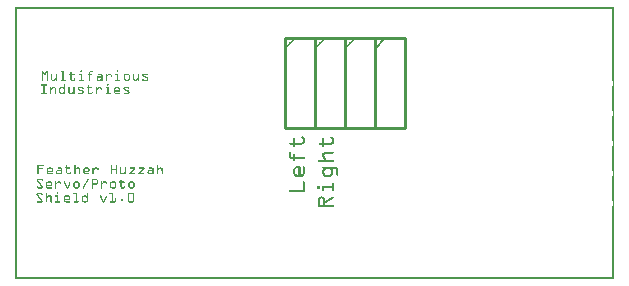
<source format=gto>
G04 MADE WITH FRITZING*
G04 WWW.FRITZING.ORG*
G04 DOUBLE SIDED*
G04 HOLES PLATED*
G04 CONTOUR ON CENTER OF CONTOUR VECTOR*
%ASAXBY*%
%FSLAX23Y23*%
%MOIN*%
%OFA0B0*%
%SFA1.0B1.0*%
%ADD10C,0.010000*%
%ADD11C,0.005000*%
%ADD12R,0.001000X0.001000*%
%LNSILK1*%
G90*
G70*
G54D10*
X999Y803D02*
X999Y503D01*
D02*
X999Y503D02*
X1099Y503D01*
D02*
X1099Y503D02*
X1099Y803D01*
D02*
X1099Y803D02*
X999Y803D01*
D02*
X899Y803D02*
X899Y503D01*
D02*
X899Y503D02*
X999Y503D01*
D02*
X999Y503D02*
X999Y803D01*
D02*
X999Y803D02*
X899Y803D01*
D02*
X1099Y803D02*
X1099Y503D01*
D02*
X1099Y503D02*
X1199Y503D01*
D02*
X1199Y503D02*
X1199Y803D01*
D02*
X1199Y803D02*
X1099Y803D01*
D02*
X1199Y803D02*
X1199Y503D01*
D02*
X1199Y503D02*
X1299Y503D01*
D02*
X1299Y503D02*
X1299Y803D01*
D02*
X1299Y803D02*
X1199Y803D01*
G54D11*
D02*
X1199Y768D02*
X1234Y803D01*
G54D12*
X0Y907D02*
X1996Y907D01*
X0Y906D02*
X1996Y906D01*
X0Y905D02*
X1996Y905D01*
X0Y904D02*
X1996Y904D01*
X0Y903D02*
X1996Y903D01*
X0Y902D02*
X1996Y902D01*
X0Y901D02*
X1996Y901D01*
X0Y900D02*
X1996Y900D01*
X0Y899D02*
X7Y899D01*
X1989Y899D02*
X1996Y899D01*
X0Y898D02*
X7Y898D01*
X1989Y898D02*
X1996Y898D01*
X0Y897D02*
X7Y897D01*
X1989Y897D02*
X1996Y897D01*
X0Y896D02*
X7Y896D01*
X1989Y896D02*
X1996Y896D01*
X0Y895D02*
X7Y895D01*
X1989Y895D02*
X1996Y895D01*
X0Y894D02*
X7Y894D01*
X1989Y894D02*
X1996Y894D01*
X0Y893D02*
X7Y893D01*
X1989Y893D02*
X1996Y893D01*
X0Y892D02*
X7Y892D01*
X1989Y892D02*
X1996Y892D01*
X0Y891D02*
X7Y891D01*
X1989Y891D02*
X1996Y891D01*
X0Y890D02*
X7Y890D01*
X1989Y890D02*
X1996Y890D01*
X0Y889D02*
X7Y889D01*
X1989Y889D02*
X1996Y889D01*
X0Y888D02*
X7Y888D01*
X1989Y888D02*
X1996Y888D01*
X0Y887D02*
X7Y887D01*
X1989Y887D02*
X1996Y887D01*
X0Y886D02*
X7Y886D01*
X1989Y886D02*
X1996Y886D01*
X0Y885D02*
X7Y885D01*
X1989Y885D02*
X1996Y885D01*
X0Y884D02*
X7Y884D01*
X1989Y884D02*
X1996Y884D01*
X0Y883D02*
X7Y883D01*
X1989Y883D02*
X1996Y883D01*
X0Y882D02*
X7Y882D01*
X1989Y882D02*
X1996Y882D01*
X0Y881D02*
X7Y881D01*
X1989Y881D02*
X1996Y881D01*
X0Y880D02*
X7Y880D01*
X1989Y880D02*
X1996Y880D01*
X0Y879D02*
X7Y879D01*
X1989Y879D02*
X1996Y879D01*
X0Y878D02*
X7Y878D01*
X1989Y878D02*
X1996Y878D01*
X0Y877D02*
X7Y877D01*
X1989Y877D02*
X1996Y877D01*
X0Y876D02*
X7Y876D01*
X1989Y876D02*
X1996Y876D01*
X0Y875D02*
X7Y875D01*
X1989Y875D02*
X1996Y875D01*
X0Y874D02*
X7Y874D01*
X1989Y874D02*
X1996Y874D01*
X0Y873D02*
X7Y873D01*
X1989Y873D02*
X1996Y873D01*
X0Y872D02*
X7Y872D01*
X1989Y872D02*
X1996Y872D01*
X0Y871D02*
X7Y871D01*
X1989Y871D02*
X1996Y871D01*
X0Y870D02*
X7Y870D01*
X1989Y870D02*
X1996Y870D01*
X0Y869D02*
X7Y869D01*
X1989Y869D02*
X1996Y869D01*
X0Y868D02*
X7Y868D01*
X1989Y868D02*
X1996Y868D01*
X0Y867D02*
X7Y867D01*
X1989Y867D02*
X1996Y867D01*
X0Y866D02*
X7Y866D01*
X1989Y866D02*
X1996Y866D01*
X0Y865D02*
X7Y865D01*
X1989Y865D02*
X1996Y865D01*
X0Y864D02*
X7Y864D01*
X1989Y864D02*
X1996Y864D01*
X0Y863D02*
X7Y863D01*
X1989Y863D02*
X1996Y863D01*
X0Y862D02*
X7Y862D01*
X1989Y862D02*
X1996Y862D01*
X0Y861D02*
X7Y861D01*
X1989Y861D02*
X1996Y861D01*
X0Y860D02*
X7Y860D01*
X1989Y860D02*
X1996Y860D01*
X0Y859D02*
X7Y859D01*
X1989Y859D02*
X1996Y859D01*
X0Y858D02*
X7Y858D01*
X1989Y858D02*
X1996Y858D01*
X0Y857D02*
X7Y857D01*
X1989Y857D02*
X1996Y857D01*
X0Y856D02*
X7Y856D01*
X1989Y856D02*
X1996Y856D01*
X0Y855D02*
X7Y855D01*
X1989Y855D02*
X1996Y855D01*
X0Y854D02*
X7Y854D01*
X1989Y854D02*
X1996Y854D01*
X0Y853D02*
X7Y853D01*
X1989Y853D02*
X1996Y853D01*
X0Y852D02*
X7Y852D01*
X1989Y852D02*
X1996Y852D01*
X0Y851D02*
X7Y851D01*
X1989Y851D02*
X1996Y851D01*
X0Y850D02*
X7Y850D01*
X1989Y850D02*
X1996Y850D01*
X0Y849D02*
X7Y849D01*
X1989Y849D02*
X1996Y849D01*
X0Y848D02*
X7Y848D01*
X1989Y848D02*
X1996Y848D01*
X0Y847D02*
X7Y847D01*
X1989Y847D02*
X1996Y847D01*
X0Y846D02*
X7Y846D01*
X1989Y846D02*
X1996Y846D01*
X0Y845D02*
X7Y845D01*
X1989Y845D02*
X1996Y845D01*
X0Y844D02*
X7Y844D01*
X1989Y844D02*
X1996Y844D01*
X0Y843D02*
X7Y843D01*
X1989Y843D02*
X1996Y843D01*
X0Y842D02*
X7Y842D01*
X1989Y842D02*
X1996Y842D01*
X0Y841D02*
X7Y841D01*
X1989Y841D02*
X1996Y841D01*
X0Y840D02*
X7Y840D01*
X1989Y840D02*
X1996Y840D01*
X0Y839D02*
X7Y839D01*
X1989Y839D02*
X1996Y839D01*
X0Y838D02*
X7Y838D01*
X1989Y838D02*
X1996Y838D01*
X0Y837D02*
X7Y837D01*
X1989Y837D02*
X1996Y837D01*
X0Y836D02*
X7Y836D01*
X1989Y836D02*
X1996Y836D01*
X0Y835D02*
X7Y835D01*
X1989Y835D02*
X1996Y835D01*
X0Y834D02*
X7Y834D01*
X1989Y834D02*
X1996Y834D01*
X0Y833D02*
X7Y833D01*
X1989Y833D02*
X1996Y833D01*
X0Y832D02*
X7Y832D01*
X1989Y832D02*
X1996Y832D01*
X0Y831D02*
X7Y831D01*
X1989Y831D02*
X1996Y831D01*
X0Y830D02*
X7Y830D01*
X1989Y830D02*
X1996Y830D01*
X0Y829D02*
X7Y829D01*
X1989Y829D02*
X1996Y829D01*
X0Y828D02*
X7Y828D01*
X1989Y828D02*
X1996Y828D01*
X0Y827D02*
X7Y827D01*
X1989Y827D02*
X1996Y827D01*
X0Y826D02*
X7Y826D01*
X1989Y826D02*
X1996Y826D01*
X0Y825D02*
X7Y825D01*
X1989Y825D02*
X1996Y825D01*
X0Y824D02*
X7Y824D01*
X1989Y824D02*
X1996Y824D01*
X0Y823D02*
X7Y823D01*
X1989Y823D02*
X1996Y823D01*
X0Y822D02*
X7Y822D01*
X1989Y822D02*
X1996Y822D01*
X0Y821D02*
X7Y821D01*
X1989Y821D02*
X1996Y821D01*
X0Y820D02*
X7Y820D01*
X1989Y820D02*
X1996Y820D01*
X0Y819D02*
X7Y819D01*
X1989Y819D02*
X1996Y819D01*
X0Y818D02*
X7Y818D01*
X1989Y818D02*
X1996Y818D01*
X0Y817D02*
X7Y817D01*
X1989Y817D02*
X1996Y817D01*
X0Y816D02*
X7Y816D01*
X1989Y816D02*
X1996Y816D01*
X0Y815D02*
X7Y815D01*
X1989Y815D02*
X1996Y815D01*
X0Y814D02*
X7Y814D01*
X1989Y814D02*
X1996Y814D01*
X0Y813D02*
X7Y813D01*
X1989Y813D02*
X1996Y813D01*
X0Y812D02*
X7Y812D01*
X1989Y812D02*
X1996Y812D01*
X0Y811D02*
X7Y811D01*
X1989Y811D02*
X1996Y811D01*
X0Y810D02*
X7Y810D01*
X1989Y810D02*
X1996Y810D01*
X0Y809D02*
X7Y809D01*
X1989Y809D02*
X1996Y809D01*
X0Y808D02*
X7Y808D01*
X1989Y808D02*
X1996Y808D01*
X0Y807D02*
X7Y807D01*
X1989Y807D02*
X1996Y807D01*
X0Y806D02*
X7Y806D01*
X1989Y806D02*
X1996Y806D01*
X0Y805D02*
X7Y805D01*
X1989Y805D02*
X1996Y805D01*
X0Y804D02*
X7Y804D01*
X930Y804D02*
X932Y804D01*
X1030Y804D02*
X1032Y804D01*
X1130Y804D02*
X1132Y804D01*
X1989Y804D02*
X1996Y804D01*
X0Y803D02*
X7Y803D01*
X929Y803D02*
X933Y803D01*
X1029Y803D02*
X1033Y803D01*
X1129Y803D02*
X1133Y803D01*
X1989Y803D02*
X1996Y803D01*
X0Y802D02*
X7Y802D01*
X928Y802D02*
X934Y802D01*
X1028Y802D02*
X1034Y802D01*
X1128Y802D02*
X1134Y802D01*
X1989Y802D02*
X1996Y802D01*
X0Y801D02*
X7Y801D01*
X927Y801D02*
X934Y801D01*
X1027Y801D02*
X1034Y801D01*
X1127Y801D02*
X1134Y801D01*
X1989Y801D02*
X1996Y801D01*
X0Y800D02*
X7Y800D01*
X926Y800D02*
X933Y800D01*
X1026Y800D02*
X1033Y800D01*
X1126Y800D02*
X1133Y800D01*
X1989Y800D02*
X1996Y800D01*
X0Y799D02*
X7Y799D01*
X925Y799D02*
X932Y799D01*
X1025Y799D02*
X1032Y799D01*
X1125Y799D02*
X1132Y799D01*
X1989Y799D02*
X1996Y799D01*
X0Y798D02*
X7Y798D01*
X924Y798D02*
X931Y798D01*
X1024Y798D02*
X1031Y798D01*
X1124Y798D02*
X1131Y798D01*
X1989Y798D02*
X1996Y798D01*
X0Y797D02*
X7Y797D01*
X923Y797D02*
X930Y797D01*
X1023Y797D02*
X1030Y797D01*
X1123Y797D02*
X1130Y797D01*
X1989Y797D02*
X1996Y797D01*
X0Y796D02*
X7Y796D01*
X922Y796D02*
X929Y796D01*
X1022Y796D02*
X1029Y796D01*
X1122Y796D02*
X1129Y796D01*
X1989Y796D02*
X1996Y796D01*
X0Y795D02*
X7Y795D01*
X921Y795D02*
X928Y795D01*
X1021Y795D02*
X1028Y795D01*
X1121Y795D02*
X1128Y795D01*
X1989Y795D02*
X1996Y795D01*
X0Y794D02*
X7Y794D01*
X920Y794D02*
X927Y794D01*
X1020Y794D02*
X1027Y794D01*
X1120Y794D02*
X1127Y794D01*
X1989Y794D02*
X1996Y794D01*
X0Y793D02*
X7Y793D01*
X919Y793D02*
X926Y793D01*
X1019Y793D02*
X1026Y793D01*
X1119Y793D02*
X1126Y793D01*
X1989Y793D02*
X1996Y793D01*
X0Y792D02*
X7Y792D01*
X918Y792D02*
X925Y792D01*
X1018Y792D02*
X1025Y792D01*
X1118Y792D02*
X1125Y792D01*
X1989Y792D02*
X1996Y792D01*
X0Y791D02*
X7Y791D01*
X917Y791D02*
X924Y791D01*
X1017Y791D02*
X1024Y791D01*
X1117Y791D02*
X1124Y791D01*
X1989Y791D02*
X1996Y791D01*
X0Y790D02*
X7Y790D01*
X916Y790D02*
X923Y790D01*
X1016Y790D02*
X1023Y790D01*
X1116Y790D02*
X1123Y790D01*
X1989Y790D02*
X1996Y790D01*
X0Y789D02*
X7Y789D01*
X915Y789D02*
X922Y789D01*
X1015Y789D02*
X1022Y789D01*
X1115Y789D02*
X1122Y789D01*
X1989Y789D02*
X1996Y789D01*
X0Y788D02*
X7Y788D01*
X914Y788D02*
X920Y788D01*
X1014Y788D02*
X1020Y788D01*
X1114Y788D02*
X1120Y788D01*
X1989Y788D02*
X1996Y788D01*
X0Y787D02*
X7Y787D01*
X913Y787D02*
X919Y787D01*
X1013Y787D02*
X1019Y787D01*
X1113Y787D02*
X1119Y787D01*
X1989Y787D02*
X1996Y787D01*
X0Y786D02*
X7Y786D01*
X912Y786D02*
X918Y786D01*
X1012Y786D02*
X1018Y786D01*
X1112Y786D02*
X1118Y786D01*
X1989Y786D02*
X1996Y786D01*
X0Y785D02*
X7Y785D01*
X911Y785D02*
X917Y785D01*
X1011Y785D02*
X1017Y785D01*
X1111Y785D02*
X1117Y785D01*
X1989Y785D02*
X1996Y785D01*
X0Y784D02*
X7Y784D01*
X910Y784D02*
X916Y784D01*
X1010Y784D02*
X1016Y784D01*
X1110Y784D02*
X1116Y784D01*
X1989Y784D02*
X1996Y784D01*
X0Y783D02*
X7Y783D01*
X909Y783D02*
X915Y783D01*
X1009Y783D02*
X1015Y783D01*
X1109Y783D02*
X1115Y783D01*
X1989Y783D02*
X1996Y783D01*
X0Y782D02*
X7Y782D01*
X908Y782D02*
X914Y782D01*
X1008Y782D02*
X1014Y782D01*
X1108Y782D02*
X1114Y782D01*
X1989Y782D02*
X1996Y782D01*
X0Y781D02*
X7Y781D01*
X907Y781D02*
X913Y781D01*
X1007Y781D02*
X1013Y781D01*
X1107Y781D02*
X1113Y781D01*
X1989Y781D02*
X1996Y781D01*
X0Y780D02*
X7Y780D01*
X906Y780D02*
X912Y780D01*
X1006Y780D02*
X1012Y780D01*
X1106Y780D02*
X1112Y780D01*
X1989Y780D02*
X1996Y780D01*
X0Y779D02*
X7Y779D01*
X905Y779D02*
X912Y779D01*
X1005Y779D02*
X1012Y779D01*
X1105Y779D02*
X1112Y779D01*
X1989Y779D02*
X1996Y779D01*
X0Y778D02*
X7Y778D01*
X904Y778D02*
X911Y778D01*
X1004Y778D02*
X1011Y778D01*
X1104Y778D02*
X1111Y778D01*
X1989Y778D02*
X1996Y778D01*
X0Y777D02*
X7Y777D01*
X903Y777D02*
X910Y777D01*
X1003Y777D02*
X1010Y777D01*
X1103Y777D02*
X1110Y777D01*
X1989Y777D02*
X1996Y777D01*
X0Y776D02*
X7Y776D01*
X902Y776D02*
X909Y776D01*
X1002Y776D02*
X1009Y776D01*
X1102Y776D02*
X1109Y776D01*
X1989Y776D02*
X1996Y776D01*
X0Y775D02*
X7Y775D01*
X901Y775D02*
X908Y775D01*
X1001Y775D02*
X1008Y775D01*
X1101Y775D02*
X1108Y775D01*
X1989Y775D02*
X1996Y775D01*
X0Y774D02*
X7Y774D01*
X900Y774D02*
X907Y774D01*
X1000Y774D02*
X1007Y774D01*
X1100Y774D02*
X1107Y774D01*
X1989Y774D02*
X1996Y774D01*
X0Y773D02*
X7Y773D01*
X899Y773D02*
X906Y773D01*
X999Y773D02*
X1006Y773D01*
X1099Y773D02*
X1106Y773D01*
X1989Y773D02*
X1996Y773D01*
X0Y772D02*
X7Y772D01*
X898Y772D02*
X905Y772D01*
X998Y772D02*
X1005Y772D01*
X1098Y772D02*
X1105Y772D01*
X1989Y772D02*
X1996Y772D01*
X0Y771D02*
X7Y771D01*
X897Y771D02*
X904Y771D01*
X997Y771D02*
X1004Y771D01*
X1097Y771D02*
X1104Y771D01*
X1989Y771D02*
X1996Y771D01*
X0Y770D02*
X7Y770D01*
X897Y770D02*
X903Y770D01*
X997Y770D02*
X1003Y770D01*
X1097Y770D02*
X1103Y770D01*
X1989Y770D02*
X1996Y770D01*
X0Y769D02*
X7Y769D01*
X898Y769D02*
X902Y769D01*
X998Y769D02*
X1002Y769D01*
X1098Y769D02*
X1102Y769D01*
X1989Y769D02*
X1996Y769D01*
X0Y768D02*
X7Y768D01*
X899Y768D02*
X901Y768D01*
X999Y768D02*
X1001Y768D01*
X1099Y768D02*
X1101Y768D01*
X1989Y768D02*
X1996Y768D01*
X0Y767D02*
X7Y767D01*
X1989Y767D02*
X1996Y767D01*
X0Y766D02*
X7Y766D01*
X1989Y766D02*
X1996Y766D01*
X0Y765D02*
X7Y765D01*
X1989Y765D02*
X1996Y765D01*
X0Y764D02*
X7Y764D01*
X1989Y764D02*
X1996Y764D01*
X0Y763D02*
X7Y763D01*
X1989Y763D02*
X1996Y763D01*
X0Y762D02*
X7Y762D01*
X1989Y762D02*
X1996Y762D01*
X0Y761D02*
X7Y761D01*
X1989Y761D02*
X1996Y761D01*
X0Y760D02*
X7Y760D01*
X1989Y760D02*
X1996Y760D01*
X0Y759D02*
X7Y759D01*
X1989Y759D02*
X1996Y759D01*
X0Y758D02*
X7Y758D01*
X1989Y758D02*
X1996Y758D01*
X0Y757D02*
X7Y757D01*
X1989Y757D02*
X1996Y757D01*
X0Y756D02*
X7Y756D01*
X1989Y756D02*
X1996Y756D01*
X0Y755D02*
X7Y755D01*
X1989Y755D02*
X1996Y755D01*
X0Y754D02*
X7Y754D01*
X1989Y754D02*
X1996Y754D01*
X0Y753D02*
X7Y753D01*
X1989Y753D02*
X1996Y753D01*
X0Y752D02*
X7Y752D01*
X1989Y752D02*
X1996Y752D01*
X0Y751D02*
X7Y751D01*
X1989Y751D02*
X1996Y751D01*
X0Y750D02*
X7Y750D01*
X1989Y750D02*
X1996Y750D01*
X0Y749D02*
X7Y749D01*
X1989Y749D02*
X1996Y749D01*
X0Y748D02*
X7Y748D01*
X1989Y748D02*
X1996Y748D01*
X0Y747D02*
X7Y747D01*
X1989Y747D02*
X1996Y747D01*
X0Y746D02*
X7Y746D01*
X1989Y746D02*
X1996Y746D01*
X0Y745D02*
X7Y745D01*
X1989Y745D02*
X1996Y745D01*
X0Y744D02*
X7Y744D01*
X1989Y744D02*
X1996Y744D01*
X0Y743D02*
X7Y743D01*
X1989Y743D02*
X1996Y743D01*
X0Y742D02*
X7Y742D01*
X1989Y742D02*
X1996Y742D01*
X0Y741D02*
X7Y741D01*
X1989Y741D02*
X1996Y741D01*
X0Y740D02*
X7Y740D01*
X1989Y740D02*
X1996Y740D01*
X0Y739D02*
X7Y739D01*
X1989Y739D02*
X1996Y739D01*
X0Y738D02*
X7Y738D01*
X1989Y738D02*
X1996Y738D01*
X0Y737D02*
X7Y737D01*
X1989Y737D02*
X1996Y737D01*
X0Y736D02*
X7Y736D01*
X1989Y736D02*
X1996Y736D01*
X0Y735D02*
X7Y735D01*
X1989Y735D02*
X1996Y735D01*
X0Y734D02*
X7Y734D01*
X1989Y734D02*
X1996Y734D01*
X0Y733D02*
X7Y733D01*
X1989Y733D02*
X1996Y733D01*
X0Y732D02*
X7Y732D01*
X1989Y732D02*
X1996Y732D01*
X0Y731D02*
X7Y731D01*
X1989Y731D02*
X1996Y731D01*
X0Y730D02*
X7Y730D01*
X1989Y730D02*
X1996Y730D01*
X0Y729D02*
X7Y729D01*
X1989Y729D02*
X1996Y729D01*
X0Y728D02*
X7Y728D01*
X1989Y728D02*
X1996Y728D01*
X0Y727D02*
X7Y727D01*
X1989Y727D02*
X1996Y727D01*
X0Y726D02*
X7Y726D01*
X1989Y726D02*
X1996Y726D01*
X0Y725D02*
X7Y725D01*
X1989Y725D02*
X1996Y725D01*
X0Y724D02*
X7Y724D01*
X1989Y724D02*
X1996Y724D01*
X0Y723D02*
X7Y723D01*
X1989Y723D02*
X1996Y723D01*
X0Y722D02*
X7Y722D01*
X1989Y722D02*
X1996Y722D01*
X0Y721D02*
X7Y721D01*
X1989Y721D02*
X1996Y721D01*
X0Y720D02*
X7Y720D01*
X1989Y720D02*
X1996Y720D01*
X0Y719D02*
X7Y719D01*
X1989Y719D02*
X1996Y719D01*
X0Y718D02*
X7Y718D01*
X1989Y718D02*
X1996Y718D01*
X0Y717D02*
X7Y717D01*
X1989Y717D02*
X1996Y717D01*
X0Y716D02*
X7Y716D01*
X1989Y716D02*
X1996Y716D01*
X0Y715D02*
X7Y715D01*
X1989Y715D02*
X1996Y715D01*
X0Y714D02*
X7Y714D01*
X1989Y714D02*
X1996Y714D01*
X0Y713D02*
X7Y713D01*
X1989Y713D02*
X1996Y713D01*
X0Y712D02*
X7Y712D01*
X1989Y712D02*
X1996Y712D01*
X0Y711D02*
X7Y711D01*
X1989Y711D02*
X1996Y711D01*
X0Y710D02*
X7Y710D01*
X1989Y710D02*
X1996Y710D01*
X0Y709D02*
X7Y709D01*
X1989Y709D02*
X1996Y709D01*
X0Y708D02*
X7Y708D01*
X1989Y708D02*
X1996Y708D01*
X0Y707D02*
X7Y707D01*
X1989Y707D02*
X1996Y707D01*
X0Y706D02*
X7Y706D01*
X1989Y706D02*
X1996Y706D01*
X0Y705D02*
X7Y705D01*
X1989Y705D02*
X1996Y705D01*
X0Y704D02*
X7Y704D01*
X1989Y704D02*
X1996Y704D01*
X0Y703D02*
X7Y703D01*
X1989Y703D02*
X1996Y703D01*
X0Y702D02*
X7Y702D01*
X1989Y702D02*
X1996Y702D01*
X0Y701D02*
X7Y701D01*
X1989Y701D02*
X1996Y701D01*
X0Y700D02*
X7Y700D01*
X1989Y700D02*
X1996Y700D01*
X0Y699D02*
X7Y699D01*
X1989Y699D02*
X1996Y699D01*
X0Y698D02*
X7Y698D01*
X1989Y698D02*
X1996Y698D01*
X0Y697D02*
X7Y697D01*
X1989Y697D02*
X1996Y697D01*
X0Y696D02*
X7Y696D01*
X219Y696D02*
X221Y696D01*
X340Y696D02*
X342Y696D01*
X1989Y696D02*
X1996Y696D01*
X0Y695D02*
X7Y695D01*
X217Y695D02*
X222Y695D01*
X339Y695D02*
X344Y695D01*
X1989Y695D02*
X1996Y695D01*
X0Y694D02*
X7Y694D01*
X89Y694D02*
X94Y694D01*
X105Y694D02*
X109Y694D01*
X153Y694D02*
X160Y694D01*
X217Y694D02*
X222Y694D01*
X252Y694D02*
X259Y694D01*
X339Y694D02*
X344Y694D01*
X1989Y694D02*
X1996Y694D01*
X0Y693D02*
X7Y693D01*
X89Y693D02*
X94Y693D01*
X104Y693D02*
X109Y693D01*
X152Y693D02*
X161Y693D01*
X217Y693D02*
X222Y693D01*
X250Y693D02*
X260Y693D01*
X339Y693D02*
X344Y693D01*
X1989Y693D02*
X1996Y693D01*
X0Y692D02*
X7Y692D01*
X89Y692D02*
X95Y692D01*
X103Y692D02*
X109Y692D01*
X152Y692D02*
X162Y692D01*
X185Y692D02*
X187Y692D01*
X217Y692D02*
X222Y692D01*
X248Y692D02*
X260Y692D01*
X339Y692D02*
X344Y692D01*
X1989Y692D02*
X1996Y692D01*
X0Y691D02*
X7Y691D01*
X89Y691D02*
X96Y691D01*
X102Y691D02*
X109Y691D01*
X152Y691D02*
X162Y691D01*
X185Y691D02*
X188Y691D01*
X217Y691D02*
X222Y691D01*
X248Y691D02*
X260Y691D01*
X339Y691D02*
X343Y691D01*
X1989Y691D02*
X1996Y691D01*
X0Y690D02*
X7Y690D01*
X89Y690D02*
X97Y690D01*
X102Y690D02*
X109Y690D01*
X158Y690D02*
X162Y690D01*
X184Y690D02*
X188Y690D01*
X247Y690D02*
X252Y690D01*
X1989Y690D02*
X1996Y690D01*
X0Y689D02*
X7Y689D01*
X89Y689D02*
X97Y689D01*
X101Y689D02*
X109Y689D01*
X158Y689D02*
X162Y689D01*
X184Y689D02*
X188Y689D01*
X247Y689D02*
X250Y689D01*
X1989Y689D02*
X1996Y689D01*
X0Y688D02*
X7Y688D01*
X89Y688D02*
X98Y688D01*
X100Y688D02*
X109Y688D01*
X158Y688D02*
X162Y688D01*
X184Y688D02*
X188Y688D01*
X246Y688D02*
X250Y688D01*
X1989Y688D02*
X1996Y688D01*
X0Y687D02*
X7Y687D01*
X89Y687D02*
X92Y687D01*
X94Y687D02*
X104Y687D01*
X106Y687D02*
X109Y687D01*
X158Y687D02*
X162Y687D01*
X184Y687D02*
X188Y687D01*
X246Y687D02*
X250Y687D01*
X1989Y687D02*
X1996Y687D01*
X0Y686D02*
X7Y686D01*
X89Y686D02*
X92Y686D01*
X95Y686D02*
X103Y686D01*
X106Y686D02*
X109Y686D01*
X158Y686D02*
X162Y686D01*
X184Y686D02*
X188Y686D01*
X246Y686D02*
X250Y686D01*
X1989Y686D02*
X1996Y686D01*
X0Y685D02*
X7Y685D01*
X89Y685D02*
X92Y685D01*
X96Y685D02*
X102Y685D01*
X106Y685D02*
X109Y685D01*
X120Y685D02*
X122Y685D01*
X137Y685D02*
X139Y685D01*
X158Y685D02*
X162Y685D01*
X181Y685D02*
X197Y685D01*
X214Y685D02*
X221Y685D01*
X243Y685D02*
X255Y685D01*
X277Y685D02*
X287Y685D01*
X303Y685D02*
X304Y685D01*
X311Y685D02*
X318Y685D01*
X335Y685D02*
X343Y685D01*
X368Y685D02*
X377Y685D01*
X394Y685D02*
X395Y685D01*
X411Y685D02*
X412Y685D01*
X427Y685D02*
X440Y685D01*
X1989Y685D02*
X1996Y685D01*
X0Y684D02*
X7Y684D01*
X89Y684D02*
X92Y684D01*
X96Y684D02*
X102Y684D01*
X106Y684D02*
X109Y684D01*
X120Y684D02*
X123Y684D01*
X136Y684D02*
X139Y684D01*
X158Y684D02*
X162Y684D01*
X181Y684D02*
X198Y684D01*
X213Y684D02*
X222Y684D01*
X242Y684D02*
X256Y684D01*
X276Y684D02*
X288Y684D01*
X302Y684D02*
X305Y684D01*
X310Y684D02*
X319Y684D01*
X335Y684D02*
X344Y684D01*
X367Y684D02*
X379Y684D01*
X393Y684D02*
X396Y684D01*
X410Y684D02*
X413Y684D01*
X426Y684D02*
X441Y684D01*
X1989Y684D02*
X1996Y684D01*
X0Y683D02*
X7Y683D01*
X89Y683D02*
X92Y683D01*
X97Y683D02*
X101Y683D01*
X106Y683D02*
X109Y683D01*
X120Y683D02*
X123Y683D01*
X136Y683D02*
X140Y683D01*
X158Y683D02*
X162Y683D01*
X180Y683D02*
X198Y683D01*
X213Y683D02*
X222Y683D01*
X242Y683D02*
X256Y683D01*
X276Y683D02*
X290Y683D01*
X302Y683D02*
X305Y683D01*
X309Y683D02*
X320Y683D01*
X334Y683D02*
X344Y683D01*
X365Y683D02*
X380Y683D01*
X393Y683D02*
X396Y683D01*
X410Y683D02*
X413Y683D01*
X425Y683D02*
X442Y683D01*
X1989Y683D02*
X1996Y683D01*
X0Y682D02*
X7Y682D01*
X89Y682D02*
X92Y682D01*
X97Y682D02*
X101Y682D01*
X106Y682D02*
X109Y682D01*
X120Y682D02*
X123Y682D01*
X136Y682D02*
X140Y682D01*
X158Y682D02*
X162Y682D01*
X181Y682D02*
X198Y682D01*
X213Y682D02*
X222Y682D01*
X243Y682D02*
X255Y682D01*
X276Y682D02*
X290Y682D01*
X302Y682D02*
X305Y682D01*
X308Y682D02*
X321Y682D01*
X335Y682D02*
X344Y682D01*
X364Y682D02*
X381Y682D01*
X393Y682D02*
X396Y682D01*
X410Y682D02*
X413Y682D01*
X424Y682D02*
X443Y682D01*
X1989Y682D02*
X1996Y682D01*
X0Y681D02*
X7Y681D01*
X89Y681D02*
X92Y681D01*
X98Y681D02*
X101Y681D01*
X106Y681D02*
X109Y681D01*
X120Y681D02*
X123Y681D01*
X136Y681D02*
X140Y681D01*
X158Y681D02*
X162Y681D01*
X184Y681D02*
X188Y681D01*
X219Y681D02*
X222Y681D01*
X246Y681D02*
X250Y681D01*
X286Y681D02*
X291Y681D01*
X302Y681D02*
X312Y681D01*
X317Y681D02*
X322Y681D01*
X340Y681D02*
X344Y681D01*
X364Y681D02*
X369Y681D01*
X376Y681D02*
X382Y681D01*
X393Y681D02*
X396Y681D01*
X410Y681D02*
X413Y681D01*
X424Y681D02*
X428Y681D01*
X439Y681D02*
X443Y681D01*
X1989Y681D02*
X1996Y681D01*
X0Y680D02*
X7Y680D01*
X89Y680D02*
X92Y680D01*
X98Y680D02*
X100Y680D01*
X106Y680D02*
X109Y680D01*
X120Y680D02*
X123Y680D01*
X136Y680D02*
X140Y680D01*
X158Y680D02*
X162Y680D01*
X184Y680D02*
X188Y680D01*
X219Y680D02*
X222Y680D01*
X246Y680D02*
X250Y680D01*
X287Y680D02*
X291Y680D01*
X302Y680D02*
X311Y680D01*
X318Y680D02*
X322Y680D01*
X341Y680D02*
X344Y680D01*
X363Y680D02*
X367Y680D01*
X378Y680D02*
X382Y680D01*
X393Y680D02*
X396Y680D01*
X410Y680D02*
X413Y680D01*
X424Y680D02*
X427Y680D01*
X441Y680D02*
X442Y680D01*
X1989Y680D02*
X1996Y680D01*
X0Y679D02*
X7Y679D01*
X89Y679D02*
X92Y679D01*
X106Y679D02*
X109Y679D01*
X120Y679D02*
X123Y679D01*
X136Y679D02*
X140Y679D01*
X158Y679D02*
X162Y679D01*
X184Y679D02*
X188Y679D01*
X219Y679D02*
X222Y679D01*
X246Y679D02*
X250Y679D01*
X288Y679D02*
X291Y679D01*
X302Y679D02*
X310Y679D01*
X319Y679D02*
X322Y679D01*
X341Y679D02*
X344Y679D01*
X363Y679D02*
X366Y679D01*
X379Y679D02*
X383Y679D01*
X393Y679D02*
X396Y679D01*
X410Y679D02*
X413Y679D01*
X424Y679D02*
X428Y679D01*
X1989Y679D02*
X1996Y679D01*
X0Y678D02*
X7Y678D01*
X89Y678D02*
X92Y678D01*
X106Y678D02*
X109Y678D01*
X120Y678D02*
X123Y678D01*
X136Y678D02*
X140Y678D01*
X158Y678D02*
X162Y678D01*
X184Y678D02*
X188Y678D01*
X219Y678D02*
X222Y678D01*
X246Y678D02*
X250Y678D01*
X288Y678D02*
X291Y678D01*
X302Y678D02*
X309Y678D01*
X319Y678D02*
X322Y678D01*
X341Y678D02*
X344Y678D01*
X363Y678D02*
X366Y678D01*
X379Y678D02*
X383Y678D01*
X393Y678D02*
X397Y678D01*
X410Y678D02*
X413Y678D01*
X424Y678D02*
X430Y678D01*
X1989Y678D02*
X1996Y678D01*
X0Y677D02*
X7Y677D01*
X89Y677D02*
X92Y677D01*
X106Y677D02*
X109Y677D01*
X120Y677D02*
X123Y677D01*
X136Y677D02*
X140Y677D01*
X158Y677D02*
X162Y677D01*
X184Y677D02*
X188Y677D01*
X219Y677D02*
X222Y677D01*
X246Y677D02*
X250Y677D01*
X288Y677D02*
X291Y677D01*
X302Y677D02*
X307Y677D01*
X319Y677D02*
X322Y677D01*
X341Y677D02*
X344Y677D01*
X363Y677D02*
X366Y677D01*
X379Y677D02*
X383Y677D01*
X393Y677D02*
X397Y677D01*
X410Y677D02*
X413Y677D01*
X425Y677D02*
X432Y677D01*
X1989Y677D02*
X1996Y677D01*
X0Y676D02*
X7Y676D01*
X89Y676D02*
X92Y676D01*
X106Y676D02*
X109Y676D01*
X120Y676D02*
X123Y676D01*
X136Y676D02*
X140Y676D01*
X158Y676D02*
X162Y676D01*
X184Y676D02*
X188Y676D01*
X219Y676D02*
X222Y676D01*
X246Y676D02*
X250Y676D01*
X275Y676D02*
X291Y676D01*
X302Y676D02*
X306Y676D01*
X320Y676D02*
X321Y676D01*
X341Y676D02*
X344Y676D01*
X363Y676D02*
X366Y676D01*
X379Y676D02*
X383Y676D01*
X393Y676D02*
X397Y676D01*
X410Y676D02*
X413Y676D01*
X426Y676D02*
X435Y676D01*
X1989Y676D02*
X1996Y676D01*
X0Y675D02*
X7Y675D01*
X89Y675D02*
X92Y675D01*
X106Y675D02*
X109Y675D01*
X120Y675D02*
X123Y675D01*
X136Y675D02*
X140Y675D01*
X158Y675D02*
X162Y675D01*
X184Y675D02*
X188Y675D01*
X219Y675D02*
X222Y675D01*
X246Y675D02*
X250Y675D01*
X274Y675D02*
X291Y675D01*
X302Y675D02*
X305Y675D01*
X341Y675D02*
X344Y675D01*
X363Y675D02*
X366Y675D01*
X379Y675D02*
X383Y675D01*
X393Y675D02*
X397Y675D01*
X410Y675D02*
X413Y675D01*
X427Y675D02*
X437Y675D01*
X1989Y675D02*
X1996Y675D01*
X0Y674D02*
X7Y674D01*
X89Y674D02*
X92Y674D01*
X106Y674D02*
X109Y674D01*
X120Y674D02*
X123Y674D01*
X136Y674D02*
X140Y674D01*
X158Y674D02*
X162Y674D01*
X184Y674D02*
X188Y674D01*
X219Y674D02*
X222Y674D01*
X246Y674D02*
X250Y674D01*
X273Y674D02*
X291Y674D01*
X302Y674D02*
X305Y674D01*
X341Y674D02*
X344Y674D01*
X363Y674D02*
X366Y674D01*
X379Y674D02*
X383Y674D01*
X393Y674D02*
X397Y674D01*
X410Y674D02*
X413Y674D01*
X430Y674D02*
X439Y674D01*
X1989Y674D02*
X1996Y674D01*
X0Y673D02*
X7Y673D01*
X89Y673D02*
X92Y673D01*
X106Y673D02*
X109Y673D01*
X120Y673D02*
X123Y673D01*
X136Y673D02*
X140Y673D01*
X158Y673D02*
X162Y673D01*
X184Y673D02*
X188Y673D01*
X219Y673D02*
X222Y673D01*
X246Y673D02*
X250Y673D01*
X272Y673D02*
X291Y673D01*
X302Y673D02*
X305Y673D01*
X341Y673D02*
X344Y673D01*
X363Y673D02*
X366Y673D01*
X379Y673D02*
X383Y673D01*
X393Y673D02*
X397Y673D01*
X410Y673D02*
X413Y673D01*
X432Y673D02*
X441Y673D01*
X1989Y673D02*
X1996Y673D01*
X0Y672D02*
X7Y672D01*
X89Y672D02*
X92Y672D01*
X106Y672D02*
X109Y672D01*
X120Y672D02*
X123Y672D01*
X136Y672D02*
X140Y672D01*
X158Y672D02*
X162Y672D01*
X184Y672D02*
X188Y672D01*
X219Y672D02*
X222Y672D01*
X246Y672D02*
X250Y672D01*
X272Y672D02*
X276Y672D01*
X287Y672D02*
X291Y672D01*
X302Y672D02*
X305Y672D01*
X341Y672D02*
X344Y672D01*
X363Y672D02*
X366Y672D01*
X379Y672D02*
X383Y672D01*
X393Y672D02*
X397Y672D01*
X410Y672D02*
X413Y672D01*
X434Y672D02*
X442Y672D01*
X1989Y672D02*
X1996Y672D01*
X0Y671D02*
X7Y671D01*
X89Y671D02*
X92Y671D01*
X106Y671D02*
X109Y671D01*
X120Y671D02*
X123Y671D01*
X136Y671D02*
X140Y671D01*
X158Y671D02*
X162Y671D01*
X184Y671D02*
X188Y671D01*
X219Y671D02*
X222Y671D01*
X246Y671D02*
X250Y671D01*
X272Y671D02*
X275Y671D01*
X288Y671D02*
X291Y671D01*
X302Y671D02*
X305Y671D01*
X341Y671D02*
X344Y671D01*
X363Y671D02*
X366Y671D01*
X379Y671D02*
X383Y671D01*
X393Y671D02*
X397Y671D01*
X410Y671D02*
X413Y671D01*
X436Y671D02*
X443Y671D01*
X1989Y671D02*
X1996Y671D01*
X0Y670D02*
X7Y670D01*
X89Y670D02*
X92Y670D01*
X106Y670D02*
X109Y670D01*
X120Y670D02*
X123Y670D01*
X136Y670D02*
X140Y670D01*
X158Y670D02*
X162Y670D01*
X184Y670D02*
X188Y670D01*
X219Y670D02*
X222Y670D01*
X246Y670D02*
X250Y670D01*
X272Y670D02*
X275Y670D01*
X288Y670D02*
X291Y670D01*
X302Y670D02*
X305Y670D01*
X341Y670D02*
X344Y670D01*
X363Y670D02*
X366Y670D01*
X379Y670D02*
X383Y670D01*
X394Y670D02*
X397Y670D01*
X410Y670D02*
X413Y670D01*
X439Y670D02*
X443Y670D01*
X1989Y670D02*
X1996Y670D01*
X0Y669D02*
X7Y669D01*
X89Y669D02*
X92Y669D01*
X106Y669D02*
X109Y669D01*
X120Y669D02*
X123Y669D01*
X135Y669D02*
X140Y669D01*
X158Y669D02*
X162Y669D01*
X184Y669D02*
X188Y669D01*
X198Y669D02*
X199Y669D01*
X219Y669D02*
X222Y669D01*
X246Y669D02*
X250Y669D01*
X272Y669D02*
X275Y669D01*
X288Y669D02*
X291Y669D01*
X302Y669D02*
X305Y669D01*
X341Y669D02*
X344Y669D01*
X363Y669D02*
X366Y669D01*
X379Y669D02*
X383Y669D01*
X394Y669D02*
X397Y669D01*
X408Y669D02*
X413Y669D01*
X440Y669D02*
X443Y669D01*
X1989Y669D02*
X1996Y669D01*
X0Y668D02*
X7Y668D01*
X89Y668D02*
X92Y668D01*
X106Y668D02*
X109Y668D01*
X120Y668D02*
X123Y668D01*
X133Y668D02*
X140Y668D01*
X158Y668D02*
X162Y668D01*
X184Y668D02*
X188Y668D01*
X197Y668D02*
X200Y668D01*
X219Y668D02*
X222Y668D01*
X246Y668D02*
X250Y668D01*
X272Y668D02*
X275Y668D01*
X287Y668D02*
X291Y668D01*
X302Y668D02*
X305Y668D01*
X341Y668D02*
X344Y668D01*
X363Y668D02*
X366Y668D01*
X379Y668D02*
X383Y668D01*
X394Y668D02*
X397Y668D01*
X407Y668D02*
X413Y668D01*
X440Y668D02*
X443Y668D01*
X1990Y668D02*
X1996Y668D01*
X0Y667D02*
X7Y667D01*
X89Y667D02*
X92Y667D01*
X106Y667D02*
X109Y667D01*
X120Y667D02*
X124Y667D01*
X131Y667D02*
X140Y667D01*
X158Y667D02*
X162Y667D01*
X185Y667D02*
X188Y667D01*
X197Y667D02*
X200Y667D01*
X219Y667D02*
X222Y667D01*
X246Y667D02*
X250Y667D01*
X272Y667D02*
X275Y667D01*
X286Y667D02*
X291Y667D01*
X302Y667D02*
X305Y667D01*
X341Y667D02*
X344Y667D01*
X363Y667D02*
X367Y667D01*
X378Y667D02*
X382Y667D01*
X394Y667D02*
X397Y667D01*
X405Y667D02*
X413Y667D01*
X424Y667D02*
X426Y667D01*
X440Y667D02*
X443Y667D01*
X1990Y667D02*
X1996Y667D01*
X0Y666D02*
X7Y666D01*
X89Y666D02*
X92Y666D01*
X106Y666D02*
X109Y666D01*
X120Y666D02*
X124Y666D01*
X130Y666D02*
X140Y666D01*
X158Y666D02*
X162Y666D01*
X185Y666D02*
X189Y666D01*
X196Y666D02*
X200Y666D01*
X219Y666D02*
X222Y666D01*
X246Y666D02*
X250Y666D01*
X272Y666D02*
X276Y666D01*
X284Y666D02*
X291Y666D01*
X302Y666D02*
X305Y666D01*
X341Y666D02*
X344Y666D01*
X363Y666D02*
X369Y666D01*
X377Y666D02*
X382Y666D01*
X394Y666D02*
X398Y666D01*
X403Y666D02*
X413Y666D01*
X424Y666D02*
X428Y666D01*
X439Y666D02*
X443Y666D01*
X1990Y666D02*
X1996Y666D01*
X0Y665D02*
X7Y665D01*
X89Y665D02*
X92Y665D01*
X106Y665D02*
X109Y665D01*
X121Y665D02*
X140Y665D01*
X153Y665D02*
X167Y665D01*
X185Y665D02*
X200Y665D01*
X213Y665D02*
X228Y665D01*
X246Y665D02*
X250Y665D01*
X272Y665D02*
X291Y665D01*
X302Y665D02*
X305Y665D01*
X335Y665D02*
X350Y665D01*
X364Y665D02*
X381Y665D01*
X394Y665D02*
X413Y665D01*
X424Y665D02*
X443Y665D01*
X1991Y665D02*
X1996Y665D01*
X0Y664D02*
X7Y664D01*
X89Y664D02*
X92Y664D01*
X106Y664D02*
X109Y664D01*
X121Y664D02*
X134Y664D01*
X136Y664D02*
X140Y664D01*
X152Y664D02*
X168Y664D01*
X186Y664D02*
X199Y664D01*
X213Y664D02*
X229Y664D01*
X246Y664D02*
X250Y664D01*
X273Y664D02*
X292Y664D01*
X302Y664D02*
X305Y664D01*
X334Y664D02*
X350Y664D01*
X365Y664D02*
X380Y664D01*
X395Y664D02*
X407Y664D01*
X410Y664D02*
X413Y664D01*
X424Y664D02*
X442Y664D01*
X1991Y664D02*
X1996Y664D01*
X0Y663D02*
X7Y663D01*
X89Y663D02*
X92Y663D01*
X106Y663D02*
X109Y663D01*
X122Y663D02*
X132Y663D01*
X136Y663D02*
X139Y663D01*
X152Y663D02*
X168Y663D01*
X187Y663D02*
X198Y663D01*
X213Y663D02*
X229Y663D01*
X246Y663D02*
X249Y663D01*
X274Y663D02*
X286Y663D01*
X288Y663D02*
X291Y663D01*
X302Y663D02*
X305Y663D01*
X334Y663D02*
X350Y663D01*
X366Y663D02*
X379Y663D01*
X396Y663D02*
X406Y663D01*
X410Y663D02*
X413Y663D01*
X425Y663D02*
X441Y663D01*
X1991Y663D02*
X1996Y663D01*
X0Y662D02*
X7Y662D01*
X90Y662D02*
X92Y662D01*
X107Y662D02*
X108Y662D01*
X124Y662D02*
X130Y662D01*
X137Y662D02*
X139Y662D01*
X153Y662D02*
X167Y662D01*
X188Y662D02*
X196Y662D01*
X214Y662D02*
X228Y662D01*
X247Y662D02*
X249Y662D01*
X275Y662D02*
X285Y662D01*
X289Y662D02*
X291Y662D01*
X303Y662D02*
X304Y662D01*
X335Y662D02*
X349Y662D01*
X368Y662D02*
X377Y662D01*
X397Y662D02*
X404Y662D01*
X411Y662D02*
X412Y662D01*
X427Y662D02*
X440Y662D01*
X1991Y662D02*
X1996Y662D01*
X0Y661D02*
X7Y661D01*
X1992Y661D02*
X1996Y661D01*
X0Y660D02*
X7Y660D01*
X1992Y660D02*
X1996Y660D01*
X0Y659D02*
X7Y659D01*
X1992Y659D02*
X1996Y659D01*
X0Y658D02*
X7Y658D01*
X1992Y658D02*
X1996Y658D01*
X0Y657D02*
X7Y657D01*
X1992Y657D02*
X1996Y657D01*
X0Y656D02*
X7Y656D01*
X1992Y656D02*
X1996Y656D01*
X0Y655D02*
X7Y655D01*
X1992Y655D02*
X1996Y655D01*
X0Y654D02*
X7Y654D01*
X1992Y654D02*
X1996Y654D01*
X0Y653D02*
X7Y653D01*
X1992Y653D02*
X1996Y653D01*
X0Y652D02*
X7Y652D01*
X1992Y652D02*
X1996Y652D01*
X0Y651D02*
X7Y651D01*
X307Y651D02*
X311Y651D01*
X1992Y651D02*
X1996Y651D01*
X0Y650D02*
X7Y650D01*
X306Y650D02*
X311Y650D01*
X1992Y650D02*
X1996Y650D01*
X0Y649D02*
X7Y649D01*
X87Y649D02*
X106Y649D01*
X164Y649D02*
X167Y649D01*
X306Y649D02*
X311Y649D01*
X1992Y649D02*
X1996Y649D01*
X0Y648D02*
X7Y648D01*
X86Y648D02*
X106Y648D01*
X164Y648D02*
X167Y648D01*
X244Y648D02*
X245Y648D01*
X306Y648D02*
X311Y648D01*
X1992Y648D02*
X1996Y648D01*
X0Y647D02*
X7Y647D01*
X86Y647D02*
X106Y647D01*
X164Y647D02*
X167Y647D01*
X243Y647D02*
X246Y647D01*
X306Y647D02*
X311Y647D01*
X1992Y647D02*
X1996Y647D01*
X0Y646D02*
X7Y646D01*
X87Y646D02*
X105Y646D01*
X164Y646D02*
X167Y646D01*
X243Y646D02*
X246Y646D01*
X307Y646D02*
X310Y646D01*
X1992Y646D02*
X1996Y646D01*
X0Y645D02*
X7Y645D01*
X95Y645D02*
X98Y645D01*
X164Y645D02*
X167Y645D01*
X243Y645D02*
X246Y645D01*
X1991Y645D02*
X1996Y645D01*
X0Y644D02*
X7Y644D01*
X95Y644D02*
X98Y644D01*
X164Y644D02*
X167Y644D01*
X243Y644D02*
X246Y644D01*
X1991Y644D02*
X1996Y644D01*
X0Y643D02*
X7Y643D01*
X95Y643D02*
X98Y643D01*
X164Y643D02*
X167Y643D01*
X243Y643D02*
X246Y643D01*
X1991Y643D02*
X1996Y643D01*
X0Y642D02*
X7Y642D01*
X95Y642D02*
X98Y642D01*
X164Y642D02*
X167Y642D01*
X243Y642D02*
X246Y642D01*
X1991Y642D02*
X1996Y642D01*
X0Y641D02*
X7Y641D01*
X95Y641D02*
X98Y641D01*
X164Y641D02*
X167Y641D01*
X243Y641D02*
X247Y641D01*
X1990Y641D02*
X1996Y641D01*
X0Y640D02*
X7Y640D01*
X95Y640D02*
X98Y640D01*
X117Y640D02*
X120Y640D01*
X125Y640D02*
X133Y640D01*
X152Y640D02*
X161Y640D01*
X164Y640D02*
X167Y640D01*
X178Y640D02*
X181Y640D01*
X195Y640D02*
X197Y640D01*
X211Y640D02*
X226Y640D01*
X239Y640D02*
X256Y640D01*
X270Y640D02*
X272Y640D01*
X278Y640D02*
X286Y640D01*
X302Y640D02*
X311Y640D01*
X335Y640D02*
X346Y640D01*
X364Y640D02*
X378Y640D01*
X1990Y640D02*
X1996Y640D01*
X0Y639D02*
X7Y639D01*
X95Y639D02*
X98Y639D01*
X117Y639D02*
X120Y639D01*
X124Y639D02*
X134Y639D01*
X150Y639D02*
X162Y639D01*
X164Y639D02*
X167Y639D01*
X178Y639D02*
X181Y639D01*
X195Y639D02*
X198Y639D01*
X210Y639D02*
X227Y639D01*
X239Y639D02*
X257Y639D01*
X269Y639D02*
X273Y639D01*
X277Y639D02*
X287Y639D01*
X302Y639D02*
X311Y639D01*
X334Y639D02*
X347Y639D01*
X363Y639D02*
X379Y639D01*
X1990Y639D02*
X1996Y639D01*
X0Y638D02*
X7Y638D01*
X95Y638D02*
X98Y638D01*
X117Y638D02*
X120Y638D01*
X122Y638D02*
X135Y638D01*
X149Y638D02*
X167Y638D01*
X178Y638D02*
X181Y638D01*
X195Y638D02*
X198Y638D01*
X209Y638D02*
X228Y638D01*
X239Y638D02*
X257Y638D01*
X269Y638D02*
X273Y638D01*
X276Y638D02*
X288Y638D01*
X302Y638D02*
X311Y638D01*
X332Y638D02*
X348Y638D01*
X362Y638D02*
X380Y638D01*
X1989Y638D02*
X1996Y638D01*
X0Y637D02*
X7Y637D01*
X95Y637D02*
X98Y637D01*
X117Y637D02*
X136Y637D01*
X149Y637D02*
X167Y637D01*
X178Y637D02*
X181Y637D01*
X195Y637D02*
X198Y637D01*
X209Y637D02*
X228Y637D01*
X240Y637D02*
X256Y637D01*
X269Y637D02*
X289Y637D01*
X303Y637D02*
X311Y637D01*
X332Y637D02*
X349Y637D01*
X362Y637D02*
X380Y637D01*
X1989Y637D02*
X1996Y637D01*
X0Y636D02*
X7Y636D01*
X95Y636D02*
X98Y636D01*
X117Y636D02*
X126Y636D01*
X132Y636D02*
X136Y636D01*
X148Y636D02*
X153Y636D01*
X160Y636D02*
X167Y636D01*
X178Y636D02*
X181Y636D01*
X195Y636D02*
X198Y636D01*
X209Y636D02*
X212Y636D01*
X225Y636D02*
X228Y636D01*
X243Y636D02*
X246Y636D01*
X269Y636D02*
X279Y636D01*
X285Y636D02*
X289Y636D01*
X308Y636D02*
X311Y636D01*
X331Y636D02*
X336Y636D01*
X345Y636D02*
X350Y636D01*
X361Y636D02*
X365Y636D01*
X377Y636D02*
X380Y636D01*
X1989Y636D02*
X1996Y636D01*
X0Y635D02*
X7Y635D01*
X95Y635D02*
X98Y635D01*
X117Y635D02*
X124Y635D01*
X133Y635D02*
X136Y635D01*
X147Y635D02*
X151Y635D01*
X161Y635D02*
X167Y635D01*
X178Y635D02*
X181Y635D01*
X195Y635D02*
X198Y635D01*
X209Y635D02*
X212Y635D01*
X226Y635D02*
X226Y635D01*
X243Y635D02*
X246Y635D01*
X269Y635D02*
X278Y635D01*
X286Y635D02*
X289Y635D01*
X308Y635D02*
X311Y635D01*
X331Y635D02*
X335Y635D01*
X346Y635D02*
X350Y635D01*
X361Y635D02*
X365Y635D01*
X379Y635D02*
X379Y635D01*
X1989Y635D02*
X1996Y635D01*
X0Y634D02*
X7Y634D01*
X95Y634D02*
X98Y634D01*
X117Y634D02*
X123Y634D01*
X133Y634D02*
X136Y634D01*
X147Y634D02*
X151Y634D01*
X162Y634D02*
X167Y634D01*
X178Y634D02*
X181Y634D01*
X195Y634D02*
X198Y634D01*
X209Y634D02*
X214Y634D01*
X243Y634D02*
X246Y634D01*
X269Y634D02*
X277Y634D01*
X286Y634D02*
X289Y634D01*
X308Y634D02*
X311Y634D01*
X330Y634D02*
X334Y634D01*
X347Y634D02*
X350Y634D01*
X362Y634D02*
X366Y634D01*
X1989Y634D02*
X1996Y634D01*
X0Y633D02*
X7Y633D01*
X95Y633D02*
X98Y633D01*
X117Y633D02*
X121Y633D01*
X133Y633D02*
X136Y633D01*
X147Y633D02*
X150Y633D01*
X163Y633D02*
X167Y633D01*
X178Y633D02*
X181Y633D01*
X195Y633D02*
X198Y633D01*
X209Y633D02*
X216Y633D01*
X243Y633D02*
X246Y633D01*
X269Y633D02*
X275Y633D01*
X286Y633D02*
X289Y633D01*
X308Y633D02*
X311Y633D01*
X330Y633D02*
X334Y633D01*
X347Y633D02*
X350Y633D01*
X362Y633D02*
X369Y633D01*
X1989Y633D02*
X1996Y633D01*
X0Y632D02*
X7Y632D01*
X95Y632D02*
X98Y632D01*
X117Y632D02*
X120Y632D01*
X133Y632D02*
X136Y632D01*
X147Y632D02*
X150Y632D01*
X164Y632D02*
X167Y632D01*
X178Y632D02*
X181Y632D01*
X195Y632D02*
X198Y632D01*
X210Y632D02*
X218Y632D01*
X243Y632D02*
X246Y632D01*
X269Y632D02*
X274Y632D01*
X287Y632D02*
X289Y632D01*
X308Y632D02*
X311Y632D01*
X330Y632D02*
X334Y632D01*
X347Y632D02*
X350Y632D01*
X363Y632D02*
X371Y632D01*
X1989Y632D02*
X1996Y632D01*
X0Y631D02*
X7Y631D01*
X95Y631D02*
X98Y631D01*
X117Y631D02*
X120Y631D01*
X133Y631D02*
X136Y631D01*
X147Y631D02*
X150Y631D01*
X164Y631D02*
X167Y631D01*
X178Y631D02*
X181Y631D01*
X195Y631D02*
X198Y631D01*
X211Y631D02*
X221Y631D01*
X243Y631D02*
X246Y631D01*
X269Y631D02*
X273Y631D01*
X308Y631D02*
X311Y631D01*
X330Y631D02*
X334Y631D01*
X347Y631D02*
X350Y631D01*
X364Y631D02*
X373Y631D01*
X1989Y631D02*
X1996Y631D01*
X0Y630D02*
X7Y630D01*
X95Y630D02*
X98Y630D01*
X117Y630D02*
X120Y630D01*
X133Y630D02*
X136Y630D01*
X147Y630D02*
X150Y630D01*
X164Y630D02*
X167Y630D01*
X178Y630D02*
X181Y630D01*
X195Y630D02*
X198Y630D01*
X213Y630D02*
X223Y630D01*
X243Y630D02*
X246Y630D01*
X269Y630D02*
X273Y630D01*
X308Y630D02*
X311Y630D01*
X330Y630D02*
X350Y630D01*
X366Y630D02*
X376Y630D01*
X1989Y630D02*
X1996Y630D01*
X0Y629D02*
X7Y629D01*
X95Y629D02*
X98Y629D01*
X117Y629D02*
X120Y629D01*
X133Y629D02*
X136Y629D01*
X147Y629D02*
X150Y629D01*
X164Y629D02*
X167Y629D01*
X178Y629D02*
X181Y629D01*
X195Y629D02*
X198Y629D01*
X215Y629D02*
X225Y629D01*
X243Y629D02*
X246Y629D01*
X269Y629D02*
X273Y629D01*
X308Y629D02*
X311Y629D01*
X330Y629D02*
X350Y629D01*
X368Y629D02*
X378Y629D01*
X1989Y629D02*
X1996Y629D01*
X0Y628D02*
X7Y628D01*
X95Y628D02*
X98Y628D01*
X117Y628D02*
X120Y628D01*
X133Y628D02*
X136Y628D01*
X147Y628D02*
X150Y628D01*
X164Y628D02*
X167Y628D01*
X178Y628D02*
X181Y628D01*
X195Y628D02*
X198Y628D01*
X218Y628D02*
X226Y628D01*
X243Y628D02*
X246Y628D01*
X269Y628D02*
X273Y628D01*
X308Y628D02*
X311Y628D01*
X330Y628D02*
X350Y628D01*
X370Y628D02*
X379Y628D01*
X1989Y628D02*
X1996Y628D01*
X0Y627D02*
X7Y627D01*
X95Y627D02*
X98Y627D01*
X117Y627D02*
X120Y627D01*
X133Y627D02*
X136Y627D01*
X147Y627D02*
X150Y627D01*
X164Y627D02*
X167Y627D01*
X178Y627D02*
X181Y627D01*
X195Y627D02*
X198Y627D01*
X220Y627D02*
X227Y627D01*
X243Y627D02*
X246Y627D01*
X269Y627D02*
X273Y627D01*
X308Y627D02*
X311Y627D01*
X330Y627D02*
X350Y627D01*
X373Y627D02*
X380Y627D01*
X1989Y627D02*
X1996Y627D01*
X0Y626D02*
X7Y626D01*
X95Y626D02*
X98Y626D01*
X117Y626D02*
X120Y626D01*
X133Y626D02*
X137Y626D01*
X147Y626D02*
X150Y626D01*
X164Y626D02*
X167Y626D01*
X178Y626D02*
X181Y626D01*
X195Y626D02*
X198Y626D01*
X222Y626D02*
X228Y626D01*
X243Y626D02*
X246Y626D01*
X269Y626D02*
X273Y626D01*
X308Y626D02*
X311Y626D01*
X330Y626D02*
X349Y626D01*
X375Y626D02*
X380Y626D01*
X1989Y626D02*
X1996Y626D01*
X0Y625D02*
X7Y625D01*
X95Y625D02*
X98Y625D01*
X117Y625D02*
X120Y625D01*
X133Y625D02*
X137Y625D01*
X147Y625D02*
X150Y625D01*
X163Y625D02*
X167Y625D01*
X178Y625D02*
X181Y625D01*
X194Y625D02*
X198Y625D01*
X224Y625D02*
X228Y625D01*
X243Y625D02*
X246Y625D01*
X269Y625D02*
X273Y625D01*
X308Y625D02*
X311Y625D01*
X330Y625D02*
X334Y625D01*
X377Y625D02*
X381Y625D01*
X1989Y625D02*
X1996Y625D01*
X0Y624D02*
X7Y624D01*
X95Y624D02*
X98Y624D01*
X117Y624D02*
X120Y624D01*
X133Y624D02*
X137Y624D01*
X147Y624D02*
X151Y624D01*
X162Y624D02*
X167Y624D01*
X178Y624D02*
X181Y624D01*
X192Y624D02*
X198Y624D01*
X225Y624D02*
X228Y624D01*
X243Y624D02*
X246Y624D01*
X256Y624D02*
X258Y624D01*
X269Y624D02*
X273Y624D01*
X308Y624D02*
X311Y624D01*
X330Y624D02*
X334Y624D01*
X377Y624D02*
X381Y624D01*
X1989Y624D02*
X1996Y624D01*
X0Y623D02*
X7Y623D01*
X95Y623D02*
X98Y623D01*
X117Y623D02*
X120Y623D01*
X133Y623D02*
X137Y623D01*
X147Y623D02*
X151Y623D01*
X161Y623D02*
X167Y623D01*
X178Y623D02*
X182Y623D01*
X191Y623D02*
X198Y623D01*
X225Y623D02*
X228Y623D01*
X243Y623D02*
X246Y623D01*
X256Y623D02*
X259Y623D01*
X269Y623D02*
X273Y623D01*
X308Y623D02*
X311Y623D01*
X331Y623D02*
X334Y623D01*
X377Y623D02*
X381Y623D01*
X1989Y623D02*
X1996Y623D01*
X0Y622D02*
X7Y622D01*
X95Y622D02*
X98Y622D01*
X117Y622D02*
X120Y622D01*
X133Y622D02*
X137Y622D01*
X148Y622D02*
X152Y622D01*
X160Y622D02*
X167Y622D01*
X178Y622D02*
X182Y622D01*
X189Y622D02*
X198Y622D01*
X209Y622D02*
X211Y622D01*
X224Y622D02*
X228Y622D01*
X243Y622D02*
X247Y622D01*
X255Y622D02*
X259Y622D01*
X269Y622D02*
X273Y622D01*
X308Y622D02*
X311Y622D01*
X331Y622D02*
X335Y622D01*
X361Y622D02*
X364Y622D01*
X377Y622D02*
X381Y622D01*
X1989Y622D02*
X1996Y622D01*
X0Y621D02*
X7Y621D01*
X88Y621D02*
X105Y621D01*
X117Y621D02*
X120Y621D01*
X133Y621D02*
X137Y621D01*
X148Y621D02*
X167Y621D01*
X179Y621D02*
X198Y621D01*
X208Y621D02*
X228Y621D01*
X243Y621D02*
X258Y621D01*
X269Y621D02*
X273Y621D01*
X303Y621D02*
X316Y621D01*
X331Y621D02*
X349Y621D01*
X361Y621D02*
X380Y621D01*
X1989Y621D02*
X1996Y621D01*
X0Y620D02*
X7Y620D01*
X86Y620D02*
X106Y620D01*
X117Y620D02*
X120Y620D01*
X133Y620D02*
X137Y620D01*
X149Y620D02*
X167Y620D01*
X179Y620D02*
X198Y620D01*
X208Y620D02*
X227Y620D01*
X244Y620D02*
X258Y620D01*
X269Y620D02*
X273Y620D01*
X302Y620D02*
X317Y620D01*
X332Y620D02*
X350Y620D01*
X361Y620D02*
X380Y620D01*
X1989Y620D02*
X1996Y620D01*
X0Y619D02*
X7Y619D01*
X86Y619D02*
X106Y619D01*
X117Y619D02*
X120Y619D01*
X134Y619D02*
X137Y619D01*
X150Y619D02*
X162Y619D01*
X164Y619D02*
X167Y619D01*
X180Y619D02*
X191Y619D01*
X195Y619D02*
X198Y619D01*
X209Y619D02*
X227Y619D01*
X245Y619D02*
X257Y619D01*
X269Y619D02*
X273Y619D01*
X302Y619D02*
X318Y619D01*
X333Y619D02*
X350Y619D01*
X362Y619D02*
X379Y619D01*
X1989Y619D02*
X1996Y619D01*
X0Y618D02*
X7Y618D01*
X86Y618D02*
X106Y618D01*
X117Y618D02*
X120Y618D01*
X134Y618D02*
X136Y618D01*
X151Y618D02*
X161Y618D01*
X164Y618D02*
X167Y618D01*
X181Y618D02*
X190Y618D01*
X195Y618D02*
X198Y618D01*
X211Y618D02*
X225Y618D01*
X246Y618D02*
X256Y618D01*
X270Y618D02*
X272Y618D01*
X302Y618D02*
X317Y618D01*
X335Y618D02*
X350Y618D01*
X363Y618D02*
X378Y618D01*
X1989Y618D02*
X1996Y618D01*
X0Y617D02*
X7Y617D01*
X88Y617D02*
X105Y617D01*
X118Y617D02*
X118Y617D01*
X135Y617D02*
X135Y617D01*
X154Y617D02*
X158Y617D01*
X166Y617D02*
X166Y617D01*
X183Y617D02*
X187Y617D01*
X196Y617D02*
X196Y617D01*
X213Y617D02*
X223Y617D01*
X248Y617D02*
X253Y617D01*
X271Y617D02*
X271Y617D01*
X303Y617D02*
X316Y617D01*
X337Y617D02*
X349Y617D01*
X366Y617D02*
X376Y617D01*
X1989Y617D02*
X1996Y617D01*
X0Y616D02*
X7Y616D01*
X1989Y616D02*
X1996Y616D01*
X0Y615D02*
X7Y615D01*
X1989Y615D02*
X1996Y615D01*
X0Y614D02*
X7Y614D01*
X1989Y614D02*
X1996Y614D01*
X0Y613D02*
X7Y613D01*
X1989Y613D02*
X1996Y613D01*
X0Y612D02*
X7Y612D01*
X1989Y612D02*
X1996Y612D01*
X0Y611D02*
X7Y611D01*
X1989Y611D02*
X1996Y611D01*
X0Y610D02*
X7Y610D01*
X1989Y610D02*
X1996Y610D01*
X0Y609D02*
X7Y609D01*
X1989Y609D02*
X1996Y609D01*
X0Y608D02*
X7Y608D01*
X1989Y608D02*
X1996Y608D01*
X0Y607D02*
X7Y607D01*
X1989Y607D02*
X1996Y607D01*
X0Y606D02*
X7Y606D01*
X1989Y606D02*
X1996Y606D01*
X0Y605D02*
X7Y605D01*
X1989Y605D02*
X1996Y605D01*
X0Y604D02*
X7Y604D01*
X1989Y604D02*
X1996Y604D01*
X0Y603D02*
X7Y603D01*
X1989Y603D02*
X1996Y603D01*
X0Y602D02*
X7Y602D01*
X1989Y602D02*
X1996Y602D01*
X0Y601D02*
X7Y601D01*
X1989Y601D02*
X1996Y601D01*
X0Y600D02*
X7Y600D01*
X1989Y600D02*
X1996Y600D01*
X0Y599D02*
X7Y599D01*
X1989Y599D02*
X1996Y599D01*
X0Y598D02*
X7Y598D01*
X1989Y598D02*
X1996Y598D01*
X0Y597D02*
X7Y597D01*
X1989Y597D02*
X1996Y597D01*
X0Y596D02*
X7Y596D01*
X1989Y596D02*
X1996Y596D01*
X0Y595D02*
X7Y595D01*
X1989Y595D02*
X1996Y595D01*
X0Y594D02*
X7Y594D01*
X1989Y594D02*
X1996Y594D01*
X0Y593D02*
X7Y593D01*
X1989Y593D02*
X1996Y593D01*
X0Y592D02*
X7Y592D01*
X1989Y592D02*
X1996Y592D01*
X0Y591D02*
X7Y591D01*
X1989Y591D02*
X1996Y591D01*
X0Y590D02*
X7Y590D01*
X1989Y590D02*
X1996Y590D01*
X0Y589D02*
X7Y589D01*
X1989Y589D02*
X1996Y589D01*
X0Y588D02*
X7Y588D01*
X1989Y588D02*
X1996Y588D01*
X0Y587D02*
X7Y587D01*
X1989Y587D02*
X1996Y587D01*
X0Y586D02*
X7Y586D01*
X1989Y586D02*
X1996Y586D01*
X0Y585D02*
X7Y585D01*
X1989Y585D02*
X1996Y585D01*
X0Y584D02*
X7Y584D01*
X1989Y584D02*
X1996Y584D01*
X0Y583D02*
X7Y583D01*
X1989Y583D02*
X1996Y583D01*
X0Y582D02*
X7Y582D01*
X1989Y582D02*
X1996Y582D01*
X0Y581D02*
X7Y581D01*
X1989Y581D02*
X1996Y581D01*
X0Y580D02*
X7Y580D01*
X1989Y580D02*
X1996Y580D01*
X0Y579D02*
X7Y579D01*
X1989Y579D02*
X1996Y579D01*
X0Y578D02*
X7Y578D01*
X1989Y578D02*
X1996Y578D01*
X0Y577D02*
X7Y577D01*
X1989Y577D02*
X1996Y577D01*
X0Y576D02*
X7Y576D01*
X1989Y576D02*
X1996Y576D01*
X0Y575D02*
X7Y575D01*
X1989Y575D02*
X1996Y575D01*
X0Y574D02*
X7Y574D01*
X1989Y574D02*
X1996Y574D01*
X0Y573D02*
X7Y573D01*
X1989Y573D02*
X1996Y573D01*
X0Y572D02*
X7Y572D01*
X1989Y572D02*
X1996Y572D01*
X0Y571D02*
X7Y571D01*
X1989Y571D02*
X1996Y571D01*
X0Y570D02*
X7Y570D01*
X1989Y570D02*
X1996Y570D01*
X0Y569D02*
X7Y569D01*
X1989Y569D02*
X1996Y569D01*
X0Y568D02*
X7Y568D01*
X1990Y568D02*
X1996Y568D01*
X0Y567D02*
X7Y567D01*
X1990Y567D02*
X1996Y567D01*
X0Y566D02*
X7Y566D01*
X1990Y566D02*
X1996Y566D01*
X0Y565D02*
X7Y565D01*
X1991Y565D02*
X1996Y565D01*
X0Y564D02*
X7Y564D01*
X1991Y564D02*
X1996Y564D01*
X0Y563D02*
X7Y563D01*
X1991Y563D02*
X1996Y563D01*
X0Y562D02*
X7Y562D01*
X1991Y562D02*
X1996Y562D01*
X0Y561D02*
X7Y561D01*
X1992Y561D02*
X1996Y561D01*
X0Y560D02*
X7Y560D01*
X1992Y560D02*
X1996Y560D01*
X0Y559D02*
X7Y559D01*
X1992Y559D02*
X1996Y559D01*
X0Y558D02*
X7Y558D01*
X1992Y558D02*
X1996Y558D01*
X0Y557D02*
X7Y557D01*
X1992Y557D02*
X1996Y557D01*
X0Y556D02*
X7Y556D01*
X1992Y556D02*
X1996Y556D01*
X0Y555D02*
X7Y555D01*
X1992Y555D02*
X1996Y555D01*
X0Y554D02*
X7Y554D01*
X1992Y554D02*
X1996Y554D01*
X0Y553D02*
X7Y553D01*
X1992Y553D02*
X1996Y553D01*
X0Y552D02*
X7Y552D01*
X1992Y552D02*
X1996Y552D01*
X0Y551D02*
X7Y551D01*
X1992Y551D02*
X1996Y551D01*
X0Y550D02*
X7Y550D01*
X1992Y550D02*
X1996Y550D01*
X0Y549D02*
X7Y549D01*
X1992Y549D02*
X1996Y549D01*
X0Y548D02*
X7Y548D01*
X1992Y548D02*
X1996Y548D01*
X0Y547D02*
X7Y547D01*
X1992Y547D02*
X1996Y547D01*
X0Y546D02*
X7Y546D01*
X1992Y546D02*
X1996Y546D01*
X0Y545D02*
X7Y545D01*
X1991Y545D02*
X1996Y545D01*
X0Y544D02*
X7Y544D01*
X1991Y544D02*
X1996Y544D01*
X0Y543D02*
X7Y543D01*
X1991Y543D02*
X1996Y543D01*
X0Y542D02*
X7Y542D01*
X1991Y542D02*
X1996Y542D01*
X0Y541D02*
X7Y541D01*
X1990Y541D02*
X1996Y541D01*
X0Y540D02*
X7Y540D01*
X1990Y540D02*
X1996Y540D01*
X0Y539D02*
X7Y539D01*
X1990Y539D02*
X1996Y539D01*
X0Y538D02*
X7Y538D01*
X1989Y538D02*
X1996Y538D01*
X0Y537D02*
X7Y537D01*
X1989Y537D02*
X1996Y537D01*
X0Y536D02*
X7Y536D01*
X1989Y536D02*
X1996Y536D01*
X0Y535D02*
X7Y535D01*
X1989Y535D02*
X1996Y535D01*
X0Y534D02*
X7Y534D01*
X1989Y534D02*
X1996Y534D01*
X0Y533D02*
X7Y533D01*
X1989Y533D02*
X1996Y533D01*
X0Y532D02*
X7Y532D01*
X1989Y532D02*
X1996Y532D01*
X0Y531D02*
X7Y531D01*
X1989Y531D02*
X1996Y531D01*
X0Y530D02*
X7Y530D01*
X1989Y530D02*
X1996Y530D01*
X0Y529D02*
X7Y529D01*
X1989Y529D02*
X1996Y529D01*
X0Y528D02*
X7Y528D01*
X1989Y528D02*
X1996Y528D01*
X0Y527D02*
X7Y527D01*
X1989Y527D02*
X1996Y527D01*
X0Y526D02*
X7Y526D01*
X1989Y526D02*
X1996Y526D01*
X0Y525D02*
X7Y525D01*
X1989Y525D02*
X1996Y525D01*
X0Y524D02*
X7Y524D01*
X1989Y524D02*
X1996Y524D01*
X0Y523D02*
X7Y523D01*
X1989Y523D02*
X1996Y523D01*
X0Y522D02*
X7Y522D01*
X1989Y522D02*
X1996Y522D01*
X0Y521D02*
X7Y521D01*
X1989Y521D02*
X1996Y521D01*
X0Y520D02*
X7Y520D01*
X1989Y520D02*
X1996Y520D01*
X0Y519D02*
X7Y519D01*
X1989Y519D02*
X1996Y519D01*
X0Y518D02*
X7Y518D01*
X1989Y518D02*
X1996Y518D01*
X0Y517D02*
X7Y517D01*
X1989Y517D02*
X1996Y517D01*
X0Y516D02*
X7Y516D01*
X1989Y516D02*
X1996Y516D01*
X0Y515D02*
X7Y515D01*
X1989Y515D02*
X1996Y515D01*
X0Y514D02*
X7Y514D01*
X1989Y514D02*
X1996Y514D01*
X0Y513D02*
X7Y513D01*
X1989Y513D02*
X1996Y513D01*
X0Y512D02*
X7Y512D01*
X1989Y512D02*
X1996Y512D01*
X0Y511D02*
X7Y511D01*
X1989Y511D02*
X1996Y511D01*
X0Y510D02*
X7Y510D01*
X1989Y510D02*
X1996Y510D01*
X0Y509D02*
X7Y509D01*
X1989Y509D02*
X1996Y509D01*
X0Y508D02*
X7Y508D01*
X1989Y508D02*
X1996Y508D01*
X0Y507D02*
X7Y507D01*
X1989Y507D02*
X1996Y507D01*
X0Y506D02*
X7Y506D01*
X1989Y506D02*
X1996Y506D01*
X0Y505D02*
X7Y505D01*
X1989Y505D02*
X1996Y505D01*
X0Y504D02*
X7Y504D01*
X1989Y504D02*
X1996Y504D01*
X0Y503D02*
X7Y503D01*
X1989Y503D02*
X1996Y503D01*
X0Y502D02*
X7Y502D01*
X1989Y502D02*
X1996Y502D01*
X0Y501D02*
X7Y501D01*
X1989Y501D02*
X1996Y501D01*
X0Y500D02*
X7Y500D01*
X1989Y500D02*
X1996Y500D01*
X0Y499D02*
X7Y499D01*
X1989Y499D02*
X1996Y499D01*
X0Y498D02*
X7Y498D01*
X1989Y498D02*
X1996Y498D01*
X0Y497D02*
X7Y497D01*
X1989Y497D02*
X1996Y497D01*
X0Y496D02*
X7Y496D01*
X1989Y496D02*
X1996Y496D01*
X0Y495D02*
X7Y495D01*
X1989Y495D02*
X1996Y495D01*
X0Y494D02*
X7Y494D01*
X1989Y494D02*
X1996Y494D01*
X0Y493D02*
X7Y493D01*
X1989Y493D02*
X1996Y493D01*
X0Y492D02*
X7Y492D01*
X1989Y492D02*
X1996Y492D01*
X0Y491D02*
X7Y491D01*
X1989Y491D02*
X1996Y491D01*
X0Y490D02*
X7Y490D01*
X1989Y490D02*
X1996Y490D01*
X0Y489D02*
X7Y489D01*
X1989Y489D02*
X1996Y489D01*
X0Y488D02*
X7Y488D01*
X1989Y488D02*
X1996Y488D01*
X0Y487D02*
X7Y487D01*
X1989Y487D02*
X1996Y487D01*
X0Y486D02*
X7Y486D01*
X1989Y486D02*
X1996Y486D01*
X0Y485D02*
X7Y485D01*
X1989Y485D02*
X1996Y485D01*
X0Y484D02*
X7Y484D01*
X1989Y484D02*
X1996Y484D01*
X0Y483D02*
X7Y483D01*
X1989Y483D02*
X1996Y483D01*
X0Y482D02*
X7Y482D01*
X1989Y482D02*
X1996Y482D01*
X0Y481D02*
X7Y481D01*
X1989Y481D02*
X1996Y481D01*
X0Y480D02*
X7Y480D01*
X1989Y480D02*
X1996Y480D01*
X0Y479D02*
X7Y479D01*
X1989Y479D02*
X1996Y479D01*
X0Y478D02*
X7Y478D01*
X1989Y478D02*
X1996Y478D01*
X0Y477D02*
X7Y477D01*
X1989Y477D02*
X1996Y477D01*
X0Y476D02*
X7Y476D01*
X956Y476D02*
X958Y476D01*
X1989Y476D02*
X1996Y476D01*
X0Y475D02*
X7Y475D01*
X954Y475D02*
X960Y475D01*
X1052Y475D02*
X1057Y475D01*
X1989Y475D02*
X1996Y475D01*
X0Y474D02*
X7Y474D01*
X954Y474D02*
X962Y474D01*
X1051Y474D02*
X1058Y474D01*
X1989Y474D02*
X1996Y474D01*
X0Y473D02*
X7Y473D01*
X954Y473D02*
X963Y473D01*
X1051Y473D02*
X1059Y473D01*
X1989Y473D02*
X1996Y473D01*
X0Y472D02*
X7Y472D01*
X928Y472D02*
X932Y472D01*
X954Y472D02*
X964Y472D01*
X1026Y472D02*
X1028Y472D01*
X1051Y472D02*
X1060Y472D01*
X1989Y472D02*
X1996Y472D01*
X0Y471D02*
X7Y471D01*
X928Y471D02*
X933Y471D01*
X954Y471D02*
X964Y471D01*
X1025Y471D02*
X1030Y471D01*
X1051Y471D02*
X1061Y471D01*
X1989Y471D02*
X1996Y471D01*
X0Y470D02*
X7Y470D01*
X927Y470D02*
X933Y470D01*
X956Y470D02*
X965Y470D01*
X1025Y470D02*
X1030Y470D01*
X1052Y470D02*
X1062Y470D01*
X1989Y470D02*
X1996Y470D01*
X0Y469D02*
X7Y469D01*
X927Y469D02*
X933Y469D01*
X958Y469D02*
X965Y469D01*
X1024Y469D02*
X1030Y469D01*
X1054Y469D02*
X1062Y469D01*
X1989Y469D02*
X1996Y469D01*
X0Y468D02*
X7Y468D01*
X927Y468D02*
X933Y468D01*
X959Y468D02*
X965Y468D01*
X1024Y468D02*
X1030Y468D01*
X1055Y468D02*
X1062Y468D01*
X1990Y468D02*
X1996Y468D01*
X0Y467D02*
X7Y467D01*
X927Y467D02*
X933Y467D01*
X959Y467D02*
X965Y467D01*
X1024Y467D02*
X1030Y467D01*
X1056Y467D02*
X1063Y467D01*
X1990Y467D02*
X1996Y467D01*
X0Y466D02*
X7Y466D01*
X927Y466D02*
X933Y466D01*
X960Y466D02*
X966Y466D01*
X1024Y466D02*
X1030Y466D01*
X1057Y466D02*
X1063Y466D01*
X1990Y466D02*
X1996Y466D01*
X0Y465D02*
X7Y465D01*
X927Y465D02*
X933Y465D01*
X960Y465D02*
X966Y465D01*
X1024Y465D02*
X1030Y465D01*
X1057Y465D02*
X1063Y465D01*
X1991Y465D02*
X1996Y465D01*
X0Y464D02*
X7Y464D01*
X927Y464D02*
X933Y464D01*
X960Y464D02*
X966Y464D01*
X1024Y464D02*
X1030Y464D01*
X1057Y464D02*
X1063Y464D01*
X1991Y464D02*
X1996Y464D01*
X0Y463D02*
X7Y463D01*
X927Y463D02*
X933Y463D01*
X960Y463D02*
X966Y463D01*
X1024Y463D02*
X1030Y463D01*
X1057Y463D02*
X1063Y463D01*
X1991Y463D02*
X1996Y463D01*
X0Y462D02*
X7Y462D01*
X927Y462D02*
X933Y462D01*
X960Y462D02*
X966Y462D01*
X1024Y462D02*
X1030Y462D01*
X1057Y462D02*
X1063Y462D01*
X1991Y462D02*
X1996Y462D01*
X0Y461D02*
X7Y461D01*
X927Y461D02*
X933Y461D01*
X960Y461D02*
X966Y461D01*
X1024Y461D02*
X1030Y461D01*
X1057Y461D02*
X1063Y461D01*
X1992Y461D02*
X1996Y461D01*
X0Y460D02*
X7Y460D01*
X927Y460D02*
X933Y460D01*
X960Y460D02*
X966Y460D01*
X1024Y460D02*
X1030Y460D01*
X1057Y460D02*
X1063Y460D01*
X1992Y460D02*
X1996Y460D01*
X0Y459D02*
X7Y459D01*
X927Y459D02*
X933Y459D01*
X960Y459D02*
X966Y459D01*
X1024Y459D02*
X1030Y459D01*
X1057Y459D02*
X1063Y459D01*
X1992Y459D02*
X1996Y459D01*
X0Y458D02*
X7Y458D01*
X927Y458D02*
X933Y458D01*
X959Y458D02*
X965Y458D01*
X1024Y458D02*
X1030Y458D01*
X1057Y458D02*
X1063Y458D01*
X1992Y458D02*
X1996Y458D01*
X0Y457D02*
X7Y457D01*
X927Y457D02*
X933Y457D01*
X959Y457D02*
X965Y457D01*
X1024Y457D02*
X1030Y457D01*
X1056Y457D02*
X1063Y457D01*
X1992Y457D02*
X1996Y457D01*
X0Y456D02*
X7Y456D01*
X927Y456D02*
X933Y456D01*
X957Y456D02*
X965Y456D01*
X1024Y456D02*
X1030Y456D01*
X1055Y456D02*
X1062Y456D01*
X1992Y456D02*
X1996Y456D01*
X0Y455D02*
X7Y455D01*
X917Y455D02*
X965Y455D01*
X1015Y455D02*
X1062Y455D01*
X1992Y455D02*
X1996Y455D01*
X0Y454D02*
X7Y454D01*
X916Y454D02*
X964Y454D01*
X1013Y454D02*
X1062Y454D01*
X1992Y454D02*
X1996Y454D01*
X0Y453D02*
X7Y453D01*
X915Y453D02*
X963Y453D01*
X1013Y453D02*
X1061Y453D01*
X1992Y453D02*
X1996Y453D01*
X0Y452D02*
X7Y452D01*
X915Y452D02*
X963Y452D01*
X1013Y452D02*
X1060Y452D01*
X1992Y452D02*
X1996Y452D01*
X0Y451D02*
X7Y451D01*
X916Y451D02*
X962Y451D01*
X1013Y451D02*
X1059Y451D01*
X1992Y451D02*
X1996Y451D01*
X0Y450D02*
X7Y450D01*
X916Y450D02*
X960Y450D01*
X1013Y450D02*
X1058Y450D01*
X1992Y450D02*
X1996Y450D01*
X0Y449D02*
X7Y449D01*
X918Y449D02*
X957Y449D01*
X1014Y449D02*
X1056Y449D01*
X1992Y449D02*
X1996Y449D01*
X0Y448D02*
X7Y448D01*
X927Y448D02*
X933Y448D01*
X1024Y448D02*
X1030Y448D01*
X1992Y448D02*
X1996Y448D01*
X0Y447D02*
X7Y447D01*
X927Y447D02*
X933Y447D01*
X1024Y447D02*
X1030Y447D01*
X1992Y447D02*
X1996Y447D01*
X0Y446D02*
X7Y446D01*
X927Y446D02*
X933Y446D01*
X1024Y446D02*
X1030Y446D01*
X1992Y446D02*
X1996Y446D01*
X0Y445D02*
X7Y445D01*
X927Y445D02*
X933Y445D01*
X1024Y445D02*
X1030Y445D01*
X1991Y445D02*
X1996Y445D01*
X0Y444D02*
X7Y444D01*
X927Y444D02*
X933Y444D01*
X1024Y444D02*
X1030Y444D01*
X1991Y444D02*
X1996Y444D01*
X0Y443D02*
X7Y443D01*
X928Y443D02*
X932Y443D01*
X1025Y443D02*
X1030Y443D01*
X1991Y443D02*
X1996Y443D01*
X0Y442D02*
X7Y442D01*
X930Y442D02*
X930Y442D01*
X1026Y442D02*
X1029Y442D01*
X1991Y442D02*
X1996Y442D01*
X0Y441D02*
X7Y441D01*
X1990Y441D02*
X1996Y441D01*
X0Y440D02*
X7Y440D01*
X1990Y440D02*
X1996Y440D01*
X0Y439D02*
X7Y439D01*
X1990Y439D02*
X1996Y439D01*
X0Y438D02*
X7Y438D01*
X1989Y438D02*
X1996Y438D01*
X0Y437D02*
X7Y437D01*
X1989Y437D02*
X1996Y437D01*
X0Y436D02*
X7Y436D01*
X1989Y436D02*
X1996Y436D01*
X0Y435D02*
X7Y435D01*
X1989Y435D02*
X1996Y435D01*
X0Y434D02*
X7Y434D01*
X1989Y434D02*
X1996Y434D01*
X0Y433D02*
X7Y433D01*
X1989Y433D02*
X1996Y433D01*
X0Y432D02*
X7Y432D01*
X1989Y432D02*
X1996Y432D01*
X0Y431D02*
X7Y431D01*
X1989Y431D02*
X1996Y431D01*
X0Y430D02*
X7Y430D01*
X1989Y430D02*
X1996Y430D01*
X0Y429D02*
X7Y429D01*
X1989Y429D02*
X1996Y429D01*
X0Y428D02*
X7Y428D01*
X1989Y428D02*
X1996Y428D01*
X0Y427D02*
X7Y427D01*
X1989Y427D02*
X1996Y427D01*
X0Y426D02*
X7Y426D01*
X1989Y426D02*
X1996Y426D01*
X0Y425D02*
X7Y425D01*
X1034Y425D02*
X1061Y425D01*
X1989Y425D02*
X1996Y425D01*
X0Y424D02*
X7Y424D01*
X914Y424D02*
X917Y424D01*
X1030Y424D02*
X1062Y424D01*
X1989Y424D02*
X1996Y424D01*
X0Y423D02*
X7Y423D01*
X913Y423D02*
X918Y423D01*
X1029Y423D02*
X1063Y423D01*
X1989Y423D02*
X1996Y423D01*
X0Y422D02*
X7Y422D01*
X913Y422D02*
X918Y422D01*
X1027Y422D02*
X1063Y422D01*
X1989Y422D02*
X1996Y422D01*
X0Y421D02*
X7Y421D01*
X912Y421D02*
X918Y421D01*
X1026Y421D02*
X1062Y421D01*
X1989Y421D02*
X1996Y421D01*
X0Y420D02*
X7Y420D01*
X912Y420D02*
X918Y420D01*
X1026Y420D02*
X1062Y420D01*
X1989Y420D02*
X1996Y420D01*
X0Y419D02*
X7Y419D01*
X912Y419D02*
X918Y419D01*
X1025Y419D02*
X1060Y419D01*
X1989Y419D02*
X1996Y419D01*
X0Y418D02*
X7Y418D01*
X912Y418D02*
X918Y418D01*
X1025Y418D02*
X1034Y418D01*
X1989Y418D02*
X1996Y418D01*
X0Y417D02*
X7Y417D01*
X912Y417D02*
X918Y417D01*
X929Y417D02*
X932Y417D01*
X1025Y417D02*
X1031Y417D01*
X1989Y417D02*
X1996Y417D01*
X0Y416D02*
X7Y416D01*
X912Y416D02*
X918Y416D01*
X928Y416D02*
X933Y416D01*
X1024Y416D02*
X1031Y416D01*
X1989Y416D02*
X1996Y416D01*
X0Y415D02*
X7Y415D01*
X912Y415D02*
X918Y415D01*
X927Y415D02*
X933Y415D01*
X1024Y415D02*
X1030Y415D01*
X1989Y415D02*
X1996Y415D01*
X0Y414D02*
X7Y414D01*
X912Y414D02*
X918Y414D01*
X927Y414D02*
X933Y414D01*
X1024Y414D02*
X1030Y414D01*
X1989Y414D02*
X1996Y414D01*
X0Y413D02*
X7Y413D01*
X912Y413D02*
X918Y413D01*
X927Y413D02*
X933Y413D01*
X1024Y413D02*
X1030Y413D01*
X1989Y413D02*
X1996Y413D01*
X0Y412D02*
X7Y412D01*
X912Y412D02*
X919Y412D01*
X927Y412D02*
X933Y412D01*
X1024Y412D02*
X1030Y412D01*
X1989Y412D02*
X1996Y412D01*
X0Y411D02*
X7Y411D01*
X913Y411D02*
X919Y411D01*
X927Y411D02*
X933Y411D01*
X1024Y411D02*
X1030Y411D01*
X1989Y411D02*
X1996Y411D01*
X0Y410D02*
X7Y410D01*
X913Y410D02*
X919Y410D01*
X927Y410D02*
X933Y410D01*
X1024Y410D02*
X1030Y410D01*
X1989Y410D02*
X1996Y410D01*
X0Y409D02*
X7Y409D01*
X913Y409D02*
X920Y409D01*
X927Y409D02*
X933Y409D01*
X1024Y409D02*
X1031Y409D01*
X1989Y409D02*
X1996Y409D01*
X0Y408D02*
X7Y408D01*
X913Y408D02*
X922Y408D01*
X927Y408D02*
X933Y408D01*
X1025Y408D02*
X1031Y408D01*
X1989Y408D02*
X1996Y408D01*
X0Y407D02*
X7Y407D01*
X914Y407D02*
X964Y407D01*
X1025Y407D02*
X1032Y407D01*
X1989Y407D02*
X1996Y407D01*
X0Y406D02*
X7Y406D01*
X914Y406D02*
X965Y406D01*
X1026Y406D02*
X1033Y406D01*
X1989Y406D02*
X1996Y406D01*
X0Y405D02*
X7Y405D01*
X915Y405D02*
X965Y405D01*
X1026Y405D02*
X1033Y405D01*
X1989Y405D02*
X1996Y405D01*
X0Y404D02*
X7Y404D01*
X916Y404D02*
X966Y404D01*
X1027Y404D02*
X1034Y404D01*
X1989Y404D02*
X1996Y404D01*
X0Y403D02*
X7Y403D01*
X917Y403D02*
X965Y403D01*
X1027Y403D02*
X1035Y403D01*
X1989Y403D02*
X1996Y403D01*
X0Y402D02*
X7Y402D01*
X919Y402D02*
X965Y402D01*
X1028Y402D02*
X1035Y402D01*
X1989Y402D02*
X1996Y402D01*
X0Y401D02*
X7Y401D01*
X921Y401D02*
X964Y401D01*
X1029Y401D02*
X1036Y401D01*
X1989Y401D02*
X1996Y401D01*
X0Y400D02*
X7Y400D01*
X927Y400D02*
X933Y400D01*
X1029Y400D02*
X1037Y400D01*
X1989Y400D02*
X1996Y400D01*
X0Y399D02*
X7Y399D01*
X927Y399D02*
X933Y399D01*
X1030Y399D02*
X1037Y399D01*
X1989Y399D02*
X1996Y399D01*
X0Y398D02*
X7Y398D01*
X927Y398D02*
X933Y398D01*
X1012Y398D02*
X1061Y398D01*
X1989Y398D02*
X1996Y398D01*
X0Y397D02*
X7Y397D01*
X927Y397D02*
X933Y397D01*
X1010Y397D02*
X1062Y397D01*
X1989Y397D02*
X1996Y397D01*
X0Y396D02*
X7Y396D01*
X927Y396D02*
X933Y396D01*
X1010Y396D02*
X1062Y396D01*
X1989Y396D02*
X1996Y396D01*
X0Y395D02*
X7Y395D01*
X928Y395D02*
X932Y395D01*
X1010Y395D02*
X1063Y395D01*
X1989Y395D02*
X1996Y395D01*
X0Y394D02*
X7Y394D01*
X929Y394D02*
X931Y394D01*
X1010Y394D02*
X1063Y394D01*
X1989Y394D02*
X1996Y394D01*
X0Y393D02*
X7Y393D01*
X1010Y393D02*
X1062Y393D01*
X1989Y393D02*
X1996Y393D01*
X0Y392D02*
X7Y392D01*
X1011Y392D02*
X1061Y392D01*
X1989Y392D02*
X1996Y392D01*
X0Y391D02*
X7Y391D01*
X1989Y391D02*
X1996Y391D01*
X0Y390D02*
X7Y390D01*
X1989Y390D02*
X1996Y390D01*
X0Y389D02*
X7Y389D01*
X1989Y389D02*
X1996Y389D01*
X0Y388D02*
X7Y388D01*
X1989Y388D02*
X1996Y388D01*
X0Y387D02*
X7Y387D01*
X1989Y387D02*
X1996Y387D01*
X0Y386D02*
X7Y386D01*
X1989Y386D02*
X1996Y386D01*
X0Y385D02*
X7Y385D01*
X1989Y385D02*
X1996Y385D01*
X0Y384D02*
X7Y384D01*
X1989Y384D02*
X1996Y384D01*
X0Y383D02*
X7Y383D01*
X1989Y383D02*
X1996Y383D01*
X0Y382D02*
X7Y382D01*
X75Y382D02*
X94Y382D01*
X199Y382D02*
X199Y382D01*
X321Y382D02*
X321Y382D01*
X337Y382D02*
X338Y382D01*
X473Y382D02*
X474Y382D01*
X1989Y382D02*
X1996Y382D01*
X0Y381D02*
X7Y381D01*
X75Y381D02*
X95Y381D01*
X198Y381D02*
X200Y381D01*
X320Y381D02*
X322Y381D01*
X336Y381D02*
X339Y381D01*
X472Y381D02*
X475Y381D01*
X1989Y381D02*
X1996Y381D01*
X0Y380D02*
X7Y380D01*
X75Y380D02*
X95Y380D01*
X172Y380D02*
X173Y380D01*
X197Y380D02*
X201Y380D01*
X319Y380D02*
X323Y380D01*
X336Y380D02*
X339Y380D01*
X472Y380D02*
X475Y380D01*
X1989Y380D02*
X1996Y380D01*
X0Y379D02*
X7Y379D01*
X75Y379D02*
X95Y379D01*
X171Y379D02*
X174Y379D01*
X197Y379D02*
X201Y379D01*
X319Y379D02*
X323Y379D01*
X336Y379D02*
X339Y379D01*
X472Y379D02*
X475Y379D01*
X1989Y379D02*
X1996Y379D01*
X0Y378D02*
X7Y378D01*
X75Y378D02*
X93Y378D01*
X171Y378D02*
X174Y378D01*
X197Y378D02*
X201Y378D01*
X319Y378D02*
X323Y378D01*
X336Y378D02*
X339Y378D01*
X472Y378D02*
X475Y378D01*
X1989Y378D02*
X1996Y378D01*
X0Y377D02*
X7Y377D01*
X75Y377D02*
X78Y377D01*
X171Y377D02*
X174Y377D01*
X197Y377D02*
X201Y377D01*
X319Y377D02*
X323Y377D01*
X336Y377D02*
X339Y377D01*
X472Y377D02*
X475Y377D01*
X1989Y377D02*
X1996Y377D01*
X0Y376D02*
X7Y376D01*
X75Y376D02*
X78Y376D01*
X171Y376D02*
X174Y376D01*
X197Y376D02*
X201Y376D01*
X319Y376D02*
X323Y376D01*
X336Y376D02*
X339Y376D01*
X472Y376D02*
X475Y376D01*
X937Y376D02*
X949Y376D01*
X961Y376D02*
X964Y376D01*
X1989Y376D02*
X1996Y376D01*
X0Y375D02*
X7Y375D01*
X75Y375D02*
X78Y375D01*
X171Y375D02*
X174Y375D01*
X197Y375D02*
X201Y375D01*
X319Y375D02*
X323Y375D01*
X336Y375D02*
X339Y375D01*
X472Y375D02*
X475Y375D01*
X934Y375D02*
X950Y375D01*
X960Y375D02*
X965Y375D01*
X1025Y375D02*
X1069Y375D01*
X1989Y375D02*
X1996Y375D01*
X0Y374D02*
X7Y374D01*
X75Y374D02*
X78Y374D01*
X171Y374D02*
X174Y374D01*
X197Y374D02*
X201Y374D01*
X319Y374D02*
X323Y374D01*
X336Y374D02*
X339Y374D01*
X472Y374D02*
X475Y374D01*
X933Y374D02*
X951Y374D01*
X960Y374D02*
X965Y374D01*
X1025Y374D02*
X1071Y374D01*
X1989Y374D02*
X1996Y374D01*
X0Y373D02*
X7Y373D01*
X75Y373D02*
X78Y373D01*
X112Y373D02*
X120Y373D01*
X142Y373D02*
X151Y373D01*
X168Y373D02*
X183Y373D01*
X197Y373D02*
X201Y373D01*
X207Y373D02*
X212Y373D01*
X234Y373D02*
X242Y373D01*
X260Y373D02*
X260Y373D01*
X268Y373D02*
X274Y373D01*
X319Y373D02*
X323Y373D01*
X336Y373D02*
X339Y373D01*
X351Y373D02*
X352Y373D01*
X368Y373D02*
X369Y373D01*
X383Y373D02*
X399Y373D01*
X413Y373D02*
X430Y373D01*
X447Y373D02*
X456Y373D01*
X472Y373D02*
X475Y373D01*
X482Y373D02*
X487Y373D01*
X932Y373D02*
X951Y373D01*
X960Y373D02*
X966Y373D01*
X1024Y373D02*
X1072Y373D01*
X1989Y373D02*
X1996Y373D01*
X0Y372D02*
X7Y372D01*
X75Y372D02*
X78Y372D01*
X110Y372D02*
X122Y372D01*
X141Y372D02*
X153Y372D01*
X167Y372D02*
X184Y372D01*
X197Y372D02*
X201Y372D01*
X205Y372D02*
X214Y372D01*
X232Y372D02*
X244Y372D01*
X259Y372D02*
X261Y372D01*
X267Y372D02*
X276Y372D01*
X319Y372D02*
X323Y372D01*
X336Y372D02*
X339Y372D01*
X350Y372D02*
X353Y372D01*
X367Y372D02*
X370Y372D01*
X382Y372D02*
X400Y372D01*
X412Y372D02*
X431Y372D01*
X446Y372D02*
X458Y372D01*
X472Y372D02*
X475Y372D01*
X480Y372D02*
X489Y372D01*
X931Y372D02*
X951Y372D01*
X960Y372D02*
X966Y372D01*
X1024Y372D02*
X1073Y372D01*
X1989Y372D02*
X1996Y372D01*
X0Y371D02*
X7Y371D01*
X75Y371D02*
X90Y371D01*
X109Y371D02*
X123Y371D01*
X140Y371D02*
X154Y371D01*
X167Y371D02*
X185Y371D01*
X197Y371D02*
X201Y371D01*
X204Y371D02*
X215Y371D01*
X231Y371D02*
X245Y371D01*
X258Y371D02*
X262Y371D01*
X265Y371D02*
X277Y371D01*
X319Y371D02*
X323Y371D01*
X336Y371D02*
X339Y371D01*
X350Y371D02*
X353Y371D01*
X367Y371D02*
X370Y371D01*
X381Y371D02*
X401Y371D01*
X412Y371D02*
X431Y371D01*
X446Y371D02*
X459Y371D01*
X472Y371D02*
X475Y371D01*
X478Y371D02*
X490Y371D01*
X930Y371D02*
X951Y371D01*
X960Y371D02*
X966Y371D01*
X1025Y371D02*
X1074Y371D01*
X1989Y371D02*
X1996Y371D01*
X0Y370D02*
X7Y370D01*
X75Y370D02*
X91Y370D01*
X108Y370D02*
X124Y370D01*
X141Y370D02*
X155Y370D01*
X167Y370D02*
X184Y370D01*
X197Y370D02*
X216Y370D01*
X230Y370D02*
X246Y370D01*
X258Y370D02*
X262Y370D01*
X264Y370D02*
X277Y370D01*
X319Y370D02*
X323Y370D01*
X336Y370D02*
X339Y370D01*
X350Y370D02*
X353Y370D01*
X367Y370D02*
X370Y370D01*
X382Y370D02*
X401Y370D01*
X412Y370D02*
X431Y370D01*
X446Y370D02*
X460Y370D01*
X472Y370D02*
X491Y370D01*
X929Y370D02*
X951Y370D01*
X960Y370D02*
X966Y370D01*
X1025Y370D02*
X1075Y370D01*
X1989Y370D02*
X1996Y370D01*
X0Y369D02*
X7Y369D01*
X75Y369D02*
X91Y369D01*
X107Y369D02*
X125Y369D01*
X142Y369D02*
X155Y369D01*
X169Y369D02*
X183Y369D01*
X197Y369D02*
X216Y369D01*
X229Y369D02*
X247Y369D01*
X258Y369D02*
X278Y369D01*
X319Y369D02*
X323Y369D01*
X336Y369D02*
X339Y369D01*
X350Y369D02*
X353Y369D01*
X367Y369D02*
X370Y369D01*
X383Y369D02*
X400Y369D01*
X414Y369D02*
X431Y369D01*
X448Y369D02*
X461Y369D01*
X472Y369D02*
X491Y369D01*
X929Y369D02*
X937Y369D01*
X945Y369D02*
X951Y369D01*
X960Y369D02*
X966Y369D01*
X1028Y369D02*
X1075Y369D01*
X1989Y369D02*
X1996Y369D01*
X0Y368D02*
X7Y368D01*
X75Y368D02*
X91Y368D01*
X106Y368D02*
X111Y368D01*
X121Y368D02*
X125Y368D01*
X152Y368D02*
X156Y368D01*
X171Y368D02*
X174Y368D01*
X197Y368D02*
X206Y368D01*
X213Y368D02*
X217Y368D01*
X228Y368D02*
X233Y368D01*
X243Y368D02*
X247Y368D01*
X258Y368D02*
X268Y368D01*
X275Y368D02*
X278Y368D01*
X319Y368D02*
X323Y368D01*
X336Y368D02*
X339Y368D01*
X350Y368D02*
X353Y368D01*
X367Y368D02*
X370Y368D01*
X395Y368D02*
X400Y368D01*
X426Y368D02*
X431Y368D01*
X457Y368D02*
X461Y368D01*
X472Y368D02*
X481Y368D01*
X488Y368D02*
X491Y368D01*
X928Y368D02*
X936Y368D01*
X945Y368D02*
X951Y368D01*
X960Y368D02*
X966Y368D01*
X1028Y368D02*
X1037Y368D01*
X1047Y368D02*
X1056Y368D01*
X1068Y368D02*
X1076Y368D01*
X1990Y368D02*
X1996Y368D01*
X0Y367D02*
X7Y367D01*
X75Y367D02*
X79Y367D01*
X106Y367D02*
X110Y367D01*
X122Y367D02*
X126Y367D01*
X152Y367D02*
X156Y367D01*
X171Y367D02*
X174Y367D01*
X197Y367D02*
X204Y367D01*
X214Y367D02*
X217Y367D01*
X228Y367D02*
X232Y367D01*
X244Y367D02*
X248Y367D01*
X258Y367D02*
X266Y367D01*
X275Y367D02*
X278Y367D01*
X319Y367D02*
X339Y367D01*
X350Y367D02*
X353Y367D01*
X367Y367D02*
X370Y367D01*
X394Y367D02*
X399Y367D01*
X424Y367D02*
X430Y367D01*
X458Y367D02*
X461Y367D01*
X472Y367D02*
X479Y367D01*
X488Y367D02*
X492Y367D01*
X928Y367D02*
X935Y367D01*
X945Y367D02*
X951Y367D01*
X960Y367D02*
X966Y367D01*
X1027Y367D02*
X1036Y367D01*
X1048Y367D02*
X1057Y367D01*
X1069Y367D02*
X1077Y367D01*
X1990Y367D02*
X1996Y367D01*
X0Y366D02*
X7Y366D01*
X75Y366D02*
X78Y366D01*
X106Y366D02*
X109Y366D01*
X122Y366D02*
X126Y366D01*
X153Y366D02*
X156Y366D01*
X171Y366D02*
X174Y366D01*
X197Y366D02*
X203Y366D01*
X214Y366D02*
X217Y366D01*
X228Y366D02*
X231Y366D01*
X244Y366D02*
X248Y366D01*
X258Y366D02*
X265Y366D01*
X275Y366D02*
X278Y366D01*
X319Y366D02*
X339Y366D01*
X350Y366D02*
X353Y366D01*
X367Y366D02*
X370Y366D01*
X393Y366D02*
X398Y366D01*
X423Y366D02*
X429Y366D01*
X458Y366D02*
X461Y366D01*
X472Y366D02*
X478Y366D01*
X488Y366D02*
X492Y366D01*
X927Y366D02*
X934Y366D01*
X945Y366D02*
X951Y366D01*
X960Y366D02*
X966Y366D01*
X1027Y366D02*
X1035Y366D01*
X1049Y366D02*
X1058Y366D01*
X1070Y366D02*
X1077Y366D01*
X1990Y366D02*
X1996Y366D01*
X0Y365D02*
X7Y365D01*
X75Y365D02*
X78Y365D01*
X106Y365D02*
X109Y365D01*
X123Y365D02*
X126Y365D01*
X153Y365D02*
X156Y365D01*
X171Y365D02*
X174Y365D01*
X197Y365D02*
X201Y365D01*
X214Y365D02*
X217Y365D01*
X228Y365D02*
X231Y365D01*
X245Y365D02*
X248Y365D01*
X258Y365D02*
X264Y365D01*
X275Y365D02*
X278Y365D01*
X319Y365D02*
X339Y365D01*
X350Y365D02*
X353Y365D01*
X367Y365D02*
X370Y365D01*
X392Y365D02*
X397Y365D01*
X422Y365D02*
X428Y365D01*
X458Y365D02*
X461Y365D01*
X472Y365D02*
X476Y365D01*
X488Y365D02*
X492Y365D01*
X927Y365D02*
X934Y365D01*
X945Y365D02*
X951Y365D01*
X960Y365D02*
X966Y365D01*
X1026Y365D02*
X1034Y365D01*
X1050Y365D02*
X1058Y365D01*
X1071Y365D02*
X1077Y365D01*
X1991Y365D02*
X1996Y365D01*
X0Y364D02*
X7Y364D01*
X75Y364D02*
X78Y364D01*
X106Y364D02*
X109Y364D01*
X123Y364D02*
X126Y364D01*
X141Y364D02*
X156Y364D01*
X171Y364D02*
X174Y364D01*
X197Y364D02*
X201Y364D01*
X214Y364D02*
X217Y364D01*
X228Y364D02*
X231Y364D01*
X245Y364D02*
X248Y364D01*
X258Y364D02*
X263Y364D01*
X276Y364D02*
X277Y364D01*
X319Y364D02*
X339Y364D01*
X350Y364D02*
X353Y364D01*
X367Y364D02*
X370Y364D01*
X391Y364D02*
X396Y364D01*
X421Y364D02*
X426Y364D01*
X446Y364D02*
X461Y364D01*
X472Y364D02*
X475Y364D01*
X488Y364D02*
X492Y364D01*
X927Y364D02*
X933Y364D01*
X945Y364D02*
X951Y364D01*
X960Y364D02*
X966Y364D01*
X1025Y364D02*
X1033Y364D01*
X1051Y364D02*
X1059Y364D01*
X1071Y364D02*
X1077Y364D01*
X1991Y364D02*
X1996Y364D01*
X0Y363D02*
X7Y363D01*
X75Y363D02*
X78Y363D01*
X106Y363D02*
X109Y363D01*
X123Y363D02*
X126Y363D01*
X139Y363D02*
X156Y363D01*
X171Y363D02*
X174Y363D01*
X197Y363D02*
X201Y363D01*
X214Y363D02*
X217Y363D01*
X228Y363D02*
X231Y363D01*
X245Y363D02*
X248Y363D01*
X258Y363D02*
X262Y363D01*
X319Y363D02*
X323Y363D01*
X336Y363D02*
X339Y363D01*
X350Y363D02*
X353Y363D01*
X367Y363D02*
X370Y363D01*
X390Y363D02*
X395Y363D01*
X420Y363D02*
X425Y363D01*
X444Y363D02*
X461Y363D01*
X472Y363D02*
X475Y363D01*
X488Y363D02*
X492Y363D01*
X927Y363D02*
X933Y363D01*
X945Y363D02*
X951Y363D01*
X960Y363D02*
X966Y363D01*
X1025Y363D02*
X1032Y363D01*
X1052Y363D02*
X1059Y363D01*
X1071Y363D02*
X1077Y363D01*
X1991Y363D02*
X1996Y363D01*
X0Y362D02*
X7Y362D01*
X75Y362D02*
X78Y362D01*
X106Y362D02*
X126Y362D01*
X138Y362D02*
X156Y362D01*
X171Y362D02*
X174Y362D01*
X197Y362D02*
X201Y362D01*
X214Y362D02*
X217Y362D01*
X228Y362D02*
X248Y362D01*
X258Y362D02*
X262Y362D01*
X319Y362D02*
X323Y362D01*
X336Y362D02*
X339Y362D01*
X350Y362D02*
X353Y362D01*
X367Y362D02*
X370Y362D01*
X389Y362D02*
X394Y362D01*
X419Y362D02*
X424Y362D01*
X443Y362D02*
X461Y362D01*
X472Y362D02*
X475Y362D01*
X488Y362D02*
X492Y362D01*
X927Y362D02*
X933Y362D01*
X945Y362D02*
X951Y362D01*
X960Y362D02*
X966Y362D01*
X1025Y362D02*
X1031Y362D01*
X1053Y362D02*
X1059Y362D01*
X1071Y362D02*
X1077Y362D01*
X1991Y362D02*
X1996Y362D01*
X0Y361D02*
X7Y361D01*
X75Y361D02*
X78Y361D01*
X106Y361D02*
X126Y361D01*
X137Y361D02*
X156Y361D01*
X171Y361D02*
X174Y361D01*
X197Y361D02*
X201Y361D01*
X214Y361D02*
X217Y361D01*
X228Y361D02*
X248Y361D01*
X258Y361D02*
X262Y361D01*
X319Y361D02*
X323Y361D01*
X336Y361D02*
X339Y361D01*
X350Y361D02*
X353Y361D01*
X367Y361D02*
X370Y361D01*
X388Y361D02*
X393Y361D01*
X418Y361D02*
X423Y361D01*
X442Y361D02*
X461Y361D01*
X472Y361D02*
X475Y361D01*
X488Y361D02*
X492Y361D01*
X927Y361D02*
X933Y361D01*
X945Y361D02*
X951Y361D01*
X960Y361D02*
X966Y361D01*
X1024Y361D02*
X1031Y361D01*
X1053Y361D02*
X1060Y361D01*
X1071Y361D02*
X1077Y361D01*
X1992Y361D02*
X1996Y361D01*
X0Y360D02*
X7Y360D01*
X75Y360D02*
X78Y360D01*
X106Y360D02*
X126Y360D01*
X137Y360D02*
X156Y360D01*
X171Y360D02*
X174Y360D01*
X197Y360D02*
X201Y360D01*
X214Y360D02*
X217Y360D01*
X228Y360D02*
X248Y360D01*
X258Y360D02*
X262Y360D01*
X319Y360D02*
X323Y360D01*
X336Y360D02*
X339Y360D01*
X350Y360D02*
X354Y360D01*
X367Y360D02*
X370Y360D01*
X387Y360D02*
X392Y360D01*
X417Y360D02*
X422Y360D01*
X442Y360D02*
X461Y360D01*
X472Y360D02*
X475Y360D01*
X489Y360D02*
X492Y360D01*
X927Y360D02*
X933Y360D01*
X945Y360D02*
X951Y360D01*
X960Y360D02*
X966Y360D01*
X1024Y360D02*
X1030Y360D01*
X1054Y360D02*
X1060Y360D01*
X1071Y360D02*
X1077Y360D01*
X1992Y360D02*
X1996Y360D01*
X0Y359D02*
X7Y359D01*
X75Y359D02*
X78Y359D01*
X106Y359D02*
X125Y359D01*
X136Y359D02*
X140Y359D01*
X152Y359D02*
X156Y359D01*
X171Y359D02*
X174Y359D01*
X197Y359D02*
X201Y359D01*
X214Y359D02*
X217Y359D01*
X228Y359D02*
X247Y359D01*
X258Y359D02*
X262Y359D01*
X319Y359D02*
X323Y359D01*
X336Y359D02*
X339Y359D01*
X350Y359D02*
X354Y359D01*
X367Y359D02*
X370Y359D01*
X386Y359D02*
X391Y359D01*
X416Y359D02*
X421Y359D01*
X442Y359D02*
X445Y359D01*
X458Y359D02*
X461Y359D01*
X472Y359D02*
X475Y359D01*
X489Y359D02*
X492Y359D01*
X927Y359D02*
X933Y359D01*
X945Y359D02*
X951Y359D01*
X960Y359D02*
X966Y359D01*
X1024Y359D02*
X1030Y359D01*
X1054Y359D02*
X1060Y359D01*
X1071Y359D02*
X1077Y359D01*
X1992Y359D02*
X1996Y359D01*
X0Y358D02*
X7Y358D01*
X75Y358D02*
X78Y358D01*
X106Y358D02*
X109Y358D01*
X136Y358D02*
X140Y358D01*
X153Y358D02*
X156Y358D01*
X171Y358D02*
X174Y358D01*
X197Y358D02*
X201Y358D01*
X214Y358D02*
X217Y358D01*
X228Y358D02*
X231Y358D01*
X258Y358D02*
X262Y358D01*
X319Y358D02*
X323Y358D01*
X336Y358D02*
X339Y358D01*
X350Y358D02*
X354Y358D01*
X367Y358D02*
X370Y358D01*
X385Y358D02*
X390Y358D01*
X415Y358D02*
X420Y358D01*
X441Y358D02*
X445Y358D01*
X458Y358D02*
X461Y358D01*
X472Y358D02*
X475Y358D01*
X489Y358D02*
X492Y358D01*
X927Y358D02*
X933Y358D01*
X945Y358D02*
X951Y358D01*
X960Y358D02*
X966Y358D01*
X1024Y358D02*
X1030Y358D01*
X1054Y358D02*
X1060Y358D01*
X1071Y358D02*
X1077Y358D01*
X1992Y358D02*
X1996Y358D01*
X0Y357D02*
X7Y357D01*
X75Y357D02*
X78Y357D01*
X106Y357D02*
X109Y357D01*
X136Y357D02*
X140Y357D01*
X153Y357D02*
X156Y357D01*
X171Y357D02*
X174Y357D01*
X197Y357D02*
X201Y357D01*
X214Y357D02*
X217Y357D01*
X228Y357D02*
X231Y357D01*
X258Y357D02*
X262Y357D01*
X319Y357D02*
X323Y357D01*
X336Y357D02*
X339Y357D01*
X350Y357D02*
X354Y357D01*
X365Y357D02*
X370Y357D01*
X384Y357D02*
X389Y357D01*
X414Y357D02*
X419Y357D01*
X441Y357D02*
X445Y357D01*
X458Y357D02*
X461Y357D01*
X472Y357D02*
X475Y357D01*
X489Y357D02*
X492Y357D01*
X927Y357D02*
X933Y357D01*
X945Y357D02*
X951Y357D01*
X960Y357D02*
X966Y357D01*
X1024Y357D02*
X1030Y357D01*
X1054Y357D02*
X1060Y357D01*
X1071Y357D02*
X1077Y357D01*
X1992Y357D02*
X1996Y357D01*
X0Y356D02*
X7Y356D01*
X75Y356D02*
X78Y356D01*
X106Y356D02*
X109Y356D01*
X136Y356D02*
X140Y356D01*
X153Y356D02*
X156Y356D01*
X171Y356D02*
X174Y356D01*
X184Y356D02*
X186Y356D01*
X197Y356D02*
X201Y356D01*
X214Y356D02*
X217Y356D01*
X228Y356D02*
X231Y356D01*
X258Y356D02*
X262Y356D01*
X319Y356D02*
X323Y356D01*
X336Y356D02*
X339Y356D01*
X350Y356D02*
X354Y356D01*
X364Y356D02*
X370Y356D01*
X382Y356D02*
X388Y356D01*
X413Y356D02*
X418Y356D01*
X441Y356D02*
X445Y356D01*
X458Y356D02*
X461Y356D01*
X472Y356D02*
X475Y356D01*
X489Y356D02*
X492Y356D01*
X927Y356D02*
X933Y356D01*
X945Y356D02*
X951Y356D01*
X960Y356D02*
X966Y356D01*
X1024Y356D02*
X1030Y356D01*
X1054Y356D02*
X1060Y356D01*
X1071Y356D02*
X1077Y356D01*
X1992Y356D02*
X1996Y356D01*
X0Y355D02*
X7Y355D01*
X75Y355D02*
X78Y355D01*
X106Y355D02*
X110Y355D01*
X136Y355D02*
X140Y355D01*
X151Y355D02*
X156Y355D01*
X171Y355D02*
X174Y355D01*
X183Y355D02*
X187Y355D01*
X197Y355D02*
X201Y355D01*
X214Y355D02*
X217Y355D01*
X228Y355D02*
X232Y355D01*
X258Y355D02*
X262Y355D01*
X319Y355D02*
X323Y355D01*
X336Y355D02*
X339Y355D01*
X350Y355D02*
X354Y355D01*
X362Y355D02*
X370Y355D01*
X381Y355D02*
X387Y355D01*
X412Y355D02*
X417Y355D01*
X442Y355D02*
X445Y355D01*
X456Y355D02*
X461Y355D01*
X472Y355D02*
X475Y355D01*
X489Y355D02*
X492Y355D01*
X927Y355D02*
X933Y355D01*
X945Y355D02*
X951Y355D01*
X960Y355D02*
X966Y355D01*
X1024Y355D02*
X1030Y355D01*
X1054Y355D02*
X1060Y355D01*
X1071Y355D02*
X1077Y355D01*
X1992Y355D02*
X1996Y355D01*
X0Y354D02*
X7Y354D01*
X75Y354D02*
X78Y354D01*
X106Y354D02*
X111Y354D01*
X136Y354D02*
X140Y354D01*
X149Y354D02*
X156Y354D01*
X171Y354D02*
X175Y354D01*
X183Y354D02*
X187Y354D01*
X197Y354D02*
X201Y354D01*
X214Y354D02*
X217Y354D01*
X228Y354D02*
X233Y354D01*
X258Y354D02*
X262Y354D01*
X319Y354D02*
X323Y354D01*
X336Y354D02*
X339Y354D01*
X351Y354D02*
X354Y354D01*
X361Y354D02*
X370Y354D01*
X381Y354D02*
X386Y354D01*
X411Y354D02*
X416Y354D01*
X442Y354D02*
X445Y354D01*
X454Y354D02*
X461Y354D01*
X472Y354D02*
X475Y354D01*
X489Y354D02*
X492Y354D01*
X927Y354D02*
X933Y354D01*
X945Y354D02*
X951Y354D01*
X959Y354D02*
X966Y354D01*
X1024Y354D02*
X1030Y354D01*
X1054Y354D02*
X1060Y354D01*
X1071Y354D02*
X1077Y354D01*
X1992Y354D02*
X1996Y354D01*
X0Y353D02*
X7Y353D01*
X75Y353D02*
X78Y353D01*
X107Y353D02*
X125Y353D01*
X137Y353D02*
X156Y353D01*
X172Y353D02*
X186Y353D01*
X197Y353D02*
X201Y353D01*
X214Y353D02*
X217Y353D01*
X229Y353D02*
X247Y353D01*
X258Y353D02*
X262Y353D01*
X319Y353D02*
X323Y353D01*
X336Y353D02*
X339Y353D01*
X351Y353D02*
X370Y353D01*
X380Y353D02*
X400Y353D01*
X411Y353D02*
X430Y353D01*
X442Y353D02*
X462Y353D01*
X472Y353D02*
X475Y353D01*
X489Y353D02*
X492Y353D01*
X927Y353D02*
X934Y353D01*
X945Y353D02*
X951Y353D01*
X959Y353D02*
X965Y353D01*
X1024Y353D02*
X1031Y353D01*
X1053Y353D02*
X1060Y353D01*
X1071Y353D02*
X1077Y353D01*
X1992Y353D02*
X1996Y353D01*
X0Y352D02*
X7Y352D01*
X75Y352D02*
X78Y352D01*
X108Y352D02*
X126Y352D01*
X137Y352D02*
X156Y352D01*
X172Y352D02*
X186Y352D01*
X197Y352D02*
X201Y352D01*
X214Y352D02*
X217Y352D01*
X230Y352D02*
X248Y352D01*
X258Y352D02*
X262Y352D01*
X319Y352D02*
X323Y352D01*
X336Y352D02*
X339Y352D01*
X352Y352D02*
X364Y352D01*
X367Y352D02*
X370Y352D01*
X380Y352D02*
X400Y352D01*
X411Y352D02*
X431Y352D01*
X443Y352D02*
X462Y352D01*
X472Y352D02*
X475Y352D01*
X489Y352D02*
X492Y352D01*
X928Y352D02*
X934Y352D01*
X945Y352D02*
X951Y352D01*
X958Y352D02*
X965Y352D01*
X1025Y352D02*
X1031Y352D01*
X1053Y352D02*
X1060Y352D01*
X1071Y352D02*
X1077Y352D01*
X1992Y352D02*
X1996Y352D01*
X0Y351D02*
X7Y351D01*
X75Y351D02*
X78Y351D01*
X109Y351D02*
X126Y351D01*
X138Y351D02*
X156Y351D01*
X173Y351D02*
X185Y351D01*
X197Y351D02*
X201Y351D01*
X214Y351D02*
X217Y351D01*
X231Y351D02*
X248Y351D01*
X258Y351D02*
X262Y351D01*
X319Y351D02*
X323Y351D01*
X336Y351D02*
X339Y351D01*
X352Y351D02*
X363Y351D01*
X367Y351D02*
X370Y351D01*
X380Y351D02*
X400Y351D01*
X411Y351D02*
X431Y351D01*
X443Y351D02*
X462Y351D01*
X472Y351D02*
X475Y351D01*
X489Y351D02*
X492Y351D01*
X928Y351D02*
X935Y351D01*
X945Y351D02*
X951Y351D01*
X957Y351D02*
X965Y351D01*
X1025Y351D02*
X1032Y351D01*
X1052Y351D02*
X1059Y351D01*
X1071Y351D02*
X1077Y351D01*
X1992Y351D02*
X1996Y351D01*
X0Y350D02*
X7Y350D01*
X76Y350D02*
X78Y350D01*
X110Y350D02*
X125Y350D01*
X140Y350D02*
X150Y350D01*
X154Y350D02*
X156Y350D01*
X174Y350D02*
X183Y350D01*
X198Y350D02*
X200Y350D01*
X215Y350D02*
X217Y350D01*
X233Y350D02*
X247Y350D01*
X259Y350D02*
X261Y350D01*
X320Y350D02*
X322Y350D01*
X337Y350D02*
X339Y350D01*
X354Y350D02*
X361Y350D01*
X367Y350D02*
X369Y350D01*
X381Y350D02*
X400Y350D01*
X411Y350D02*
X431Y350D01*
X445Y350D02*
X455Y350D01*
X459Y350D02*
X461Y350D01*
X472Y350D02*
X475Y350D01*
X489Y350D02*
X492Y350D01*
X928Y350D02*
X936Y350D01*
X945Y350D02*
X951Y350D01*
X956Y350D02*
X964Y350D01*
X1025Y350D02*
X1033Y350D01*
X1051Y350D02*
X1059Y350D01*
X1071Y350D02*
X1077Y350D01*
X1992Y350D02*
X1996Y350D01*
X0Y349D02*
X7Y349D01*
X929Y349D02*
X938Y349D01*
X944Y349D02*
X951Y349D01*
X954Y349D02*
X964Y349D01*
X1026Y349D02*
X1034Y349D01*
X1050Y349D02*
X1058Y349D01*
X1071Y349D02*
X1077Y349D01*
X1992Y349D02*
X1996Y349D01*
X0Y348D02*
X7Y348D01*
X930Y348D02*
X963Y348D01*
X1026Y348D02*
X1058Y348D01*
X1071Y348D02*
X1077Y348D01*
X1992Y348D02*
X1996Y348D01*
X0Y347D02*
X7Y347D01*
X931Y347D02*
X962Y347D01*
X1027Y347D02*
X1057Y347D01*
X1072Y347D02*
X1077Y347D01*
X1992Y347D02*
X1996Y347D01*
X0Y346D02*
X7Y346D01*
X931Y346D02*
X961Y346D01*
X1028Y346D02*
X1056Y346D01*
X1072Y346D02*
X1076Y346D01*
X1992Y346D02*
X1996Y346D01*
X0Y345D02*
X7Y345D01*
X932Y345D02*
X960Y345D01*
X1029Y345D02*
X1055Y345D01*
X1074Y345D02*
X1075Y345D01*
X1991Y345D02*
X1996Y345D01*
X0Y344D02*
X7Y344D01*
X934Y344D02*
X959Y344D01*
X1030Y344D02*
X1054Y344D01*
X1991Y344D02*
X1996Y344D01*
X0Y343D02*
X7Y343D01*
X935Y343D02*
X958Y343D01*
X1031Y343D02*
X1053Y343D01*
X1991Y343D02*
X1996Y343D01*
X0Y342D02*
X7Y342D01*
X939Y342D02*
X954Y342D01*
X1033Y342D02*
X1051Y342D01*
X1991Y342D02*
X1996Y342D01*
X0Y341D02*
X7Y341D01*
X1990Y341D02*
X1996Y341D01*
X0Y340D02*
X7Y340D01*
X1990Y340D02*
X1996Y340D01*
X0Y339D02*
X7Y339D01*
X1990Y339D02*
X1996Y339D01*
X0Y338D02*
X7Y338D01*
X1989Y338D02*
X1996Y338D01*
X0Y337D02*
X7Y337D01*
X1989Y337D02*
X1996Y337D01*
X0Y336D02*
X7Y336D01*
X1989Y336D02*
X1996Y336D01*
X0Y335D02*
X7Y335D01*
X75Y335D02*
X89Y335D01*
X243Y335D02*
X244Y335D01*
X256Y335D02*
X272Y335D01*
X1989Y335D02*
X1996Y335D01*
X0Y334D02*
X7Y334D01*
X74Y334D02*
X91Y334D01*
X242Y334D02*
X245Y334D01*
X256Y334D02*
X273Y334D01*
X1989Y334D02*
X1996Y334D01*
X0Y333D02*
X7Y333D01*
X73Y333D02*
X91Y333D01*
X241Y333D02*
X245Y333D01*
X256Y333D02*
X274Y333D01*
X352Y333D02*
X354Y333D01*
X1989Y333D02*
X1996Y333D01*
X0Y332D02*
X7Y332D01*
X73Y332D02*
X92Y332D01*
X241Y332D02*
X245Y332D01*
X256Y332D02*
X275Y332D01*
X352Y332D02*
X355Y332D01*
X1989Y332D02*
X1996Y332D01*
X0Y331D02*
X7Y331D01*
X73Y331D02*
X76Y331D01*
X88Y331D02*
X92Y331D01*
X240Y331D02*
X244Y331D01*
X256Y331D02*
X259Y331D01*
X271Y331D02*
X275Y331D01*
X351Y331D02*
X355Y331D01*
X1989Y331D02*
X1996Y331D01*
X0Y330D02*
X7Y330D01*
X73Y330D02*
X76Y330D01*
X89Y330D02*
X93Y330D01*
X240Y330D02*
X244Y330D01*
X256Y330D02*
X259Y330D01*
X272Y330D02*
X276Y330D01*
X351Y330D02*
X355Y330D01*
X1989Y330D02*
X1996Y330D01*
X0Y329D02*
X7Y329D01*
X73Y329D02*
X77Y329D01*
X90Y329D02*
X92Y329D01*
X239Y329D02*
X243Y329D01*
X256Y329D02*
X259Y329D01*
X272Y329D02*
X276Y329D01*
X351Y329D02*
X355Y329D01*
X1989Y329D02*
X1996Y329D01*
X0Y328D02*
X7Y328D01*
X73Y328D02*
X78Y328D01*
X90Y328D02*
X92Y328D01*
X238Y328D02*
X242Y328D01*
X256Y328D02*
X259Y328D01*
X272Y328D02*
X276Y328D01*
X351Y328D02*
X355Y328D01*
X1989Y328D02*
X1996Y328D01*
X0Y327D02*
X7Y327D01*
X74Y327D02*
X78Y327D01*
X238Y327D02*
X242Y327D01*
X256Y327D02*
X259Y327D01*
X272Y327D02*
X276Y327D01*
X351Y327D02*
X355Y327D01*
X1989Y327D02*
X1996Y327D01*
X0Y326D02*
X7Y326D01*
X75Y326D02*
X79Y326D01*
X109Y326D02*
X118Y326D01*
X134Y326D02*
X136Y326D01*
X143Y326D02*
X150Y326D01*
X165Y326D02*
X166Y326D01*
X182Y326D02*
X183Y326D01*
X200Y326D02*
X209Y326D01*
X237Y326D02*
X241Y326D01*
X256Y326D02*
X259Y326D01*
X272Y326D02*
X276Y326D01*
X287Y326D02*
X289Y326D01*
X295Y326D02*
X302Y326D01*
X322Y326D02*
X331Y326D01*
X348Y326D02*
X364Y326D01*
X383Y326D02*
X392Y326D01*
X961Y326D02*
X964Y326D01*
X1989Y326D02*
X1996Y326D01*
X0Y325D02*
X7Y325D01*
X76Y325D02*
X80Y325D01*
X107Y325D02*
X119Y325D01*
X134Y325D02*
X137Y325D01*
X142Y325D02*
X151Y325D01*
X164Y325D02*
X167Y325D01*
X181Y325D02*
X184Y325D01*
X198Y325D02*
X211Y325D01*
X237Y325D02*
X241Y325D01*
X256Y325D02*
X259Y325D01*
X272Y325D02*
X276Y325D01*
X286Y325D02*
X289Y325D01*
X294Y325D02*
X304Y325D01*
X321Y325D02*
X333Y325D01*
X347Y325D02*
X365Y325D01*
X382Y325D02*
X394Y325D01*
X960Y325D02*
X965Y325D01*
X1989Y325D02*
X1996Y325D01*
X0Y324D02*
X7Y324D01*
X76Y324D02*
X81Y324D01*
X106Y324D02*
X121Y324D01*
X134Y324D02*
X137Y324D01*
X140Y324D02*
X152Y324D01*
X164Y324D02*
X167Y324D01*
X181Y324D02*
X184Y324D01*
X197Y324D02*
X212Y324D01*
X236Y324D02*
X240Y324D01*
X256Y324D02*
X259Y324D01*
X272Y324D02*
X276Y324D01*
X286Y324D02*
X289Y324D01*
X293Y324D02*
X305Y324D01*
X319Y324D02*
X334Y324D01*
X347Y324D02*
X365Y324D01*
X380Y324D02*
X395Y324D01*
X960Y324D02*
X965Y324D01*
X1989Y324D02*
X1996Y324D01*
X0Y323D02*
X7Y323D01*
X77Y323D02*
X82Y323D01*
X105Y323D02*
X122Y323D01*
X134Y323D02*
X137Y323D01*
X139Y323D02*
X153Y323D01*
X164Y323D02*
X167Y323D01*
X181Y323D02*
X184Y323D01*
X196Y323D02*
X213Y323D01*
X236Y323D02*
X240Y323D01*
X256Y323D02*
X259Y323D01*
X272Y323D02*
X276Y323D01*
X286Y323D02*
X289Y323D01*
X292Y323D02*
X305Y323D01*
X318Y323D02*
X335Y323D01*
X348Y323D02*
X365Y323D01*
X379Y323D02*
X396Y323D01*
X960Y323D02*
X966Y323D01*
X1989Y323D02*
X1996Y323D01*
X0Y322D02*
X7Y322D01*
X78Y322D02*
X82Y322D01*
X104Y322D02*
X109Y322D01*
X117Y322D02*
X122Y322D01*
X134Y322D02*
X144Y322D01*
X149Y322D02*
X153Y322D01*
X164Y322D02*
X167Y322D01*
X181Y322D02*
X184Y322D01*
X196Y322D02*
X201Y322D01*
X209Y322D02*
X214Y322D01*
X235Y322D02*
X239Y322D01*
X256Y322D02*
X259Y322D01*
X272Y322D02*
X276Y322D01*
X286Y322D02*
X296Y322D01*
X302Y322D02*
X306Y322D01*
X318Y322D02*
X323Y322D01*
X331Y322D02*
X336Y322D01*
X351Y322D02*
X355Y322D01*
X379Y322D02*
X384Y322D01*
X392Y322D02*
X397Y322D01*
X960Y322D02*
X966Y322D01*
X1058Y322D02*
X1061Y322D01*
X1989Y322D02*
X1996Y322D01*
X0Y321D02*
X7Y321D01*
X79Y321D02*
X83Y321D01*
X104Y321D02*
X108Y321D01*
X119Y321D02*
X123Y321D01*
X134Y321D02*
X142Y321D01*
X150Y321D02*
X154Y321D01*
X164Y321D02*
X167Y321D01*
X181Y321D02*
X184Y321D01*
X195Y321D02*
X199Y321D01*
X210Y321D02*
X214Y321D01*
X234Y321D02*
X238Y321D01*
X256Y321D02*
X259Y321D01*
X272Y321D02*
X276Y321D01*
X286Y321D02*
X295Y321D01*
X303Y321D02*
X306Y321D01*
X317Y321D02*
X321Y321D01*
X332Y321D02*
X336Y321D01*
X351Y321D02*
X355Y321D01*
X378Y321D02*
X382Y321D01*
X393Y321D02*
X397Y321D01*
X960Y321D02*
X966Y321D01*
X1057Y321D02*
X1062Y321D01*
X1989Y321D02*
X1996Y321D01*
X0Y320D02*
X7Y320D01*
X79Y320D02*
X84Y320D01*
X103Y320D02*
X107Y320D01*
X119Y320D02*
X123Y320D01*
X134Y320D02*
X141Y320D01*
X150Y320D02*
X154Y320D01*
X164Y320D02*
X168Y320D01*
X180Y320D02*
X184Y320D01*
X195Y320D02*
X198Y320D01*
X211Y320D02*
X215Y320D01*
X234Y320D02*
X238Y320D01*
X256Y320D02*
X259Y320D01*
X272Y320D02*
X276Y320D01*
X286Y320D02*
X294Y320D01*
X303Y320D02*
X306Y320D01*
X317Y320D02*
X320Y320D01*
X333Y320D02*
X337Y320D01*
X351Y320D02*
X355Y320D01*
X378Y320D02*
X381Y320D01*
X394Y320D02*
X398Y320D01*
X960Y320D02*
X966Y320D01*
X1057Y320D02*
X1063Y320D01*
X1989Y320D02*
X1996Y320D01*
X0Y319D02*
X7Y319D01*
X80Y319D02*
X85Y319D01*
X103Y319D02*
X106Y319D01*
X120Y319D02*
X123Y319D01*
X134Y319D02*
X140Y319D01*
X150Y319D02*
X154Y319D01*
X165Y319D02*
X168Y319D01*
X180Y319D02*
X184Y319D01*
X195Y319D02*
X198Y319D01*
X211Y319D02*
X215Y319D01*
X233Y319D02*
X237Y319D01*
X256Y319D02*
X275Y319D01*
X286Y319D02*
X293Y319D01*
X303Y319D02*
X306Y319D01*
X317Y319D02*
X320Y319D01*
X333Y319D02*
X337Y319D01*
X351Y319D02*
X355Y319D01*
X378Y319D02*
X381Y319D01*
X395Y319D02*
X398Y319D01*
X960Y319D02*
X966Y319D01*
X1057Y319D02*
X1063Y319D01*
X1989Y319D02*
X1996Y319D01*
X0Y318D02*
X7Y318D01*
X81Y318D02*
X86Y318D01*
X103Y318D02*
X106Y318D01*
X120Y318D02*
X123Y318D01*
X134Y318D02*
X139Y318D01*
X151Y318D02*
X153Y318D01*
X165Y318D02*
X169Y318D01*
X180Y318D02*
X183Y318D01*
X195Y318D02*
X198Y318D01*
X211Y318D02*
X215Y318D01*
X233Y318D02*
X237Y318D01*
X256Y318D02*
X275Y318D01*
X286Y318D02*
X292Y318D01*
X303Y318D02*
X306Y318D01*
X317Y318D02*
X320Y318D01*
X334Y318D02*
X337Y318D01*
X351Y318D02*
X355Y318D01*
X378Y318D02*
X381Y318D01*
X395Y318D02*
X398Y318D01*
X960Y318D02*
X966Y318D01*
X1057Y318D02*
X1063Y318D01*
X1989Y318D02*
X1996Y318D01*
X0Y317D02*
X7Y317D01*
X82Y317D02*
X86Y317D01*
X103Y317D02*
X106Y317D01*
X120Y317D02*
X123Y317D01*
X134Y317D02*
X138Y317D01*
X152Y317D02*
X152Y317D01*
X166Y317D02*
X169Y317D01*
X179Y317D02*
X183Y317D01*
X195Y317D02*
X198Y317D01*
X211Y317D02*
X215Y317D01*
X232Y317D02*
X236Y317D01*
X256Y317D02*
X274Y317D01*
X286Y317D02*
X290Y317D01*
X304Y317D02*
X305Y317D01*
X317Y317D02*
X320Y317D01*
X334Y317D02*
X337Y317D01*
X351Y317D02*
X355Y317D01*
X378Y317D02*
X381Y317D01*
X395Y317D02*
X398Y317D01*
X960Y317D02*
X966Y317D01*
X1057Y317D02*
X1063Y317D01*
X1989Y317D02*
X1996Y317D01*
X0Y316D02*
X7Y316D01*
X83Y316D02*
X87Y316D01*
X103Y316D02*
X106Y316D01*
X120Y316D02*
X123Y316D01*
X134Y316D02*
X137Y316D01*
X166Y316D02*
X170Y316D01*
X179Y316D02*
X182Y316D01*
X195Y316D02*
X198Y316D01*
X211Y316D02*
X215Y316D01*
X231Y316D02*
X235Y316D01*
X256Y316D02*
X273Y316D01*
X286Y316D02*
X290Y316D01*
X317Y316D02*
X320Y316D01*
X334Y316D02*
X337Y316D01*
X351Y316D02*
X355Y316D01*
X378Y316D02*
X381Y316D01*
X395Y316D02*
X398Y316D01*
X960Y316D02*
X966Y316D01*
X1057Y316D02*
X1063Y316D01*
X1989Y316D02*
X1996Y316D01*
X0Y315D02*
X7Y315D01*
X83Y315D02*
X88Y315D01*
X103Y315D02*
X123Y315D01*
X134Y315D02*
X137Y315D01*
X166Y315D02*
X170Y315D01*
X178Y315D02*
X182Y315D01*
X195Y315D02*
X198Y315D01*
X211Y315D02*
X215Y315D01*
X231Y315D02*
X235Y315D01*
X256Y315D02*
X269Y315D01*
X286Y315D02*
X289Y315D01*
X317Y315D02*
X320Y315D01*
X334Y315D02*
X337Y315D01*
X351Y315D02*
X355Y315D01*
X378Y315D02*
X381Y315D01*
X395Y315D02*
X398Y315D01*
X960Y315D02*
X966Y315D01*
X1057Y315D02*
X1063Y315D01*
X1989Y315D02*
X1996Y315D01*
X0Y314D02*
X7Y314D01*
X84Y314D02*
X89Y314D01*
X103Y314D02*
X123Y314D01*
X134Y314D02*
X137Y314D01*
X167Y314D02*
X170Y314D01*
X178Y314D02*
X181Y314D01*
X195Y314D02*
X198Y314D01*
X211Y314D02*
X215Y314D01*
X230Y314D02*
X234Y314D01*
X256Y314D02*
X259Y314D01*
X286Y314D02*
X289Y314D01*
X317Y314D02*
X320Y314D01*
X334Y314D02*
X337Y314D01*
X351Y314D02*
X355Y314D01*
X378Y314D02*
X381Y314D01*
X395Y314D02*
X398Y314D01*
X960Y314D02*
X966Y314D01*
X1057Y314D02*
X1063Y314D01*
X1989Y314D02*
X1996Y314D01*
X0Y313D02*
X7Y313D01*
X85Y313D02*
X89Y313D01*
X103Y313D02*
X123Y313D01*
X134Y313D02*
X137Y313D01*
X167Y313D02*
X171Y313D01*
X177Y313D02*
X181Y313D01*
X195Y313D02*
X198Y313D01*
X211Y313D02*
X215Y313D01*
X230Y313D02*
X234Y313D01*
X256Y313D02*
X259Y313D01*
X286Y313D02*
X289Y313D01*
X317Y313D02*
X320Y313D01*
X334Y313D02*
X337Y313D01*
X351Y313D02*
X355Y313D01*
X378Y313D02*
X381Y313D01*
X395Y313D02*
X398Y313D01*
X960Y313D02*
X966Y313D01*
X1057Y313D02*
X1063Y313D01*
X1989Y313D02*
X1996Y313D01*
X0Y312D02*
X7Y312D01*
X86Y312D02*
X90Y312D01*
X103Y312D02*
X122Y312D01*
X134Y312D02*
X137Y312D01*
X168Y312D02*
X171Y312D01*
X177Y312D02*
X181Y312D01*
X195Y312D02*
X198Y312D01*
X211Y312D02*
X215Y312D01*
X229Y312D02*
X233Y312D01*
X256Y312D02*
X259Y312D01*
X286Y312D02*
X289Y312D01*
X317Y312D02*
X320Y312D01*
X334Y312D02*
X337Y312D01*
X351Y312D02*
X355Y312D01*
X378Y312D02*
X381Y312D01*
X395Y312D02*
X398Y312D01*
X960Y312D02*
X966Y312D01*
X1009Y312D02*
X1013Y312D01*
X1027Y312D02*
X1063Y312D01*
X1989Y312D02*
X1996Y312D01*
X0Y311D02*
X7Y311D01*
X86Y311D02*
X91Y311D01*
X103Y311D02*
X106Y311D01*
X134Y311D02*
X137Y311D01*
X168Y311D02*
X172Y311D01*
X176Y311D02*
X180Y311D01*
X195Y311D02*
X198Y311D01*
X211Y311D02*
X215Y311D01*
X229Y311D02*
X233Y311D01*
X256Y311D02*
X259Y311D01*
X286Y311D02*
X289Y311D01*
X317Y311D02*
X320Y311D01*
X334Y311D02*
X337Y311D01*
X351Y311D02*
X355Y311D01*
X378Y311D02*
X381Y311D01*
X395Y311D02*
X398Y311D01*
X960Y311D02*
X966Y311D01*
X1008Y311D02*
X1015Y311D01*
X1025Y311D02*
X1063Y311D01*
X1989Y311D02*
X1996Y311D01*
X0Y310D02*
X7Y310D01*
X74Y310D02*
X75Y310D01*
X87Y310D02*
X92Y310D01*
X103Y310D02*
X106Y310D01*
X134Y310D02*
X137Y310D01*
X169Y310D02*
X172Y310D01*
X176Y310D02*
X180Y310D01*
X195Y310D02*
X198Y310D01*
X211Y310D02*
X215Y310D01*
X228Y310D02*
X232Y310D01*
X256Y310D02*
X259Y310D01*
X286Y310D02*
X289Y310D01*
X317Y310D02*
X320Y310D01*
X333Y310D02*
X337Y310D01*
X351Y310D02*
X355Y310D01*
X365Y310D02*
X366Y310D01*
X378Y310D02*
X381Y310D01*
X395Y310D02*
X398Y310D01*
X960Y310D02*
X966Y310D01*
X1007Y310D02*
X1015Y310D01*
X1025Y310D02*
X1063Y310D01*
X1989Y310D02*
X1996Y310D01*
X0Y309D02*
X7Y309D01*
X73Y309D02*
X76Y309D01*
X88Y309D02*
X92Y309D01*
X103Y309D02*
X107Y309D01*
X134Y309D02*
X137Y309D01*
X169Y309D02*
X173Y309D01*
X176Y309D02*
X179Y309D01*
X195Y309D02*
X198Y309D01*
X211Y309D02*
X215Y309D01*
X227Y309D02*
X231Y309D01*
X256Y309D02*
X259Y309D01*
X286Y309D02*
X289Y309D01*
X317Y309D02*
X320Y309D01*
X333Y309D02*
X337Y309D01*
X351Y309D02*
X355Y309D01*
X364Y309D02*
X367Y309D01*
X378Y309D02*
X381Y309D01*
X394Y309D02*
X398Y309D01*
X960Y309D02*
X966Y309D01*
X1007Y309D02*
X1016Y309D01*
X1024Y309D02*
X1063Y309D01*
X1989Y309D02*
X1996Y309D01*
X0Y308D02*
X7Y308D01*
X73Y308D02*
X76Y308D01*
X89Y308D02*
X92Y308D01*
X103Y308D02*
X108Y308D01*
X134Y308D02*
X137Y308D01*
X169Y308D02*
X173Y308D01*
X175Y308D02*
X179Y308D01*
X195Y308D02*
X199Y308D01*
X210Y308D02*
X214Y308D01*
X227Y308D02*
X231Y308D01*
X256Y308D02*
X259Y308D01*
X286Y308D02*
X289Y308D01*
X317Y308D02*
X321Y308D01*
X332Y308D02*
X336Y308D01*
X351Y308D02*
X355Y308D01*
X364Y308D02*
X367Y308D01*
X378Y308D02*
X382Y308D01*
X393Y308D02*
X397Y308D01*
X960Y308D02*
X966Y308D01*
X1007Y308D02*
X1016Y308D01*
X1024Y308D02*
X1063Y308D01*
X1989Y308D02*
X1996Y308D01*
X0Y307D02*
X7Y307D01*
X73Y307D02*
X77Y307D01*
X89Y307D02*
X93Y307D01*
X104Y307D02*
X109Y307D01*
X134Y307D02*
X137Y307D01*
X170Y307D02*
X178Y307D01*
X195Y307D02*
X201Y307D01*
X209Y307D02*
X214Y307D01*
X226Y307D02*
X230Y307D01*
X256Y307D02*
X259Y307D01*
X286Y307D02*
X289Y307D01*
X317Y307D02*
X323Y307D01*
X331Y307D02*
X336Y307D01*
X352Y307D02*
X356Y307D01*
X363Y307D02*
X367Y307D01*
X379Y307D02*
X384Y307D01*
X392Y307D02*
X397Y307D01*
X960Y307D02*
X966Y307D01*
X1007Y307D02*
X1016Y307D01*
X1024Y307D02*
X1063Y307D01*
X1989Y307D02*
X1996Y307D01*
X0Y306D02*
X7Y306D01*
X73Y306D02*
X92Y306D01*
X105Y306D02*
X122Y306D01*
X134Y306D02*
X137Y306D01*
X170Y306D02*
X178Y306D01*
X196Y306D02*
X213Y306D01*
X226Y306D02*
X230Y306D01*
X256Y306D02*
X259Y306D01*
X286Y306D02*
X289Y306D01*
X318Y306D02*
X335Y306D01*
X352Y306D02*
X367Y306D01*
X379Y306D02*
X396Y306D01*
X960Y306D02*
X966Y306D01*
X1007Y306D02*
X1016Y306D01*
X1024Y306D02*
X1063Y306D01*
X1989Y306D02*
X1996Y306D01*
X0Y305D02*
X7Y305D01*
X74Y305D02*
X92Y305D01*
X106Y305D02*
X123Y305D01*
X134Y305D02*
X137Y305D01*
X171Y305D02*
X177Y305D01*
X197Y305D02*
X212Y305D01*
X225Y305D02*
X229Y305D01*
X256Y305D02*
X259Y305D01*
X286Y305D02*
X289Y305D01*
X319Y305D02*
X334Y305D01*
X353Y305D02*
X366Y305D01*
X380Y305D02*
X395Y305D01*
X960Y305D02*
X966Y305D01*
X1007Y305D02*
X1016Y305D01*
X1024Y305D02*
X1030Y305D01*
X1057Y305D02*
X1063Y305D01*
X1989Y305D02*
X1996Y305D01*
X0Y304D02*
X7Y304D01*
X74Y304D02*
X91Y304D01*
X107Y304D02*
X123Y304D01*
X134Y304D02*
X137Y304D01*
X171Y304D02*
X177Y304D01*
X198Y304D02*
X211Y304D01*
X225Y304D02*
X228Y304D01*
X256Y304D02*
X259Y304D01*
X286Y304D02*
X289Y304D01*
X320Y304D02*
X333Y304D01*
X354Y304D02*
X365Y304D01*
X381Y304D02*
X394Y304D01*
X960Y304D02*
X966Y304D01*
X1007Y304D02*
X1015Y304D01*
X1024Y304D02*
X1030Y304D01*
X1057Y304D02*
X1063Y304D01*
X1989Y304D02*
X1996Y304D01*
X0Y303D02*
X7Y303D01*
X76Y303D02*
X90Y303D01*
X108Y303D02*
X122Y303D01*
X134Y303D02*
X136Y303D01*
X172Y303D02*
X176Y303D01*
X200Y303D02*
X209Y303D01*
X226Y303D02*
X228Y303D01*
X256Y303D02*
X258Y303D01*
X287Y303D02*
X289Y303D01*
X322Y303D02*
X331Y303D01*
X355Y303D02*
X363Y303D01*
X383Y303D02*
X392Y303D01*
X960Y303D02*
X966Y303D01*
X1008Y303D02*
X1015Y303D01*
X1024Y303D02*
X1030Y303D01*
X1057Y303D02*
X1063Y303D01*
X1989Y303D02*
X1996Y303D01*
X0Y302D02*
X7Y302D01*
X960Y302D02*
X966Y302D01*
X1009Y302D02*
X1013Y302D01*
X1024Y302D02*
X1030Y302D01*
X1057Y302D02*
X1063Y302D01*
X1989Y302D02*
X1996Y302D01*
X0Y301D02*
X7Y301D01*
X960Y301D02*
X966Y301D01*
X1024Y301D02*
X1030Y301D01*
X1057Y301D02*
X1063Y301D01*
X1989Y301D02*
X1996Y301D01*
X0Y300D02*
X7Y300D01*
X960Y300D02*
X966Y300D01*
X1024Y300D02*
X1030Y300D01*
X1057Y300D02*
X1063Y300D01*
X1989Y300D02*
X1996Y300D01*
X0Y299D02*
X7Y299D01*
X959Y299D02*
X966Y299D01*
X1024Y299D02*
X1030Y299D01*
X1057Y299D02*
X1063Y299D01*
X1989Y299D02*
X1996Y299D01*
X0Y298D02*
X7Y298D01*
X914Y298D02*
X966Y298D01*
X1024Y298D02*
X1030Y298D01*
X1057Y298D02*
X1063Y298D01*
X1989Y298D02*
X1996Y298D01*
X0Y297D02*
X7Y297D01*
X913Y297D02*
X966Y297D01*
X1025Y297D02*
X1030Y297D01*
X1057Y297D02*
X1062Y297D01*
X1989Y297D02*
X1996Y297D01*
X0Y296D02*
X7Y296D01*
X913Y296D02*
X966Y296D01*
X1025Y296D02*
X1029Y296D01*
X1058Y296D02*
X1062Y296D01*
X1989Y296D02*
X1996Y296D01*
X0Y295D02*
X7Y295D01*
X913Y295D02*
X966Y295D01*
X1027Y295D02*
X1028Y295D01*
X1059Y295D02*
X1060Y295D01*
X1989Y295D02*
X1996Y295D01*
X0Y294D02*
X7Y294D01*
X913Y294D02*
X966Y294D01*
X1989Y294D02*
X1996Y294D01*
X0Y293D02*
X7Y293D01*
X914Y293D02*
X966Y293D01*
X1989Y293D02*
X1996Y293D01*
X0Y292D02*
X7Y292D01*
X916Y292D02*
X965Y292D01*
X1989Y292D02*
X1996Y292D01*
X0Y291D02*
X7Y291D01*
X1989Y291D02*
X1996Y291D01*
X0Y290D02*
X7Y290D01*
X139Y290D02*
X143Y290D01*
X1989Y290D02*
X1996Y290D01*
X0Y289D02*
X7Y289D01*
X139Y289D02*
X144Y289D01*
X1989Y289D02*
X1996Y289D01*
X0Y288D02*
X7Y288D01*
X74Y288D02*
X88Y288D01*
X102Y288D02*
X104Y288D01*
X138Y288D02*
X144Y288D01*
X196Y288D02*
X204Y288D01*
X241Y288D02*
X243Y288D01*
X316Y288D02*
X327Y288D01*
X378Y288D02*
X394Y288D01*
X1989Y288D02*
X1996Y288D01*
X0Y287D02*
X7Y287D01*
X72Y287D02*
X89Y287D01*
X102Y287D02*
X105Y287D01*
X138Y287D02*
X144Y287D01*
X195Y287D02*
X205Y287D01*
X241Y287D02*
X244Y287D01*
X315Y287D02*
X327Y287D01*
X377Y287D02*
X395Y287D01*
X1989Y287D02*
X1996Y287D01*
X0Y286D02*
X7Y286D01*
X72Y286D02*
X90Y286D01*
X102Y286D02*
X105Y286D01*
X139Y286D02*
X144Y286D01*
X195Y286D02*
X205Y286D01*
X241Y286D02*
X244Y286D01*
X315Y286D02*
X327Y286D01*
X377Y286D02*
X396Y286D01*
X1989Y286D02*
X1996Y286D01*
X0Y285D02*
X7Y285D01*
X71Y285D02*
X91Y285D01*
X102Y285D02*
X105Y285D01*
X139Y285D02*
X143Y285D01*
X196Y285D02*
X205Y285D01*
X241Y285D02*
X244Y285D01*
X316Y285D02*
X327Y285D01*
X376Y285D02*
X396Y285D01*
X1989Y285D02*
X1996Y285D01*
X0Y284D02*
X7Y284D01*
X71Y284D02*
X75Y284D01*
X87Y284D02*
X91Y284D01*
X102Y284D02*
X105Y284D01*
X202Y284D02*
X205Y284D01*
X241Y284D02*
X244Y284D01*
X324Y284D02*
X327Y284D01*
X376Y284D02*
X380Y284D01*
X393Y284D02*
X396Y284D01*
X1989Y284D02*
X1996Y284D01*
X0Y283D02*
X7Y283D01*
X71Y283D02*
X75Y283D01*
X88Y283D02*
X91Y283D01*
X102Y283D02*
X105Y283D01*
X202Y283D02*
X205Y283D01*
X241Y283D02*
X244Y283D01*
X324Y283D02*
X327Y283D01*
X376Y283D02*
X380Y283D01*
X393Y283D02*
X396Y283D01*
X1989Y283D02*
X1996Y283D01*
X0Y282D02*
X7Y282D01*
X72Y282D02*
X76Y282D01*
X88Y282D02*
X91Y282D01*
X102Y282D02*
X105Y282D01*
X202Y282D02*
X205Y282D01*
X241Y282D02*
X244Y282D01*
X324Y282D02*
X327Y282D01*
X376Y282D02*
X380Y282D01*
X393Y282D02*
X396Y282D01*
X1989Y282D02*
X1996Y282D01*
X0Y281D02*
X7Y281D01*
X72Y281D02*
X77Y281D01*
X89Y281D02*
X90Y281D01*
X102Y281D02*
X105Y281D01*
X202Y281D02*
X205Y281D01*
X241Y281D02*
X244Y281D01*
X324Y281D02*
X327Y281D01*
X376Y281D02*
X380Y281D01*
X393Y281D02*
X396Y281D01*
X1989Y281D02*
X1996Y281D01*
X0Y280D02*
X7Y280D01*
X73Y280D02*
X77Y280D01*
X102Y280D02*
X105Y280D01*
X202Y280D02*
X205Y280D01*
X241Y280D02*
X244Y280D01*
X324Y280D02*
X327Y280D01*
X376Y280D02*
X380Y280D01*
X393Y280D02*
X396Y280D01*
X1989Y280D02*
X1996Y280D01*
X0Y279D02*
X7Y279D01*
X74Y279D02*
X78Y279D01*
X102Y279D02*
X105Y279D01*
X111Y279D02*
X118Y279D01*
X135Y279D02*
X143Y279D01*
X168Y279D02*
X178Y279D01*
X202Y279D02*
X205Y279D01*
X229Y279D02*
X237Y279D01*
X241Y279D02*
X244Y279D01*
X285Y279D02*
X287Y279D01*
X302Y279D02*
X304Y279D01*
X324Y279D02*
X327Y279D01*
X376Y279D02*
X380Y279D01*
X393Y279D02*
X396Y279D01*
X1989Y279D02*
X1996Y279D01*
X0Y278D02*
X7Y278D01*
X74Y278D02*
X79Y278D01*
X102Y278D02*
X105Y278D01*
X109Y278D02*
X119Y278D01*
X134Y278D02*
X144Y278D01*
X166Y278D02*
X179Y278D01*
X202Y278D02*
X205Y278D01*
X227Y278D02*
X238Y278D01*
X241Y278D02*
X244Y278D01*
X285Y278D02*
X288Y278D01*
X302Y278D02*
X305Y278D01*
X324Y278D02*
X327Y278D01*
X376Y278D02*
X380Y278D01*
X393Y278D02*
X396Y278D01*
X1989Y278D02*
X1996Y278D01*
X0Y277D02*
X7Y277D01*
X75Y277D02*
X80Y277D01*
X102Y277D02*
X105Y277D01*
X107Y277D02*
X120Y277D01*
X134Y277D02*
X144Y277D01*
X165Y277D02*
X180Y277D01*
X202Y277D02*
X205Y277D01*
X226Y277D02*
X244Y277D01*
X285Y277D02*
X288Y277D01*
X302Y277D02*
X305Y277D01*
X324Y277D02*
X327Y277D01*
X376Y277D02*
X380Y277D01*
X393Y277D02*
X396Y277D01*
X1989Y277D02*
X1996Y277D01*
X0Y276D02*
X7Y276D01*
X76Y276D02*
X80Y276D01*
X102Y276D02*
X121Y276D01*
X135Y276D02*
X144Y276D01*
X164Y276D02*
X181Y276D01*
X202Y276D02*
X205Y276D01*
X225Y276D02*
X244Y276D01*
X285Y276D02*
X288Y276D01*
X302Y276D02*
X305Y276D01*
X324Y276D02*
X327Y276D01*
X376Y276D02*
X380Y276D01*
X393Y276D02*
X396Y276D01*
X1020Y276D02*
X1023Y276D01*
X1989Y276D02*
X1996Y276D01*
X0Y275D02*
X7Y275D01*
X77Y275D02*
X81Y275D01*
X102Y275D02*
X111Y275D01*
X117Y275D02*
X121Y275D01*
X141Y275D02*
X144Y275D01*
X164Y275D02*
X168Y275D01*
X177Y275D02*
X182Y275D01*
X202Y275D02*
X205Y275D01*
X224Y275D02*
X229Y275D01*
X236Y275D02*
X244Y275D01*
X285Y275D02*
X288Y275D01*
X302Y275D02*
X305Y275D01*
X324Y275D02*
X327Y275D01*
X376Y275D02*
X380Y275D01*
X393Y275D02*
X396Y275D01*
X1016Y275D02*
X1027Y275D01*
X1058Y275D02*
X1062Y275D01*
X1989Y275D02*
X1996Y275D01*
X0Y274D02*
X7Y274D01*
X77Y274D02*
X82Y274D01*
X102Y274D02*
X110Y274D01*
X118Y274D02*
X121Y274D01*
X141Y274D02*
X144Y274D01*
X163Y274D02*
X167Y274D01*
X179Y274D02*
X183Y274D01*
X202Y274D02*
X205Y274D01*
X224Y274D02*
X228Y274D01*
X237Y274D02*
X244Y274D01*
X285Y274D02*
X288Y274D01*
X301Y274D02*
X305Y274D01*
X324Y274D02*
X327Y274D01*
X376Y274D02*
X380Y274D01*
X393Y274D02*
X396Y274D01*
X1014Y274D02*
X1029Y274D01*
X1056Y274D02*
X1062Y274D01*
X1989Y274D02*
X1996Y274D01*
X0Y273D02*
X7Y273D01*
X78Y273D02*
X83Y273D01*
X102Y273D02*
X108Y273D01*
X118Y273D02*
X121Y273D01*
X141Y273D02*
X144Y273D01*
X163Y273D02*
X166Y273D01*
X179Y273D02*
X183Y273D01*
X202Y273D02*
X205Y273D01*
X224Y273D02*
X227Y273D01*
X238Y273D02*
X244Y273D01*
X285Y273D02*
X289Y273D01*
X301Y273D02*
X305Y273D01*
X324Y273D02*
X327Y273D01*
X376Y273D02*
X380Y273D01*
X393Y273D02*
X396Y273D01*
X1013Y273D02*
X1030Y273D01*
X1054Y273D02*
X1063Y273D01*
X1989Y273D02*
X1996Y273D01*
X0Y272D02*
X7Y272D01*
X79Y272D02*
X84Y272D01*
X102Y272D02*
X107Y272D01*
X118Y272D02*
X121Y272D01*
X141Y272D02*
X144Y272D01*
X163Y272D02*
X166Y272D01*
X180Y272D02*
X183Y272D01*
X202Y272D02*
X205Y272D01*
X224Y272D02*
X227Y272D01*
X240Y272D02*
X244Y272D01*
X285Y272D02*
X289Y272D01*
X301Y272D02*
X304Y272D01*
X324Y272D02*
X327Y272D01*
X376Y272D02*
X380Y272D01*
X393Y272D02*
X396Y272D01*
X1012Y272D02*
X1031Y272D01*
X1052Y272D02*
X1063Y272D01*
X1989Y272D02*
X1996Y272D01*
X0Y271D02*
X7Y271D01*
X80Y271D02*
X84Y271D01*
X102Y271D02*
X105Y271D01*
X118Y271D02*
X121Y271D01*
X141Y271D02*
X144Y271D01*
X163Y271D02*
X166Y271D01*
X180Y271D02*
X183Y271D01*
X202Y271D02*
X205Y271D01*
X224Y271D02*
X227Y271D01*
X240Y271D02*
X244Y271D01*
X286Y271D02*
X290Y271D01*
X300Y271D02*
X304Y271D01*
X324Y271D02*
X327Y271D01*
X376Y271D02*
X380Y271D01*
X393Y271D02*
X396Y271D01*
X1011Y271D02*
X1032Y271D01*
X1051Y271D02*
X1062Y271D01*
X1989Y271D02*
X1996Y271D01*
X0Y270D02*
X7Y270D01*
X81Y270D02*
X85Y270D01*
X102Y270D02*
X105Y270D01*
X118Y270D02*
X121Y270D01*
X141Y270D02*
X144Y270D01*
X163Y270D02*
X166Y270D01*
X180Y270D02*
X183Y270D01*
X202Y270D02*
X205Y270D01*
X224Y270D02*
X227Y270D01*
X241Y270D02*
X244Y270D01*
X286Y270D02*
X290Y270D01*
X300Y270D02*
X303Y270D01*
X324Y270D02*
X327Y270D01*
X333Y270D02*
X335Y270D01*
X376Y270D02*
X380Y270D01*
X393Y270D02*
X396Y270D01*
X1011Y270D02*
X1032Y270D01*
X1049Y270D02*
X1062Y270D01*
X1989Y270D02*
X1996Y270D01*
X0Y269D02*
X7Y269D01*
X81Y269D02*
X86Y269D01*
X102Y269D02*
X105Y269D01*
X118Y269D02*
X121Y269D01*
X141Y269D02*
X144Y269D01*
X163Y269D02*
X166Y269D01*
X179Y269D02*
X183Y269D01*
X202Y269D02*
X205Y269D01*
X224Y269D02*
X227Y269D01*
X241Y269D02*
X244Y269D01*
X287Y269D02*
X290Y269D01*
X299Y269D02*
X303Y269D01*
X324Y269D02*
X327Y269D01*
X332Y269D02*
X335Y269D01*
X376Y269D02*
X380Y269D01*
X393Y269D02*
X396Y269D01*
X1010Y269D02*
X1019Y269D01*
X1024Y269D02*
X1033Y269D01*
X1047Y269D02*
X1060Y269D01*
X1989Y269D02*
X1996Y269D01*
X0Y268D02*
X7Y268D01*
X82Y268D02*
X87Y268D01*
X102Y268D02*
X105Y268D01*
X118Y268D02*
X121Y268D01*
X141Y268D02*
X144Y268D01*
X163Y268D02*
X183Y268D01*
X202Y268D02*
X205Y268D01*
X224Y268D02*
X227Y268D01*
X241Y268D02*
X244Y268D01*
X287Y268D02*
X291Y268D01*
X299Y268D02*
X302Y268D01*
X324Y268D02*
X327Y268D01*
X332Y268D02*
X335Y268D01*
X353Y268D02*
X359Y268D01*
X376Y268D02*
X380Y268D01*
X393Y268D02*
X396Y268D01*
X1010Y268D02*
X1017Y268D01*
X1026Y268D02*
X1033Y268D01*
X1046Y268D02*
X1059Y268D01*
X1990Y268D02*
X1996Y268D01*
X0Y267D02*
X7Y267D01*
X83Y267D02*
X87Y267D01*
X102Y267D02*
X105Y267D01*
X118Y267D02*
X121Y267D01*
X141Y267D02*
X144Y267D01*
X163Y267D02*
X183Y267D01*
X202Y267D02*
X205Y267D01*
X224Y267D02*
X227Y267D01*
X241Y267D02*
X244Y267D01*
X288Y267D02*
X291Y267D01*
X298Y267D02*
X302Y267D01*
X324Y267D02*
X327Y267D01*
X332Y267D02*
X335Y267D01*
X352Y267D02*
X360Y267D01*
X376Y267D02*
X380Y267D01*
X393Y267D02*
X396Y267D01*
X1010Y267D02*
X1016Y267D01*
X1027Y267D02*
X1033Y267D01*
X1044Y267D02*
X1057Y267D01*
X1990Y267D02*
X1996Y267D01*
X0Y266D02*
X7Y266D01*
X84Y266D02*
X88Y266D01*
X102Y266D02*
X105Y266D01*
X118Y266D02*
X121Y266D01*
X141Y266D02*
X144Y266D01*
X163Y266D02*
X183Y266D01*
X202Y266D02*
X205Y266D01*
X224Y266D02*
X227Y266D01*
X241Y266D02*
X244Y266D01*
X288Y266D02*
X292Y266D01*
X298Y266D02*
X302Y266D01*
X324Y266D02*
X327Y266D01*
X332Y266D02*
X335Y266D01*
X352Y266D02*
X360Y266D01*
X376Y266D02*
X380Y266D01*
X393Y266D02*
X396Y266D01*
X1010Y266D02*
X1016Y266D01*
X1027Y266D02*
X1033Y266D01*
X1042Y266D02*
X1055Y266D01*
X1990Y266D02*
X1996Y266D01*
X0Y265D02*
X7Y265D01*
X84Y265D02*
X89Y265D01*
X102Y265D02*
X105Y265D01*
X118Y265D02*
X122Y265D01*
X141Y265D02*
X144Y265D01*
X163Y265D02*
X182Y265D01*
X202Y265D02*
X205Y265D01*
X224Y265D02*
X227Y265D01*
X241Y265D02*
X244Y265D01*
X289Y265D02*
X292Y265D01*
X297Y265D02*
X301Y265D01*
X324Y265D02*
X327Y265D01*
X332Y265D02*
X335Y265D01*
X352Y265D02*
X360Y265D01*
X376Y265D02*
X380Y265D01*
X393Y265D02*
X396Y265D01*
X1010Y265D02*
X1016Y265D01*
X1027Y265D02*
X1033Y265D01*
X1040Y265D02*
X1053Y265D01*
X1991Y265D02*
X1996Y265D01*
X0Y264D02*
X7Y264D01*
X85Y264D02*
X90Y264D01*
X102Y264D02*
X105Y264D01*
X118Y264D02*
X122Y264D01*
X141Y264D02*
X144Y264D01*
X163Y264D02*
X166Y264D01*
X202Y264D02*
X205Y264D01*
X224Y264D02*
X227Y264D01*
X240Y264D02*
X244Y264D01*
X289Y264D02*
X293Y264D01*
X297Y264D02*
X301Y264D01*
X324Y264D02*
X327Y264D01*
X332Y264D02*
X335Y264D01*
X352Y264D02*
X360Y264D01*
X376Y264D02*
X380Y264D01*
X393Y264D02*
X396Y264D01*
X1010Y264D02*
X1016Y264D01*
X1027Y264D02*
X1033Y264D01*
X1039Y264D02*
X1052Y264D01*
X1991Y264D02*
X1996Y264D01*
X0Y263D02*
X7Y263D01*
X72Y263D02*
X74Y263D01*
X86Y263D02*
X90Y263D01*
X102Y263D02*
X105Y263D01*
X118Y263D02*
X122Y263D01*
X141Y263D02*
X144Y263D01*
X163Y263D02*
X166Y263D01*
X202Y263D02*
X205Y263D01*
X224Y263D02*
X227Y263D01*
X239Y263D02*
X244Y263D01*
X289Y263D02*
X293Y263D01*
X297Y263D02*
X300Y263D01*
X324Y263D02*
X327Y263D01*
X332Y263D02*
X335Y263D01*
X352Y263D02*
X360Y263D01*
X376Y263D02*
X380Y263D01*
X393Y263D02*
X396Y263D01*
X1010Y263D02*
X1016Y263D01*
X1027Y263D02*
X1033Y263D01*
X1037Y263D02*
X1050Y263D01*
X1991Y263D02*
X1996Y263D01*
X0Y262D02*
X7Y262D01*
X71Y262D02*
X74Y262D01*
X87Y262D02*
X91Y262D01*
X102Y262D02*
X105Y262D01*
X118Y262D02*
X122Y262D01*
X141Y262D02*
X144Y262D01*
X163Y262D02*
X167Y262D01*
X202Y262D02*
X205Y262D01*
X224Y262D02*
X228Y262D01*
X238Y262D02*
X244Y262D01*
X290Y262D02*
X293Y262D01*
X296Y262D02*
X300Y262D01*
X324Y262D02*
X327Y262D01*
X332Y262D02*
X335Y262D01*
X353Y262D02*
X359Y262D01*
X376Y262D02*
X380Y262D01*
X393Y262D02*
X396Y262D01*
X1010Y262D02*
X1016Y262D01*
X1027Y262D02*
X1033Y262D01*
X1035Y262D02*
X1048Y262D01*
X1991Y262D02*
X1996Y262D01*
X0Y261D02*
X7Y261D01*
X71Y261D02*
X75Y261D01*
X88Y261D02*
X91Y261D01*
X102Y261D02*
X105Y261D01*
X118Y261D02*
X122Y261D01*
X141Y261D02*
X144Y261D01*
X163Y261D02*
X168Y261D01*
X202Y261D02*
X205Y261D01*
X224Y261D02*
X229Y261D01*
X237Y261D02*
X244Y261D01*
X290Y261D02*
X294Y261D01*
X296Y261D02*
X299Y261D01*
X324Y261D02*
X327Y261D01*
X332Y261D02*
X335Y261D01*
X376Y261D02*
X380Y261D01*
X393Y261D02*
X396Y261D01*
X1010Y261D02*
X1016Y261D01*
X1027Y261D02*
X1047Y261D01*
X1992Y261D02*
X1996Y261D01*
X0Y260D02*
X7Y260D01*
X71Y260D02*
X76Y260D01*
X87Y260D02*
X91Y260D01*
X102Y260D02*
X105Y260D01*
X118Y260D02*
X122Y260D01*
X140Y260D02*
X144Y260D01*
X164Y260D02*
X169Y260D01*
X201Y260D02*
X205Y260D01*
X225Y260D02*
X230Y260D01*
X235Y260D02*
X244Y260D01*
X291Y260D02*
X299Y260D01*
X323Y260D02*
X327Y260D01*
X332Y260D02*
X335Y260D01*
X376Y260D02*
X380Y260D01*
X393Y260D02*
X396Y260D01*
X1010Y260D02*
X1016Y260D01*
X1027Y260D02*
X1045Y260D01*
X1992Y260D02*
X1996Y260D01*
X0Y259D02*
X7Y259D01*
X72Y259D02*
X91Y259D01*
X102Y259D02*
X105Y259D01*
X118Y259D02*
X122Y259D01*
X135Y259D02*
X150Y259D01*
X164Y259D02*
X182Y259D01*
X196Y259D02*
X211Y259D01*
X225Y259D02*
X244Y259D01*
X291Y259D02*
X299Y259D01*
X316Y259D02*
X335Y259D01*
X377Y259D02*
X396Y259D01*
X1010Y259D02*
X1016Y259D01*
X1027Y259D02*
X1043Y259D01*
X1992Y259D02*
X1996Y259D01*
X0Y258D02*
X7Y258D01*
X72Y258D02*
X90Y258D01*
X102Y258D02*
X105Y258D01*
X118Y258D02*
X122Y258D01*
X134Y258D02*
X150Y258D01*
X165Y258D02*
X183Y258D01*
X195Y258D02*
X211Y258D01*
X227Y258D02*
X244Y258D01*
X292Y258D02*
X298Y258D01*
X315Y258D02*
X335Y258D01*
X377Y258D02*
X396Y258D01*
X1010Y258D02*
X1016Y258D01*
X1027Y258D02*
X1041Y258D01*
X1992Y258D02*
X1996Y258D01*
X0Y257D02*
X7Y257D01*
X73Y257D02*
X90Y257D01*
X102Y257D02*
X105Y257D01*
X119Y257D02*
X122Y257D01*
X134Y257D02*
X150Y257D01*
X167Y257D02*
X183Y257D01*
X196Y257D02*
X211Y257D01*
X228Y257D02*
X238Y257D01*
X241Y257D02*
X244Y257D01*
X292Y257D02*
X298Y257D01*
X316Y257D02*
X335Y257D01*
X378Y257D02*
X395Y257D01*
X1010Y257D02*
X1016Y257D01*
X1027Y257D02*
X1040Y257D01*
X1992Y257D02*
X1996Y257D01*
X0Y256D02*
X7Y256D01*
X75Y256D02*
X88Y256D01*
X103Y256D02*
X104Y256D01*
X120Y256D02*
X121Y256D01*
X135Y256D02*
X149Y256D01*
X169Y256D02*
X182Y256D01*
X196Y256D02*
X210Y256D01*
X230Y256D02*
X236Y256D01*
X242Y256D02*
X243Y256D01*
X293Y256D02*
X297Y256D01*
X316Y256D02*
X334Y256D01*
X379Y256D02*
X394Y256D01*
X1010Y256D02*
X1016Y256D01*
X1027Y256D02*
X1038Y256D01*
X1992Y256D02*
X1996Y256D01*
X0Y255D02*
X7Y255D01*
X1010Y255D02*
X1016Y255D01*
X1027Y255D02*
X1036Y255D01*
X1992Y255D02*
X1996Y255D01*
X0Y254D02*
X7Y254D01*
X1010Y254D02*
X1016Y254D01*
X1027Y254D02*
X1035Y254D01*
X1992Y254D02*
X1996Y254D01*
X0Y253D02*
X7Y253D01*
X1010Y253D02*
X1016Y253D01*
X1027Y253D02*
X1033Y253D01*
X1992Y253D02*
X1996Y253D01*
X0Y252D02*
X7Y252D01*
X1010Y252D02*
X1016Y252D01*
X1027Y252D02*
X1033Y252D01*
X1992Y252D02*
X1996Y252D01*
X0Y251D02*
X7Y251D01*
X1010Y251D02*
X1016Y251D01*
X1027Y251D02*
X1033Y251D01*
X1992Y251D02*
X1996Y251D01*
X0Y250D02*
X7Y250D01*
X1010Y250D02*
X1016Y250D01*
X1027Y250D02*
X1033Y250D01*
X1992Y250D02*
X1996Y250D01*
X0Y249D02*
X7Y249D01*
X1010Y249D02*
X1016Y249D01*
X1027Y249D02*
X1033Y249D01*
X1992Y249D02*
X1996Y249D01*
X0Y248D02*
X7Y248D01*
X1010Y248D02*
X1061Y248D01*
X1992Y248D02*
X1996Y248D01*
X0Y247D02*
X7Y247D01*
X1010Y247D02*
X1062Y247D01*
X1992Y247D02*
X1996Y247D01*
X0Y246D02*
X7Y246D01*
X1010Y246D02*
X1063Y246D01*
X1992Y246D02*
X1996Y246D01*
X0Y245D02*
X7Y245D01*
X1010Y245D02*
X1063Y245D01*
X1991Y245D02*
X1996Y245D01*
X0Y244D02*
X7Y244D01*
X1010Y244D02*
X1063Y244D01*
X1991Y244D02*
X1996Y244D01*
X0Y243D02*
X7Y243D01*
X1010Y243D02*
X1062Y243D01*
X1991Y243D02*
X1996Y243D01*
X0Y242D02*
X7Y242D01*
X1010Y242D02*
X1061Y242D01*
X1991Y242D02*
X1996Y242D01*
X0Y241D02*
X7Y241D01*
X1990Y241D02*
X1996Y241D01*
X0Y240D02*
X7Y240D01*
X1990Y240D02*
X1996Y240D01*
X0Y239D02*
X7Y239D01*
X1990Y239D02*
X1996Y239D01*
X0Y238D02*
X7Y238D01*
X1989Y238D02*
X1996Y238D01*
X0Y237D02*
X7Y237D01*
X1989Y237D02*
X1996Y237D01*
X0Y236D02*
X7Y236D01*
X1989Y236D02*
X1996Y236D01*
X0Y235D02*
X7Y235D01*
X1989Y235D02*
X1996Y235D01*
X0Y234D02*
X7Y234D01*
X1989Y234D02*
X1996Y234D01*
X0Y233D02*
X7Y233D01*
X1989Y233D02*
X1996Y233D01*
X0Y232D02*
X7Y232D01*
X1989Y232D02*
X1996Y232D01*
X0Y231D02*
X7Y231D01*
X1989Y231D02*
X1996Y231D01*
X0Y230D02*
X7Y230D01*
X1989Y230D02*
X1996Y230D01*
X0Y229D02*
X7Y229D01*
X1989Y229D02*
X1996Y229D01*
X0Y228D02*
X7Y228D01*
X1989Y228D02*
X1996Y228D01*
X0Y227D02*
X7Y227D01*
X1989Y227D02*
X1996Y227D01*
X0Y226D02*
X7Y226D01*
X1989Y226D02*
X1996Y226D01*
X0Y225D02*
X7Y225D01*
X1989Y225D02*
X1996Y225D01*
X0Y224D02*
X7Y224D01*
X1989Y224D02*
X1996Y224D01*
X0Y223D02*
X7Y223D01*
X1989Y223D02*
X1996Y223D01*
X0Y222D02*
X7Y222D01*
X1989Y222D02*
X1996Y222D01*
X0Y221D02*
X7Y221D01*
X1989Y221D02*
X1996Y221D01*
X0Y220D02*
X7Y220D01*
X1989Y220D02*
X1996Y220D01*
X0Y219D02*
X7Y219D01*
X1989Y219D02*
X1996Y219D01*
X0Y218D02*
X7Y218D01*
X1989Y218D02*
X1996Y218D01*
X0Y217D02*
X7Y217D01*
X1989Y217D02*
X1996Y217D01*
X0Y216D02*
X7Y216D01*
X1989Y216D02*
X1996Y216D01*
X0Y215D02*
X7Y215D01*
X1989Y215D02*
X1996Y215D01*
X0Y214D02*
X7Y214D01*
X1989Y214D02*
X1996Y214D01*
X0Y213D02*
X7Y213D01*
X1989Y213D02*
X1996Y213D01*
X0Y212D02*
X7Y212D01*
X1989Y212D02*
X1996Y212D01*
X0Y211D02*
X7Y211D01*
X1989Y211D02*
X1996Y211D01*
X0Y210D02*
X7Y210D01*
X1989Y210D02*
X1996Y210D01*
X0Y209D02*
X7Y209D01*
X1989Y209D02*
X1996Y209D01*
X0Y208D02*
X7Y208D01*
X1989Y208D02*
X1996Y208D01*
X0Y207D02*
X7Y207D01*
X1989Y207D02*
X1996Y207D01*
X0Y206D02*
X7Y206D01*
X1989Y206D02*
X1996Y206D01*
X0Y205D02*
X7Y205D01*
X1989Y205D02*
X1996Y205D01*
X0Y204D02*
X7Y204D01*
X1989Y204D02*
X1996Y204D01*
X0Y203D02*
X7Y203D01*
X1989Y203D02*
X1996Y203D01*
X0Y202D02*
X7Y202D01*
X1989Y202D02*
X1996Y202D01*
X0Y201D02*
X7Y201D01*
X1989Y201D02*
X1996Y201D01*
X0Y200D02*
X7Y200D01*
X1989Y200D02*
X1996Y200D01*
X0Y199D02*
X7Y199D01*
X1989Y199D02*
X1996Y199D01*
X0Y198D02*
X7Y198D01*
X1989Y198D02*
X1996Y198D01*
X0Y197D02*
X7Y197D01*
X1989Y197D02*
X1996Y197D01*
X0Y196D02*
X7Y196D01*
X1989Y196D02*
X1996Y196D01*
X0Y195D02*
X7Y195D01*
X1989Y195D02*
X1996Y195D01*
X0Y194D02*
X7Y194D01*
X1989Y194D02*
X1996Y194D01*
X0Y193D02*
X7Y193D01*
X1989Y193D02*
X1996Y193D01*
X0Y192D02*
X7Y192D01*
X1989Y192D02*
X1996Y192D01*
X0Y191D02*
X7Y191D01*
X1989Y191D02*
X1996Y191D01*
X0Y190D02*
X7Y190D01*
X1989Y190D02*
X1996Y190D01*
X0Y189D02*
X7Y189D01*
X1989Y189D02*
X1996Y189D01*
X0Y188D02*
X7Y188D01*
X1989Y188D02*
X1996Y188D01*
X0Y187D02*
X7Y187D01*
X1989Y187D02*
X1996Y187D01*
X0Y186D02*
X7Y186D01*
X1989Y186D02*
X1996Y186D01*
X0Y185D02*
X7Y185D01*
X1989Y185D02*
X1996Y185D01*
X0Y184D02*
X7Y184D01*
X1989Y184D02*
X1996Y184D01*
X0Y183D02*
X7Y183D01*
X1989Y183D02*
X1996Y183D01*
X0Y182D02*
X7Y182D01*
X1989Y182D02*
X1996Y182D01*
X0Y181D02*
X7Y181D01*
X1989Y181D02*
X1996Y181D01*
X0Y180D02*
X7Y180D01*
X1989Y180D02*
X1996Y180D01*
X0Y179D02*
X7Y179D01*
X1989Y179D02*
X1996Y179D01*
X0Y178D02*
X7Y178D01*
X1989Y178D02*
X1996Y178D01*
X0Y177D02*
X7Y177D01*
X1989Y177D02*
X1996Y177D01*
X0Y176D02*
X7Y176D01*
X1989Y176D02*
X1996Y176D01*
X0Y175D02*
X7Y175D01*
X1989Y175D02*
X1996Y175D01*
X0Y174D02*
X7Y174D01*
X1989Y174D02*
X1996Y174D01*
X0Y173D02*
X7Y173D01*
X1989Y173D02*
X1996Y173D01*
X0Y172D02*
X7Y172D01*
X1989Y172D02*
X1996Y172D01*
X0Y171D02*
X7Y171D01*
X1989Y171D02*
X1996Y171D01*
X0Y170D02*
X7Y170D01*
X1989Y170D02*
X1996Y170D01*
X0Y169D02*
X7Y169D01*
X1989Y169D02*
X1996Y169D01*
X0Y168D02*
X7Y168D01*
X1989Y168D02*
X1996Y168D01*
X0Y167D02*
X7Y167D01*
X1989Y167D02*
X1996Y167D01*
X0Y166D02*
X7Y166D01*
X1989Y166D02*
X1996Y166D01*
X0Y165D02*
X7Y165D01*
X1989Y165D02*
X1996Y165D01*
X0Y164D02*
X7Y164D01*
X1989Y164D02*
X1996Y164D01*
X0Y163D02*
X7Y163D01*
X1989Y163D02*
X1996Y163D01*
X0Y162D02*
X7Y162D01*
X1989Y162D02*
X1996Y162D01*
X0Y161D02*
X7Y161D01*
X1989Y161D02*
X1996Y161D01*
X0Y160D02*
X7Y160D01*
X1989Y160D02*
X1996Y160D01*
X0Y159D02*
X7Y159D01*
X1989Y159D02*
X1996Y159D01*
X0Y158D02*
X7Y158D01*
X1989Y158D02*
X1996Y158D01*
X0Y157D02*
X7Y157D01*
X1989Y157D02*
X1996Y157D01*
X0Y156D02*
X7Y156D01*
X1989Y156D02*
X1996Y156D01*
X0Y155D02*
X7Y155D01*
X1989Y155D02*
X1996Y155D01*
X0Y154D02*
X7Y154D01*
X1989Y154D02*
X1996Y154D01*
X0Y153D02*
X7Y153D01*
X1989Y153D02*
X1996Y153D01*
X0Y152D02*
X7Y152D01*
X1989Y152D02*
X1996Y152D01*
X0Y151D02*
X7Y151D01*
X1989Y151D02*
X1996Y151D01*
X0Y150D02*
X7Y150D01*
X1989Y150D02*
X1996Y150D01*
X0Y149D02*
X7Y149D01*
X1989Y149D02*
X1996Y149D01*
X0Y148D02*
X7Y148D01*
X1989Y148D02*
X1996Y148D01*
X0Y147D02*
X7Y147D01*
X1989Y147D02*
X1996Y147D01*
X0Y146D02*
X7Y146D01*
X1989Y146D02*
X1996Y146D01*
X0Y145D02*
X7Y145D01*
X1989Y145D02*
X1996Y145D01*
X0Y144D02*
X7Y144D01*
X1989Y144D02*
X1996Y144D01*
X0Y143D02*
X7Y143D01*
X1989Y143D02*
X1996Y143D01*
X0Y142D02*
X7Y142D01*
X1989Y142D02*
X1996Y142D01*
X0Y141D02*
X7Y141D01*
X1989Y141D02*
X1996Y141D01*
X0Y140D02*
X7Y140D01*
X1989Y140D02*
X1996Y140D01*
X0Y139D02*
X7Y139D01*
X1989Y139D02*
X1996Y139D01*
X0Y138D02*
X7Y138D01*
X1989Y138D02*
X1996Y138D01*
X0Y137D02*
X7Y137D01*
X1989Y137D02*
X1996Y137D01*
X0Y136D02*
X7Y136D01*
X1989Y136D02*
X1996Y136D01*
X0Y135D02*
X7Y135D01*
X1989Y135D02*
X1996Y135D01*
X0Y134D02*
X7Y134D01*
X1989Y134D02*
X1996Y134D01*
X0Y133D02*
X7Y133D01*
X1989Y133D02*
X1996Y133D01*
X0Y132D02*
X7Y132D01*
X1989Y132D02*
X1996Y132D01*
X0Y131D02*
X7Y131D01*
X1989Y131D02*
X1996Y131D01*
X0Y130D02*
X7Y130D01*
X1989Y130D02*
X1996Y130D01*
X0Y129D02*
X7Y129D01*
X1989Y129D02*
X1996Y129D01*
X0Y128D02*
X7Y128D01*
X1989Y128D02*
X1996Y128D01*
X0Y127D02*
X7Y127D01*
X1989Y127D02*
X1996Y127D01*
X0Y126D02*
X7Y126D01*
X1989Y126D02*
X1996Y126D01*
X0Y125D02*
X7Y125D01*
X1989Y125D02*
X1996Y125D01*
X0Y124D02*
X7Y124D01*
X1989Y124D02*
X1996Y124D01*
X0Y123D02*
X7Y123D01*
X1989Y123D02*
X1996Y123D01*
X0Y122D02*
X7Y122D01*
X1989Y122D02*
X1996Y122D01*
X0Y121D02*
X7Y121D01*
X1989Y121D02*
X1996Y121D01*
X0Y120D02*
X7Y120D01*
X1989Y120D02*
X1996Y120D01*
X0Y119D02*
X7Y119D01*
X1989Y119D02*
X1996Y119D01*
X0Y118D02*
X7Y118D01*
X1989Y118D02*
X1996Y118D01*
X0Y117D02*
X7Y117D01*
X1989Y117D02*
X1996Y117D01*
X0Y116D02*
X7Y116D01*
X1989Y116D02*
X1996Y116D01*
X0Y115D02*
X7Y115D01*
X1989Y115D02*
X1996Y115D01*
X0Y114D02*
X7Y114D01*
X1989Y114D02*
X1996Y114D01*
X0Y113D02*
X7Y113D01*
X1989Y113D02*
X1996Y113D01*
X0Y112D02*
X7Y112D01*
X1989Y112D02*
X1996Y112D01*
X0Y111D02*
X7Y111D01*
X1989Y111D02*
X1996Y111D01*
X0Y110D02*
X7Y110D01*
X1989Y110D02*
X1996Y110D01*
X0Y109D02*
X7Y109D01*
X1989Y109D02*
X1996Y109D01*
X0Y108D02*
X7Y108D01*
X1989Y108D02*
X1996Y108D01*
X0Y107D02*
X7Y107D01*
X1989Y107D02*
X1996Y107D01*
X0Y106D02*
X7Y106D01*
X1989Y106D02*
X1996Y106D01*
X0Y105D02*
X7Y105D01*
X1989Y105D02*
X1996Y105D01*
X0Y104D02*
X7Y104D01*
X1989Y104D02*
X1996Y104D01*
X0Y103D02*
X7Y103D01*
X1989Y103D02*
X1996Y103D01*
X0Y102D02*
X7Y102D01*
X1989Y102D02*
X1996Y102D01*
X0Y101D02*
X7Y101D01*
X1989Y101D02*
X1996Y101D01*
X0Y100D02*
X7Y100D01*
X1989Y100D02*
X1996Y100D01*
X0Y99D02*
X7Y99D01*
X1989Y99D02*
X1996Y99D01*
X0Y98D02*
X7Y98D01*
X1989Y98D02*
X1996Y98D01*
X0Y97D02*
X7Y97D01*
X1989Y97D02*
X1996Y97D01*
X0Y96D02*
X7Y96D01*
X1989Y96D02*
X1996Y96D01*
X0Y95D02*
X7Y95D01*
X1989Y95D02*
X1996Y95D01*
X0Y94D02*
X7Y94D01*
X1989Y94D02*
X1996Y94D01*
X0Y93D02*
X7Y93D01*
X1989Y93D02*
X1996Y93D01*
X0Y92D02*
X7Y92D01*
X1989Y92D02*
X1996Y92D01*
X0Y91D02*
X7Y91D01*
X1989Y91D02*
X1996Y91D01*
X0Y90D02*
X7Y90D01*
X1989Y90D02*
X1996Y90D01*
X0Y89D02*
X7Y89D01*
X1989Y89D02*
X1996Y89D01*
X0Y88D02*
X7Y88D01*
X1989Y88D02*
X1996Y88D01*
X0Y87D02*
X7Y87D01*
X1989Y87D02*
X1996Y87D01*
X0Y86D02*
X7Y86D01*
X1989Y86D02*
X1996Y86D01*
X0Y85D02*
X7Y85D01*
X1989Y85D02*
X1996Y85D01*
X0Y84D02*
X7Y84D01*
X1989Y84D02*
X1996Y84D01*
X0Y83D02*
X7Y83D01*
X1989Y83D02*
X1996Y83D01*
X0Y82D02*
X7Y82D01*
X1989Y82D02*
X1996Y82D01*
X0Y81D02*
X7Y81D01*
X1989Y81D02*
X1996Y81D01*
X0Y80D02*
X7Y80D01*
X1989Y80D02*
X1996Y80D01*
X0Y79D02*
X7Y79D01*
X1989Y79D02*
X1996Y79D01*
X0Y78D02*
X7Y78D01*
X1989Y78D02*
X1996Y78D01*
X0Y77D02*
X7Y77D01*
X1989Y77D02*
X1996Y77D01*
X0Y76D02*
X7Y76D01*
X1989Y76D02*
X1996Y76D01*
X0Y75D02*
X7Y75D01*
X1989Y75D02*
X1996Y75D01*
X0Y74D02*
X7Y74D01*
X1989Y74D02*
X1996Y74D01*
X0Y73D02*
X7Y73D01*
X1989Y73D02*
X1996Y73D01*
X0Y72D02*
X7Y72D01*
X1989Y72D02*
X1996Y72D01*
X0Y71D02*
X7Y71D01*
X1989Y71D02*
X1996Y71D01*
X0Y70D02*
X7Y70D01*
X1989Y70D02*
X1996Y70D01*
X0Y69D02*
X7Y69D01*
X1989Y69D02*
X1996Y69D01*
X0Y68D02*
X7Y68D01*
X1989Y68D02*
X1996Y68D01*
X0Y67D02*
X7Y67D01*
X1989Y67D02*
X1996Y67D01*
X0Y66D02*
X7Y66D01*
X1989Y66D02*
X1996Y66D01*
X0Y65D02*
X7Y65D01*
X1989Y65D02*
X1996Y65D01*
X0Y64D02*
X7Y64D01*
X1989Y64D02*
X1996Y64D01*
X0Y63D02*
X7Y63D01*
X1989Y63D02*
X1996Y63D01*
X0Y62D02*
X7Y62D01*
X1989Y62D02*
X1996Y62D01*
X0Y61D02*
X7Y61D01*
X1989Y61D02*
X1996Y61D01*
X0Y60D02*
X7Y60D01*
X1989Y60D02*
X1996Y60D01*
X0Y59D02*
X7Y59D01*
X1989Y59D02*
X1996Y59D01*
X0Y58D02*
X7Y58D01*
X1989Y58D02*
X1996Y58D01*
X0Y57D02*
X7Y57D01*
X1989Y57D02*
X1996Y57D01*
X0Y56D02*
X7Y56D01*
X1989Y56D02*
X1996Y56D01*
X0Y55D02*
X7Y55D01*
X1989Y55D02*
X1996Y55D01*
X0Y54D02*
X7Y54D01*
X1989Y54D02*
X1996Y54D01*
X0Y53D02*
X7Y53D01*
X1989Y53D02*
X1996Y53D01*
X0Y52D02*
X7Y52D01*
X1989Y52D02*
X1996Y52D01*
X0Y51D02*
X7Y51D01*
X1989Y51D02*
X1996Y51D01*
X0Y50D02*
X7Y50D01*
X1989Y50D02*
X1996Y50D01*
X0Y49D02*
X7Y49D01*
X1989Y49D02*
X1996Y49D01*
X0Y48D02*
X7Y48D01*
X1989Y48D02*
X1996Y48D01*
X0Y47D02*
X7Y47D01*
X1989Y47D02*
X1996Y47D01*
X0Y46D02*
X7Y46D01*
X1989Y46D02*
X1996Y46D01*
X0Y45D02*
X7Y45D01*
X1989Y45D02*
X1996Y45D01*
X0Y44D02*
X7Y44D01*
X1989Y44D02*
X1996Y44D01*
X0Y43D02*
X7Y43D01*
X1989Y43D02*
X1996Y43D01*
X0Y42D02*
X7Y42D01*
X1989Y42D02*
X1996Y42D01*
X0Y41D02*
X7Y41D01*
X1989Y41D02*
X1996Y41D01*
X0Y40D02*
X7Y40D01*
X1989Y40D02*
X1996Y40D01*
X0Y39D02*
X7Y39D01*
X1989Y39D02*
X1996Y39D01*
X0Y38D02*
X7Y38D01*
X1989Y38D02*
X1996Y38D01*
X0Y37D02*
X7Y37D01*
X1989Y37D02*
X1996Y37D01*
X0Y36D02*
X7Y36D01*
X1989Y36D02*
X1996Y36D01*
X0Y35D02*
X7Y35D01*
X1989Y35D02*
X1996Y35D01*
X0Y34D02*
X7Y34D01*
X1989Y34D02*
X1996Y34D01*
X0Y33D02*
X7Y33D01*
X1989Y33D02*
X1996Y33D01*
X0Y32D02*
X7Y32D01*
X1989Y32D02*
X1996Y32D01*
X0Y31D02*
X7Y31D01*
X1989Y31D02*
X1996Y31D01*
X0Y30D02*
X7Y30D01*
X1989Y30D02*
X1996Y30D01*
X0Y29D02*
X7Y29D01*
X1989Y29D02*
X1996Y29D01*
X0Y28D02*
X7Y28D01*
X1989Y28D02*
X1996Y28D01*
X0Y27D02*
X7Y27D01*
X1989Y27D02*
X1996Y27D01*
X0Y26D02*
X7Y26D01*
X1989Y26D02*
X1996Y26D01*
X0Y25D02*
X7Y25D01*
X1989Y25D02*
X1996Y25D01*
X0Y24D02*
X7Y24D01*
X1989Y24D02*
X1996Y24D01*
X0Y23D02*
X7Y23D01*
X1989Y23D02*
X1996Y23D01*
X0Y22D02*
X7Y22D01*
X1989Y22D02*
X1996Y22D01*
X0Y21D02*
X7Y21D01*
X1989Y21D02*
X1996Y21D01*
X0Y20D02*
X7Y20D01*
X1989Y20D02*
X1996Y20D01*
X0Y19D02*
X7Y19D01*
X1989Y19D02*
X1996Y19D01*
X0Y18D02*
X7Y18D01*
X1989Y18D02*
X1996Y18D01*
X0Y17D02*
X7Y17D01*
X1989Y17D02*
X1996Y17D01*
X0Y16D02*
X7Y16D01*
X1989Y16D02*
X1996Y16D01*
X0Y15D02*
X7Y15D01*
X1989Y15D02*
X1996Y15D01*
X0Y14D02*
X7Y14D01*
X1989Y14D02*
X1996Y14D01*
X0Y13D02*
X7Y13D01*
X1989Y13D02*
X1996Y13D01*
X0Y12D02*
X7Y12D01*
X1989Y12D02*
X1996Y12D01*
X0Y11D02*
X7Y11D01*
X1989Y11D02*
X1996Y11D01*
X0Y10D02*
X7Y10D01*
X1989Y10D02*
X1996Y10D01*
X0Y9D02*
X7Y9D01*
X1989Y9D02*
X1996Y9D01*
X0Y8D02*
X1996Y8D01*
X0Y7D02*
X1996Y7D01*
X0Y6D02*
X1996Y6D01*
X0Y5D02*
X1996Y5D01*
X0Y4D02*
X1996Y4D01*
X0Y3D02*
X1996Y3D01*
X0Y2D02*
X1996Y2D01*
X0Y1D02*
X1996Y1D01*
D02*
G04 End of Silk1*
M02*
</source>
